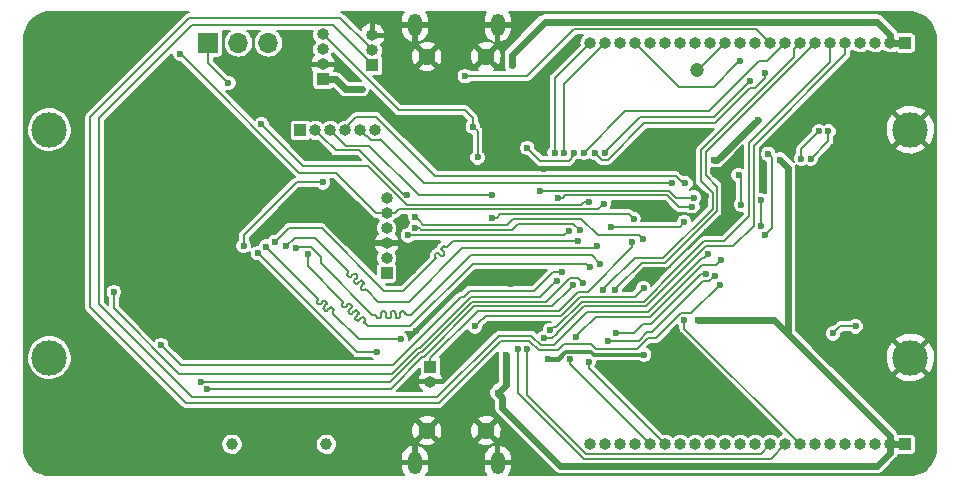
<source format=gbr>
G04 #@! TF.GenerationSoftware,KiCad,Pcbnew,5.99.0-unknown-89e9857~86~ubuntu18.04.1*
G04 #@! TF.CreationDate,2019-10-10T16:09:35-04:00*
G04 #@! TF.ProjectId,node_base,6e6f6465-5f62-4617-9365-2e6b69636164,rev?*
G04 #@! TF.SameCoordinates,Original*
G04 #@! TF.FileFunction,Copper,L2,Bot*
G04 #@! TF.FilePolarity,Positive*
%FSLAX46Y46*%
G04 Gerber Fmt 4.6, Leading zero omitted, Abs format (unit mm)*
G04 Created by KiCad (PCBNEW 5.99.0-unknown-89e9857~86~ubuntu18.04.1) date 2019-10-10 16:09:35*
%MOMM*%
%LPD*%
G04 APERTURE LIST*
%ADD10C,3.000000*%
%ADD11O,1.700000X1.700000*%
%ADD12R,1.700000X1.700000*%
%ADD13O,1.000000X1.000000*%
%ADD14R,1.000000X1.000000*%
%ADD15C,1.200000*%
%ADD16O,1.200000X1.900000*%
%ADD17C,1.450000*%
%ADD18C,1.000000*%
%ADD19C,0.600000*%
%ADD20C,0.200000*%
%ADD21C,0.400000*%
%ADD22C,0.300000*%
%ADD23C,0.600000*%
G04 APERTURE END LIST*
D10*
X156450000Y-80352000D03*
X156450000Y-99650000D03*
X83550000Y-99650000D03*
X83550000Y-80350000D03*
D11*
X102080000Y-73000000D03*
X99540000Y-73000000D03*
D12*
X97000000Y-73000000D03*
D13*
X106700000Y-72290000D03*
X106700000Y-73560000D03*
X106700000Y-74830000D03*
D14*
X106700000Y-76100000D03*
D15*
X138400000Y-75300000D03*
D16*
X121500000Y-108537500D03*
X114500000Y-108537500D03*
D17*
X120500000Y-105837500D03*
X115500000Y-105837500D03*
D13*
X110900000Y-72360000D03*
X110900000Y-73630000D03*
D14*
X110900000Y-74900000D03*
D13*
X111150000Y-80400000D03*
X109880000Y-80400000D03*
X108610000Y-80400000D03*
X107340000Y-80400000D03*
X106070000Y-80400000D03*
D14*
X104800000Y-80400000D03*
D13*
X112100000Y-86150000D03*
X112100000Y-87420000D03*
X112100000Y-88690000D03*
X112100000Y-89960000D03*
X112100000Y-91230000D03*
D14*
X112100000Y-92500000D03*
D18*
X107000000Y-107000000D03*
X99000000Y-107000000D03*
D13*
X129330000Y-107000000D03*
X130600000Y-107000000D03*
X131870000Y-107000000D03*
X133140000Y-107000000D03*
X134410000Y-107000000D03*
X135680000Y-107000000D03*
X136950000Y-107000000D03*
X138220000Y-107000000D03*
X139490000Y-107000000D03*
X140760000Y-107000000D03*
X142030000Y-107000000D03*
X143300000Y-107000000D03*
X144570000Y-107000000D03*
X145840000Y-107000000D03*
X147110000Y-107000000D03*
X148380000Y-107000000D03*
X149650000Y-107000000D03*
X150920000Y-107000000D03*
X152190000Y-107000000D03*
X153460000Y-107000000D03*
X154730000Y-107000000D03*
D14*
X156000000Y-107000000D03*
D13*
X129330000Y-73000000D03*
X130600000Y-73000000D03*
X131870000Y-73000000D03*
X133140000Y-73000000D03*
X134410000Y-73000000D03*
X135680000Y-73000000D03*
X136950000Y-73000000D03*
X138220000Y-73000000D03*
X139490000Y-73000000D03*
X140760000Y-73000000D03*
X142030000Y-73000000D03*
X143300000Y-73000000D03*
X144570000Y-73000000D03*
X145840000Y-73000000D03*
X147110000Y-73000000D03*
X148380000Y-73000000D03*
X149650000Y-73000000D03*
X150920000Y-73000000D03*
X152190000Y-73000000D03*
X153460000Y-73000000D03*
X154730000Y-73000000D03*
D14*
X156000000Y-73000000D03*
D16*
X114500000Y-71462500D03*
X121500000Y-71462500D03*
D17*
X115500000Y-74162500D03*
X120500000Y-74162500D03*
D13*
X115800000Y-101670000D03*
D14*
X115800000Y-100400000D03*
D19*
X130850000Y-98200000D03*
X131500000Y-97547396D03*
X127900000Y-93499979D03*
X126500021Y-93122126D03*
X114600000Y-97400000D03*
X120999999Y-85900001D03*
X121000000Y-87800000D03*
X106700000Y-84800000D03*
X100000000Y-90200000D03*
X154800000Y-82900000D03*
X136300000Y-104800000D03*
X87800000Y-71900000D03*
X84500000Y-91200000D03*
X92200000Y-92300000D03*
X107800000Y-99200000D03*
X97700000Y-98500000D03*
X142000000Y-74500000D03*
X121500000Y-83400000D03*
X113841116Y-85858584D03*
X114500000Y-87700000D03*
X114500000Y-88700000D03*
X113900000Y-89300000D03*
X125400000Y-83700000D03*
X129200000Y-86500009D03*
X136300000Y-84900010D03*
X127500000Y-88900043D03*
X124099979Y-77200000D03*
X125100000Y-85500000D03*
X139900000Y-84100000D03*
X139100000Y-86000000D03*
X141900000Y-84200000D03*
X142100033Y-82500000D03*
X139200000Y-89000000D03*
X137300000Y-88200000D03*
X137975723Y-86899990D03*
X143800021Y-86300000D03*
X143800010Y-88530264D03*
X139300000Y-90900000D03*
X122586962Y-93385802D03*
X126945326Y-92402820D03*
X128300000Y-89799990D03*
X105402862Y-90905553D03*
X101200000Y-90800000D03*
X113300000Y-98100000D03*
X111300000Y-99200000D03*
X101904522Y-90255978D03*
X104414224Y-90372416D03*
X102650000Y-89850000D03*
X103600000Y-90200000D03*
X125799999Y-99799999D03*
X129300000Y-92000000D03*
X128700000Y-93300000D03*
X130400000Y-93900000D03*
X131400000Y-93900000D03*
X114224272Y-101824272D03*
X129914886Y-90185114D03*
X130200000Y-91700000D03*
X89000000Y-94100000D03*
X137800000Y-100400000D03*
X133400000Y-100300000D03*
X147800000Y-79700000D03*
X149500013Y-80500000D03*
X148700000Y-80500000D03*
X121000000Y-101400000D03*
X92500000Y-77900000D03*
X134000000Y-86900000D03*
X139800021Y-82900000D03*
X118500000Y-83300000D03*
X114300000Y-92300000D03*
X120600002Y-97399998D03*
X119575734Y-97000000D03*
X98700000Y-76400000D03*
X151800000Y-97000000D03*
X149900000Y-97600000D03*
X93000000Y-98600000D03*
X142115405Y-86700000D03*
X118718750Y-75818750D03*
X119400000Y-80100000D03*
X133850000Y-93750000D03*
X144144265Y-75544265D03*
X124000000Y-81900000D03*
X126328332Y-82313204D03*
X127128292Y-82304078D03*
X128800000Y-82300000D03*
X127999995Y-82303422D03*
X129700000Y-82300000D03*
X101500000Y-79900000D03*
X142900000Y-76200000D03*
X144400000Y-82400000D03*
X137391294Y-84899988D03*
X130500000Y-86600032D03*
X140400000Y-91400000D03*
X147200000Y-82800000D03*
X148000000Y-82800000D03*
X144100000Y-89300000D03*
X119799990Y-82700000D03*
X131100000Y-88600000D03*
X126579255Y-86099990D03*
X94600000Y-73900000D03*
X125911834Y-97340094D03*
X139112607Y-92558466D03*
X139900000Y-92700000D03*
X140300000Y-93500000D03*
X137300000Y-96500000D03*
X96387845Y-101685414D03*
X96900000Y-102300000D03*
X133800000Y-89600000D03*
X132900000Y-89900001D03*
X128463014Y-88869211D03*
X110000000Y-76900000D03*
X122700000Y-74900000D03*
X121500000Y-102625020D03*
X138500000Y-96500000D03*
X145393750Y-82893750D03*
X130564140Y-82287316D03*
X138099990Y-86100000D03*
X143500000Y-79500000D03*
X133000000Y-87900000D03*
X124000000Y-98900000D03*
X125401097Y-97998850D03*
X123200000Y-98900000D03*
X122200000Y-99400000D03*
X128099681Y-97899990D03*
X133900000Y-99400000D03*
X143100000Y-104800000D03*
X138800000Y-104800000D03*
X129200000Y-100000000D03*
X127599978Y-99799982D03*
X122500000Y-96800000D03*
X113200000Y-79900000D03*
X120900000Y-79200000D03*
X97100000Y-88600000D03*
X82300000Y-76700000D03*
X91500000Y-80400000D03*
X90600000Y-88500000D03*
X138100000Y-80900000D03*
X152900000Y-101000000D03*
X154100000Y-76600000D03*
D20*
X133052624Y-97547396D02*
X133800020Y-96800000D01*
X133800020Y-96800000D02*
X134446809Y-96800000D01*
X131500000Y-97547396D02*
X133052624Y-97547396D01*
X134446809Y-96800000D02*
X138688343Y-92558466D01*
X138688343Y-92558466D02*
X139112607Y-92558466D01*
X130850000Y-98200000D02*
X133434302Y-98200000D01*
X133434302Y-98200000D02*
X134134302Y-97500000D01*
X134134302Y-97500000D02*
X134600000Y-97500000D01*
X112408884Y-101685414D02*
X114894310Y-99199988D01*
X115231401Y-99599999D02*
X119531389Y-95300011D01*
X119531389Y-95300011D02*
X126099968Y-95300011D01*
X126099968Y-95300011D02*
X127600001Y-93799978D01*
X114894310Y-99199988D02*
X115065712Y-99199988D01*
X112431400Y-102300000D02*
X115131401Y-99599999D01*
X96387845Y-101685414D02*
X112408884Y-101685414D01*
X128299977Y-92899977D02*
X128400001Y-93000001D01*
X127600001Y-93799978D02*
X127900000Y-93499979D01*
X125611975Y-94900000D02*
X127611998Y-92899977D01*
X127611998Y-92899977D02*
X128299977Y-92899977D01*
X128400001Y-93000001D02*
X128700000Y-93300000D01*
X119365700Y-94900000D02*
X125611975Y-94900000D01*
X115065712Y-99199988D02*
X119365700Y-94900000D01*
X115131401Y-99599999D02*
X115231401Y-99599999D01*
X96900000Y-102300000D02*
X112431400Y-102300000D01*
X114728621Y-98799977D02*
X114900023Y-98799977D01*
X126200022Y-93422125D02*
X126500021Y-93122126D01*
X112528598Y-101000000D02*
X114728621Y-98799977D01*
X114900023Y-98799977D02*
X119200000Y-94500000D01*
X89000000Y-95488002D02*
X94511998Y-101000000D01*
X119200000Y-94500000D02*
X125122147Y-94500000D01*
X125122147Y-94500000D02*
X126200022Y-93422125D01*
X94511998Y-101000000D02*
X112528598Y-101000000D01*
X89000000Y-94100000D02*
X89000000Y-95488002D01*
X108863501Y-95741485D02*
X108863502Y-95707897D01*
X110056428Y-96212032D02*
X110023681Y-96219506D01*
X108411516Y-95335781D02*
X108340805Y-95265070D01*
X108870975Y-95774233D02*
X108863501Y-95741485D01*
X110090017Y-96212032D02*
X110056428Y-96212032D01*
X108437778Y-95356723D02*
X108411516Y-95335781D01*
X108863502Y-95707897D02*
X108870975Y-95675149D01*
X110023681Y-96219506D02*
X109993418Y-96234080D01*
X108340805Y-95265070D02*
X108319862Y-95238809D01*
X109003466Y-95922411D02*
X108977204Y-95901469D01*
X108885550Y-95804497D02*
X108870975Y-95774233D01*
X109100064Y-95944458D02*
X109066476Y-95944459D01*
X108885550Y-95644887D02*
X108906493Y-95618626D01*
X109698500Y-96502673D02*
X109665752Y-96510146D01*
X108906493Y-95830758D02*
X108885550Y-95804497D01*
X109132812Y-95936985D02*
X109100064Y-95944458D01*
X109524329Y-95646345D02*
X109490740Y-95646345D01*
X108870975Y-95675149D02*
X108885550Y-95644887D01*
X109728762Y-96488098D02*
X109698500Y-96502673D01*
X108319862Y-95238809D02*
X108305287Y-95208545D01*
X108977204Y-95901469D02*
X108906493Y-95830758D01*
X109163074Y-95922410D02*
X109132812Y-95936985D01*
X109557077Y-95653819D02*
X109524329Y-95646345D01*
X109189336Y-95901469D02*
X109163074Y-95922410D01*
X109033728Y-95936984D02*
X109003466Y-95922411D01*
X109401469Y-95689336D02*
X109189336Y-95901469D01*
X109066476Y-95944459D02*
X109033728Y-95936984D01*
X109427730Y-95668393D02*
X109401469Y-95689336D01*
X109684312Y-95760047D02*
X109613601Y-95689336D01*
X109490740Y-95646345D02*
X109457993Y-95653819D01*
X110292990Y-96415006D02*
X110285516Y-96382259D01*
X108305287Y-95109461D02*
X108319862Y-95079199D01*
X109613601Y-95689336D02*
X109587340Y-95668393D01*
X109727302Y-95849319D02*
X109719828Y-95816572D01*
X108468040Y-95371296D02*
X108437778Y-95356723D01*
X109587340Y-95668393D02*
X109557077Y-95653819D01*
X109727302Y-95882908D02*
X109727302Y-95849319D01*
X108500788Y-95378771D02*
X108468040Y-95371296D01*
X109436663Y-96240837D02*
X109451238Y-96210575D01*
X109429190Y-96273585D02*
X109436663Y-96240837D01*
X109429189Y-96307173D02*
X109429190Y-96273585D01*
X109436663Y-96339921D02*
X109429189Y-96307173D01*
X109719828Y-95915655D02*
X109727302Y-95882908D01*
X110214483Y-96594392D02*
X110229057Y-96564129D01*
X109705254Y-95945918D02*
X109719828Y-95915655D01*
X110207009Y-96627139D02*
X110214483Y-96594392D01*
X109719828Y-95816572D02*
X109705254Y-95786309D01*
X109472181Y-96184314D02*
X109684312Y-95972179D01*
X110214483Y-96693475D02*
X110207009Y-96660728D01*
X109457993Y-95653819D02*
X109427730Y-95668393D01*
X109569154Y-96488099D02*
X109542892Y-96467157D01*
X110285516Y-96382259D02*
X110270942Y-96351996D01*
X108319862Y-95079199D02*
X108361747Y-95026676D01*
X110250000Y-96750000D02*
X110229057Y-96723738D01*
X110285516Y-96481342D02*
X110292990Y-96448595D01*
X108297813Y-95175797D02*
X108297814Y-95142209D01*
X129300000Y-92000000D02*
X128999999Y-91699999D01*
X109705254Y-95786309D02*
X109684312Y-95760047D01*
X109684312Y-95972179D02*
X109705254Y-95945918D01*
X110207009Y-96660728D02*
X110207009Y-96627139D01*
X125811997Y-91700001D02*
X119399999Y-91700001D01*
X109542892Y-96467157D02*
X109472181Y-96396446D01*
X110270942Y-96351996D02*
X110250000Y-96325734D01*
X110229057Y-96723738D02*
X110214483Y-96693475D01*
X109118624Y-95406491D02*
X109139566Y-95380230D01*
X110292990Y-96448595D02*
X110292990Y-96415006D01*
X108297814Y-95142209D02*
X108305287Y-95109461D01*
X109451238Y-96210575D02*
X109472181Y-96184314D01*
X108597386Y-95356722D02*
X108567124Y-95371297D01*
X110270942Y-96511605D02*
X110285516Y-96481342D01*
X108305287Y-95208545D02*
X108297813Y-95175797D01*
X108906493Y-95618626D02*
X109118624Y-95406491D01*
X110122765Y-96219506D02*
X110090017Y-96212032D01*
X128999999Y-91699999D02*
X125811999Y-91699999D01*
X110500000Y-97000000D02*
X110250000Y-96750000D01*
X110250000Y-96325734D02*
X110179289Y-96255023D01*
X109472181Y-96396446D02*
X109451238Y-96370185D01*
X109451238Y-96370185D02*
X109436663Y-96339921D01*
X110179289Y-96255023D02*
X110153028Y-96234080D01*
X109665752Y-96510146D02*
X109632164Y-96510147D01*
X110229057Y-96564129D02*
X110270942Y-96511605D01*
X119399999Y-91700001D02*
X114100000Y-97000000D01*
X114100000Y-97000000D02*
X110500000Y-97000000D01*
X110153028Y-96234080D02*
X110122765Y-96219506D01*
X125811999Y-91699999D02*
X125811997Y-91700001D01*
X109632164Y-96510147D02*
X109599416Y-96502672D01*
X109993418Y-96234080D02*
X109967157Y-96255023D01*
X109599416Y-96502672D02*
X109569154Y-96488099D01*
X109967157Y-96255023D02*
X109755024Y-96467157D01*
X109755024Y-96467157D02*
X109728762Y-96488098D01*
X109139566Y-95380230D02*
X109154140Y-95349967D01*
X109154140Y-95349967D02*
X109161614Y-95317220D01*
X109161614Y-95317220D02*
X109161614Y-95283631D01*
X109161614Y-95283631D02*
X109154140Y-95250884D01*
X109154140Y-95250884D02*
X109139566Y-95220621D01*
X109139566Y-95220621D02*
X109118624Y-95194359D01*
X109118624Y-95194359D02*
X109047913Y-95123648D01*
X109047913Y-95123648D02*
X109021652Y-95102705D01*
X109021652Y-95102705D02*
X108991389Y-95088131D01*
X108383795Y-94963666D02*
X108383794Y-94930076D01*
X108991389Y-95088131D02*
X108958641Y-95080657D01*
X108958641Y-95080657D02*
X108925052Y-95080657D01*
X108925052Y-95080657D02*
X108892305Y-95088131D01*
X108892305Y-95088131D02*
X108862042Y-95102705D01*
X108862042Y-95102705D02*
X108835781Y-95123648D01*
X108835781Y-95123648D02*
X108623648Y-95335781D01*
X108623648Y-95335781D02*
X108597386Y-95356722D01*
X108567124Y-95371297D02*
X108534376Y-95378770D01*
X108534376Y-95378770D02*
X108500788Y-95378771D01*
X108361747Y-95026676D02*
X108376320Y-94996412D01*
X108376320Y-94996412D02*
X108383795Y-94963666D01*
X108383794Y-94930076D02*
X108376321Y-94897330D01*
X108376321Y-94897330D02*
X108361746Y-94867066D01*
X108361746Y-94867066D02*
X108340804Y-94840804D01*
X108340804Y-94840804D02*
X105402862Y-91902862D01*
X105402862Y-91902862D02*
X105402862Y-91329817D01*
X105402862Y-91329817D02*
X105402862Y-90905553D01*
X108640000Y-81700000D02*
X110600000Y-81700000D01*
X114800001Y-85900001D02*
X120575735Y-85900001D01*
X120575735Y-85900001D02*
X120999999Y-85900001D01*
X110600000Y-81700000D02*
X114800001Y-85900001D01*
X107340000Y-80400000D02*
X108640000Y-81700000D01*
X128580611Y-87900022D02*
X122799978Y-87900022D01*
X133000000Y-87900000D02*
X132600011Y-87500011D01*
X122799978Y-87900022D02*
X122299999Y-88400001D01*
X122299999Y-88400001D02*
X115200001Y-88400001D01*
X129980590Y-89300001D02*
X128580611Y-87900022D01*
X114799999Y-87999999D02*
X114500000Y-87700000D01*
X133500001Y-89300001D02*
X129980590Y-89300001D01*
X115200001Y-88400001D02*
X114799999Y-87999999D01*
X121424264Y-87800000D02*
X121000000Y-87800000D01*
X121724253Y-87500011D02*
X121424264Y-87800000D01*
X133800000Y-89600000D02*
X133500001Y-89300001D01*
X132600011Y-87500011D02*
X121724253Y-87500011D01*
X100000000Y-89300000D02*
X104500000Y-84800000D01*
X100000000Y-90200000D02*
X100000000Y-89300000D01*
X104500000Y-84800000D02*
X106700000Y-84800000D01*
X111220000Y-87420000D02*
X107800000Y-84000000D01*
X94899999Y-74199999D02*
X94600000Y-73900000D01*
X112100000Y-87420000D02*
X111220000Y-87420000D01*
X107800000Y-84000000D02*
X104700000Y-84000000D01*
X104700000Y-84000000D02*
X94899999Y-74199999D01*
X132300000Y-78800000D02*
X139400000Y-78800000D01*
X128800000Y-82300000D02*
X132300000Y-78800000D01*
X139400000Y-78800000D02*
X143630000Y-74570000D01*
X143630000Y-74570000D02*
X144270000Y-74570000D01*
X144270000Y-74570000D02*
X145340001Y-73499999D01*
X145340001Y-73499999D02*
X145840000Y-73000000D01*
X136840000Y-76700000D02*
X139800000Y-76700000D01*
X139800000Y-76700000D02*
X141700001Y-74799999D01*
X133140000Y-73000000D02*
X136840000Y-76700000D01*
X141700001Y-74799999D02*
X142000000Y-74500000D01*
X140760000Y-73000000D02*
X140760000Y-73040000D01*
X140760000Y-73040000D02*
X138500000Y-75300000D01*
X113558284Y-85858584D02*
X109799710Y-82100010D01*
X113841116Y-85858584D02*
X113558284Y-85858584D01*
X107770010Y-82100010D02*
X106569999Y-80899999D01*
X109799710Y-82100010D02*
X107770010Y-82100010D01*
X106569999Y-80899999D02*
X106070000Y-80400000D01*
X123199967Y-88300033D02*
X122688011Y-88811989D01*
X127893836Y-88300033D02*
X123199967Y-88300033D01*
X115036253Y-88811989D02*
X114924264Y-88700000D01*
X122688011Y-88811989D02*
X115036253Y-88811989D01*
X114924264Y-88700000D02*
X114500000Y-88700000D01*
X128463014Y-88869211D02*
X127893836Y-88300033D01*
X127100043Y-89300000D02*
X113900000Y-89300000D01*
X127500000Y-88900043D02*
X127100043Y-89300000D01*
X125524276Y-85499988D02*
X125524264Y-85500000D01*
X111234002Y-79300000D02*
X109500000Y-79300000D01*
X113127106Y-87100000D02*
X128911989Y-87100000D01*
X128775736Y-86500009D02*
X129200000Y-86500009D01*
X128911989Y-87100000D02*
X128911999Y-87100010D01*
X128911999Y-87100010D02*
X130000022Y-87100010D01*
X130000022Y-87100010D02*
X130200001Y-86900031D01*
X108610000Y-80190000D02*
X108610000Y-80400000D01*
X110465997Y-80899999D02*
X110765999Y-81200001D01*
X111534001Y-81200001D02*
X111567001Y-81167001D01*
X111567001Y-81167001D02*
X115299988Y-84899988D01*
X137391294Y-84899988D02*
X137188002Y-84899988D01*
X112100000Y-87420000D02*
X112807106Y-87420000D01*
X115299988Y-84899988D02*
X136299978Y-84899988D01*
X136299978Y-84899988D02*
X136300000Y-84900010D01*
X138099990Y-86100000D02*
X136611986Y-86100000D01*
X125524264Y-85500000D02*
X125100000Y-85500000D01*
X136611986Y-86100000D02*
X136011974Y-85499988D01*
X126579255Y-86099990D02*
X127003519Y-86099990D01*
X116234002Y-84300000D02*
X111234002Y-79300000D01*
X137188002Y-84899988D02*
X136588014Y-84300000D01*
X136846276Y-86899990D02*
X137551459Y-86899990D01*
X110379999Y-80899999D02*
X110465997Y-80899999D01*
X135846285Y-85899999D02*
X136846276Y-86899990D01*
X110765999Y-81200001D02*
X111534001Y-81200001D01*
X136011974Y-85499988D02*
X125524276Y-85499988D01*
X113834002Y-86700000D02*
X128575745Y-86700000D01*
X136588014Y-84300000D02*
X116234002Y-84300000D01*
X137551459Y-86899990D02*
X137975723Y-86899990D01*
X130200001Y-86900031D02*
X130500000Y-86600032D01*
X110534002Y-83400000D02*
X113834002Y-86700000D01*
X127003519Y-86099990D02*
X127203510Y-85899999D01*
X109500000Y-79300000D02*
X108610000Y-80190000D01*
X127203510Y-85899999D02*
X135846285Y-85899999D01*
X105000000Y-83400000D02*
X110534002Y-83400000D01*
X112807106Y-87420000D02*
X113127106Y-87100000D01*
X109880000Y-80400000D02*
X110379999Y-80899999D01*
X128575745Y-86700000D02*
X128775736Y-86500009D01*
X101500000Y-79900000D02*
X105000000Y-83400000D01*
X135699990Y-91600010D02*
X133699990Y-91600010D01*
X140100013Y-85200013D02*
X140100013Y-87199987D01*
X140100013Y-87199987D02*
X135699990Y-91600010D01*
X148380000Y-73000000D02*
X139100011Y-82279989D01*
X139100011Y-84200011D02*
X140100013Y-85200013D01*
X139100011Y-82279989D02*
X139100011Y-84200011D01*
X133699990Y-91600010D02*
X131699999Y-93600001D01*
X131699999Y-93600001D02*
X131400000Y-93900000D01*
X139700002Y-85711998D02*
X139700002Y-87034298D01*
X130699999Y-93600001D02*
X130400000Y-93900000D01*
X139200000Y-89000000D02*
X140500023Y-87699977D01*
X134000000Y-86900000D02*
X134600000Y-87500000D01*
X146610001Y-74189999D02*
X138700000Y-82100000D01*
X140500023Y-84100010D02*
X141800034Y-82799999D01*
X146610001Y-73499999D02*
X146610001Y-74189999D01*
X140500023Y-87699977D02*
X140500023Y-84100010D01*
X138700000Y-82100000D02*
X138700000Y-84711996D01*
X147110000Y-73000000D02*
X146610001Y-73499999D01*
X134600000Y-87500000D02*
X138300000Y-87500000D01*
X141800034Y-82799999D02*
X142100033Y-82500000D01*
X133100000Y-91200000D02*
X130699999Y-93600001D01*
X135534301Y-91199999D02*
X133100000Y-91200000D01*
X138700000Y-84711996D02*
X139700002Y-85711998D01*
X139100000Y-86700000D02*
X139100000Y-86424264D01*
X138300000Y-87500000D02*
X139100000Y-86700000D01*
X139700002Y-87034298D02*
X135534301Y-91199999D01*
X139100000Y-86424264D02*
X139100000Y-86000000D01*
X142115405Y-86700000D02*
X142115405Y-84415405D01*
X142115405Y-84415405D02*
X141900000Y-84200000D01*
X136900000Y-88600000D02*
X137300000Y-88200000D01*
X131100000Y-88600000D02*
X136900000Y-88600000D01*
X142800000Y-81500000D02*
X142800000Y-87681400D01*
X143800010Y-88530264D02*
X143800010Y-86300011D01*
X142800000Y-87681400D02*
X140681378Y-89800022D01*
X125825361Y-97998850D02*
X125401097Y-97998850D01*
X149650000Y-73000000D02*
X149650000Y-74650000D01*
X126141080Y-97998850D02*
X125825361Y-97998850D01*
X126511835Y-97588165D02*
X126511835Y-97628095D01*
X143800010Y-86300011D02*
X143800021Y-86300000D01*
X126511835Y-97628095D02*
X126141080Y-97998850D01*
X128799956Y-95300044D02*
X126511835Y-97588165D01*
X139131367Y-90200033D02*
X134031354Y-95300044D01*
X141465667Y-90200033D02*
X139131367Y-90200033D01*
X134031354Y-95300044D02*
X128799956Y-95300044D01*
X140681378Y-89800022D02*
X138965678Y-89800022D01*
X149650000Y-74650000D02*
X142800000Y-81500000D01*
X138965678Y-89800022D02*
X136532850Y-92232850D01*
X143200011Y-88465689D02*
X141465667Y-90200033D01*
X143200011Y-81699989D02*
X143200011Y-88465689D01*
X150920000Y-73980000D02*
X143200011Y-81699989D01*
X150920000Y-73000000D02*
X150920000Y-73980000D01*
X144400000Y-82400000D02*
X144699999Y-82699999D01*
X144699999Y-88700001D02*
X144399999Y-89000001D01*
X144399999Y-89000001D02*
X144100000Y-89300000D01*
X144699999Y-82699999D02*
X144699999Y-88700001D01*
X138834303Y-91199999D02*
X139000001Y-91199999D01*
X95610001Y-71489999D02*
X87712499Y-79387501D01*
X107575997Y-71489999D02*
X95610001Y-71489999D01*
X116400000Y-103000000D02*
X121600012Y-97799988D01*
X121600012Y-97799988D02*
X124353692Y-97799988D01*
X124353692Y-97799988D02*
X125153704Y-98600000D01*
X129034311Y-95799989D02*
X134234313Y-95799989D01*
X95600000Y-103000000D02*
X116400000Y-103000000D01*
X126234300Y-98600000D02*
X129034311Y-95799989D01*
X87712499Y-95112499D02*
X95600000Y-103000000D01*
X134234313Y-95799989D02*
X138834303Y-91199999D01*
X110900000Y-74814002D02*
X107575997Y-71489999D01*
X125153704Y-98600000D02*
X126234300Y-98600000D01*
X139000001Y-91199999D02*
X139300000Y-90900000D01*
X87712499Y-79387501D02*
X87712499Y-95112499D01*
X110900000Y-74900000D02*
X110900000Y-74814002D01*
X116841885Y-91036448D02*
X116814556Y-91049609D01*
X116956876Y-90926259D02*
X116865599Y-91017537D01*
X116995699Y-90845642D02*
X116988950Y-90875215D01*
X116578250Y-90921750D02*
X116482466Y-90825966D01*
X116199622Y-91300375D02*
X115121602Y-92378398D01*
X116975789Y-90758408D02*
X116988950Y-90785737D01*
X116865599Y-91017537D02*
X116841885Y-91036448D01*
X117109477Y-90282073D02*
X117082148Y-90268912D01*
X116674033Y-91017537D02*
X116578250Y-90921754D01*
X116871371Y-90628624D02*
X116861091Y-90638909D01*
X116775588Y-90532841D02*
X116871371Y-90628624D01*
X128300000Y-89799990D02*
X117700010Y-89799990D01*
X116756676Y-90509126D02*
X116775588Y-90532841D01*
X116775588Y-90341275D02*
X116756676Y-90364990D01*
X117034717Y-90231086D02*
X117007387Y-90217926D01*
X116725078Y-91049609D02*
X116697749Y-91036448D01*
X116743515Y-90481797D02*
X116756676Y-90509126D01*
X117700010Y-89799990D02*
X117250000Y-90250000D01*
X116988950Y-90785737D02*
X116995698Y-90815310D01*
X116736765Y-90452224D02*
X116743515Y-90481797D01*
X116956875Y-90734693D02*
X116975789Y-90758408D01*
X116743515Y-90392319D02*
X116736765Y-90421891D01*
X116697749Y-91036448D02*
X116674033Y-91017537D01*
X116756676Y-90364990D02*
X116743515Y-90392319D01*
X116167549Y-90968286D02*
X116160799Y-90997858D01*
X116736765Y-90421891D02*
X116736765Y-90452224D01*
X116754650Y-91056360D02*
X116725078Y-91049609D01*
X116861091Y-90638909D02*
X116956875Y-90734693D01*
X117198955Y-90282073D02*
X117169383Y-90288822D01*
X116314614Y-90807053D02*
X116290899Y-90825966D01*
X116947482Y-90211176D02*
X116917910Y-90217926D01*
X117226284Y-90268912D02*
X117198955Y-90282073D01*
X117250000Y-90250000D02*
X117226284Y-90268912D01*
X116988950Y-90875215D02*
X116975789Y-90902544D01*
X116431421Y-90793892D02*
X116401849Y-90787143D01*
X117082148Y-90268912D02*
X117034717Y-90231086D01*
X116995698Y-90815310D02*
X116995699Y-90845642D01*
X116890581Y-90231086D02*
X116866865Y-90249999D01*
X106600000Y-88700000D02*
X103800000Y-88700000D01*
X117007387Y-90217926D02*
X116977815Y-90211176D01*
X116290899Y-90825966D02*
X116199622Y-90917242D01*
X117139050Y-90288822D02*
X117109477Y-90282073D01*
X116977815Y-90211176D02*
X116947482Y-90211176D01*
X117169383Y-90288822D02*
X117139050Y-90288822D01*
X116199622Y-90917242D02*
X116180710Y-90940957D01*
X116917910Y-90217926D02*
X116890581Y-90231086D01*
X116975789Y-90902544D02*
X116956876Y-90926259D01*
X116866865Y-90249999D02*
X116775588Y-90341275D01*
X116814556Y-91049609D02*
X116784984Y-91056359D01*
X116784984Y-91056359D02*
X116754650Y-91056360D01*
X116578250Y-90921754D02*
X116578250Y-90921750D01*
X116458750Y-90807053D02*
X116431421Y-90793892D01*
X116482466Y-90825966D02*
X116458750Y-90807053D01*
X116401849Y-90787143D02*
X116371516Y-90787143D01*
X116371516Y-90787143D02*
X116341943Y-90793892D01*
X116341943Y-90793892D02*
X116314614Y-90807053D01*
X116180710Y-90940957D02*
X116167549Y-90968286D01*
X116160799Y-90997858D02*
X116160799Y-91028191D01*
X116160799Y-91028191D02*
X116167549Y-91057764D01*
X116231695Y-91159853D02*
X116238445Y-91189425D01*
X116167549Y-91057764D02*
X116180710Y-91085093D01*
X116180710Y-91085093D02*
X116218535Y-91132523D01*
X116218535Y-91132523D02*
X116231695Y-91159853D01*
X116218535Y-91276659D02*
X116199622Y-91300375D01*
X116238445Y-91189425D02*
X116238445Y-91219758D01*
X116238445Y-91219758D02*
X116231695Y-91249330D01*
X116231695Y-91249330D02*
X116218535Y-91276659D01*
X115121602Y-92378398D02*
X113500000Y-94000000D01*
X113500000Y-94000000D02*
X111900000Y-94000000D01*
X111900000Y-94000000D02*
X106600000Y-88700000D01*
X103800000Y-88700000D02*
X102650000Y-89850000D01*
X119148490Y-93985812D02*
X124614188Y-93985812D01*
X118400000Y-94500000D02*
X118634302Y-94500000D01*
X118634302Y-94500000D02*
X119148490Y-93985812D01*
X112600000Y-100300000D02*
X118400000Y-94500000D01*
X94700000Y-100300000D02*
X112600000Y-100300000D01*
X93000000Y-98600000D02*
X94700000Y-100300000D01*
X126521062Y-92402820D02*
X126945326Y-92402820D01*
X124614188Y-93985812D02*
X126197180Y-92402820D01*
X126197180Y-92402820D02*
X126521062Y-92402820D01*
X120475690Y-96100044D02*
X119875733Y-96700001D01*
X126479276Y-97040095D02*
X126211833Y-97040095D01*
X128619338Y-94900033D02*
X126479276Y-97040095D01*
X119875733Y-96700001D02*
X119575734Y-97000000D01*
X126687938Y-95700033D02*
X128287960Y-94100011D01*
X133099978Y-94500022D02*
X128453649Y-94500022D01*
X128453649Y-94500022D02*
X126853627Y-96100044D01*
X126211833Y-97040095D02*
X125911834Y-97340094D01*
X128287960Y-94100011D02*
X129124254Y-94100011D01*
X129124254Y-94100011D02*
X132900000Y-90324265D01*
X119799967Y-95700033D02*
X126687938Y-95700033D01*
X115800000Y-100400000D02*
X115800000Y-99700000D01*
X126853627Y-96100044D02*
X120475690Y-96100044D01*
X133865667Y-94900033D02*
X128619338Y-94900033D01*
X136532850Y-92232850D02*
X133865667Y-94900033D01*
X133850000Y-93750000D02*
X133099978Y-94500022D01*
X132900000Y-90324265D02*
X132900000Y-89900001D01*
X115800000Y-99700000D02*
X119799967Y-95700033D01*
X112846603Y-95834367D02*
X112850000Y-95864515D01*
X112836582Y-95805731D02*
X112846603Y-95834367D01*
X112714515Y-95729030D02*
X112744663Y-95732427D01*
X111679558Y-95780042D02*
X111701011Y-95758589D01*
X112453396Y-95834367D02*
X112463417Y-95805731D01*
X113573299Y-95742448D02*
X113598988Y-95758589D01*
X113646603Y-95834367D02*
X113653396Y-95894664D01*
X112744663Y-95732427D02*
X112773299Y-95742448D01*
X112436582Y-96194269D02*
X112446603Y-96165633D01*
X112450000Y-95864515D02*
X112453396Y-95834367D01*
X113544663Y-95732427D02*
X113573299Y-95742448D01*
X112420441Y-96219958D02*
X112436582Y-96194269D01*
X112773299Y-95742448D02*
X112798988Y-95758589D01*
X112555336Y-95732427D02*
X112585485Y-95729030D01*
X113636582Y-95805731D02*
X113646603Y-95834367D01*
X112501011Y-95758589D02*
X112526700Y-95742448D01*
X111584473Y-96241411D02*
X111605926Y-96219958D01*
X113326700Y-95742448D02*
X113355336Y-95732427D01*
X112398988Y-96241411D02*
X112420441Y-96219958D01*
X111238881Y-96165633D02*
X111248902Y-96194269D01*
X112344663Y-96267573D02*
X112373299Y-96257552D01*
X112526700Y-95742448D02*
X112555336Y-95732427D01*
X112479558Y-95780042D02*
X112501011Y-95758589D01*
X112314515Y-96270970D02*
X112344663Y-96267573D01*
X113620441Y-95780042D02*
X113636582Y-95805731D01*
X112798988Y-95758589D02*
X112820441Y-95780042D01*
X112450000Y-96135485D02*
X112450000Y-95864515D01*
X112101011Y-96241411D02*
X112126700Y-96257552D01*
X112446603Y-96165633D02*
X112450000Y-96135485D01*
X112079558Y-96219958D02*
X112101011Y-96241411D01*
X112050000Y-96135485D02*
X112053396Y-96165633D01*
X113726700Y-95986583D02*
X113755336Y-95996604D01*
X112046603Y-95834367D02*
X112050000Y-95864515D01*
X112036582Y-95805731D02*
X112046603Y-95834367D01*
X111998988Y-95758589D02*
X112020441Y-95780042D01*
X112463417Y-95805731D02*
X112479558Y-95780042D01*
X111944663Y-95732427D02*
X111973299Y-95742448D01*
X111914515Y-95729030D02*
X111944663Y-95732427D01*
X112926700Y-96257552D02*
X112955336Y-96267573D01*
X112850000Y-95864515D02*
X112850000Y-96135485D01*
X111785485Y-95729030D02*
X111914515Y-95729030D01*
X112901011Y-96241411D02*
X112926700Y-96257552D01*
X111755336Y-95732427D02*
X111785485Y-95729030D01*
X112050000Y-95864515D02*
X112050000Y-96135485D01*
X111248902Y-96194269D02*
X111265043Y-96219958D01*
X112020441Y-95780042D02*
X112036582Y-95805731D01*
X112373299Y-96257552D02*
X112398988Y-96241411D01*
X106500000Y-91600000D02*
X110900000Y-96000000D01*
X111222067Y-96076700D02*
X111232088Y-96105336D01*
X104486640Y-90300000D02*
X105685311Y-90300000D01*
X114200000Y-96000000D02*
X119200000Y-91000000D01*
X111650000Y-96000000D02*
X111650000Y-95864515D01*
X111130148Y-96003396D02*
X111158784Y-96013417D01*
X111232088Y-96105336D02*
X111238881Y-96165633D01*
X111650000Y-95864515D02*
X111653396Y-95834367D01*
X111265043Y-96219958D02*
X111286496Y-96241411D01*
X111632088Y-96165633D02*
X111635485Y-96135485D01*
X111530148Y-96267573D02*
X111558784Y-96257552D01*
X111635485Y-96000000D02*
X111650000Y-96000000D01*
X111340821Y-96267573D02*
X111370970Y-96270970D01*
X111184473Y-96029558D02*
X111205926Y-96051011D01*
X111653396Y-95834367D02*
X111663417Y-95805731D01*
X106500000Y-91114689D02*
X106500000Y-91600000D01*
X111701011Y-95758589D02*
X111726700Y-95742448D01*
X112155336Y-96267573D02*
X112185485Y-96270970D01*
X104414224Y-90372416D02*
X104486640Y-90300000D01*
X105685311Y-90300000D02*
X106500000Y-91114689D01*
X113173299Y-96257552D02*
X113198988Y-96241411D01*
X113246603Y-96165633D02*
X113250000Y-96135485D01*
X111558784Y-96257552D02*
X111584473Y-96241411D01*
X111286496Y-96241411D02*
X111312185Y-96257552D01*
X111635485Y-96135485D02*
X111635485Y-96000000D01*
X112585485Y-95729030D02*
X112714515Y-95729030D01*
X111663417Y-95805731D02*
X111679558Y-95780042D01*
X111312185Y-96257552D02*
X111340821Y-96267573D01*
X111500000Y-96270970D02*
X111530148Y-96267573D01*
X111158784Y-96013417D02*
X111184473Y-96029558D01*
X111370970Y-96270970D02*
X111500000Y-96270970D01*
X112820441Y-95780042D02*
X112836582Y-95805731D01*
X112126700Y-96257552D02*
X112155336Y-96267573D01*
X111622067Y-96194269D02*
X111632088Y-96165633D01*
X111605926Y-96219958D02*
X111622067Y-96194269D01*
X111205926Y-96051011D02*
X111222067Y-96076700D01*
X111973299Y-95742448D02*
X111998988Y-95758589D01*
X113755336Y-95996604D02*
X113785485Y-96000000D01*
X111100000Y-96000000D02*
X111130148Y-96003396D01*
X110900000Y-96000000D02*
X111100000Y-96000000D01*
X112185485Y-96270970D02*
X112314515Y-96270970D01*
X112053396Y-96165633D02*
X112063417Y-96194269D01*
X112063417Y-96194269D02*
X112079558Y-96219958D01*
X111726700Y-95742448D02*
X111755336Y-95732427D01*
X112850000Y-96135485D02*
X112853396Y-96165633D01*
X113385485Y-95729030D02*
X113514515Y-95729030D01*
X112853396Y-96165633D02*
X112863417Y-96194269D01*
X113514515Y-95729030D02*
X113544663Y-95732427D01*
X112863417Y-96194269D02*
X112879558Y-96219958D01*
X112879558Y-96219958D02*
X112901011Y-96241411D01*
X112955336Y-96267573D02*
X112985485Y-96270970D01*
X112985485Y-96270970D02*
X113114515Y-96270970D01*
X113114515Y-96270970D02*
X113144663Y-96267573D01*
X113198988Y-96241411D02*
X113220441Y-96219958D01*
X113144663Y-96267573D02*
X113173299Y-96257552D01*
X113220441Y-96219958D02*
X113236582Y-96194269D01*
X113236582Y-96194269D02*
X113246603Y-96165633D01*
X113250000Y-96135485D02*
X113250000Y-95864515D01*
X113250000Y-95864515D02*
X113253396Y-95834367D01*
X113253396Y-95834367D02*
X113263417Y-95805731D01*
X113263417Y-95805731D02*
X113279558Y-95780042D01*
X113279558Y-95780042D02*
X113301011Y-95758589D01*
X113301011Y-95758589D02*
X113326700Y-95742448D01*
X113355336Y-95732427D02*
X113385485Y-95729030D01*
X113598988Y-95758589D02*
X113620441Y-95780042D01*
X113653396Y-95894664D02*
X113663417Y-95923300D01*
X113663417Y-95923300D02*
X113679558Y-95948989D01*
X113679558Y-95948989D02*
X113701011Y-95970442D01*
X113701011Y-95970442D02*
X113726700Y-95986583D01*
X113785485Y-96000000D02*
X114200000Y-96000000D01*
X119200000Y-91000000D02*
X129500000Y-91000000D01*
X129500000Y-91000000D02*
X130200000Y-91700000D01*
X109878268Y-93135880D02*
X109906554Y-93122258D01*
X108799999Y-92696537D02*
X108884573Y-92781111D01*
X114000000Y-94900000D02*
X118500000Y-90400000D01*
X109630910Y-93373299D02*
X109655455Y-93353725D01*
X109602625Y-93386920D02*
X109630910Y-93373299D01*
X109402872Y-92549589D02*
X109433480Y-92556576D01*
X109540624Y-93393906D02*
X109572018Y-93393906D01*
X109461764Y-92570197D02*
X109486310Y-92589772D01*
X109481732Y-93373299D02*
X109510017Y-93386920D01*
X109510017Y-93386920D02*
X109540624Y-93393906D01*
X109457187Y-93353725D02*
X109481732Y-93373299D01*
X109898113Y-93720002D02*
X109898113Y-93751396D01*
X109372613Y-93269151D02*
X109457187Y-93353725D01*
X109938295Y-93834833D02*
X110022869Y-93919407D01*
X109353039Y-93244606D02*
X109372613Y-93269151D01*
X109853724Y-93155455D02*
X109878268Y-93135880D01*
X109433480Y-92556576D02*
X109461764Y-92570197D01*
X109339417Y-93216321D02*
X109353039Y-93244606D01*
X109332431Y-93185714D02*
X109339417Y-93216321D01*
X109572018Y-93393906D02*
X109602625Y-93386920D01*
X109332431Y-93154320D02*
X109332431Y-93185714D01*
X109590457Y-92848068D02*
X109570884Y-92872614D01*
X108999404Y-92821292D02*
X109030011Y-92814306D01*
X109968554Y-93115271D02*
X109999162Y-93122258D01*
X109339417Y-93123713D02*
X109332431Y-93154320D01*
X109353039Y-93095427D02*
X109339417Y-93123713D01*
X110137700Y-93959588D02*
X110168307Y-93952602D01*
X109372613Y-93070882D02*
X109353039Y-93095427D01*
X110106306Y-93959588D02*
X110137700Y-93959588D01*
X109604078Y-92819783D02*
X109590457Y-92848068D01*
X109611065Y-92789177D02*
X109604078Y-92819783D01*
X109611065Y-92757783D02*
X109611065Y-92789177D01*
X109340872Y-92556576D02*
X109371478Y-92549589D01*
X109655455Y-93353725D02*
X109853724Y-93155455D01*
X109604078Y-92727175D02*
X109611065Y-92757783D01*
X109486310Y-92589772D02*
X109570884Y-92674346D01*
X108819573Y-92324544D02*
X108833195Y-92352830D01*
X109371478Y-92549589D02*
X109402872Y-92549589D01*
X109312586Y-92570198D02*
X109340872Y-92556576D01*
X110136566Y-93240028D02*
X110156139Y-93264572D01*
X109181975Y-92681976D02*
X109188907Y-92688907D01*
X109058296Y-92800685D02*
X109082841Y-92781110D01*
X109898113Y-93751396D02*
X109905099Y-93782003D01*
X109288042Y-92589773D02*
X109312586Y-92570198D01*
X110051992Y-93155454D02*
X110136566Y-93240028D01*
X129700000Y-90400000D02*
X129914886Y-90185114D01*
X109188907Y-92688907D02*
X109288042Y-92589773D01*
X108780425Y-92522813D02*
X108766803Y-92551098D01*
X109082841Y-92781110D02*
X109181975Y-92681976D01*
X103600000Y-90200000D02*
X104300000Y-89500000D01*
X109999162Y-93122258D02*
X110027446Y-93135879D01*
X110394861Y-93899832D02*
X110419406Y-93919406D01*
X109570884Y-92872614D02*
X109372613Y-93070882D01*
X108759818Y-92581705D02*
X108759818Y-92613100D01*
X108884573Y-92781111D02*
X108909118Y-92800685D01*
X108909118Y-92800685D02*
X108937403Y-92814306D01*
X109906554Y-93122258D02*
X109937160Y-93115271D01*
X118500000Y-90400000D02*
X129700000Y-90400000D01*
X106000000Y-89500000D02*
X108800000Y-92300000D01*
X109918721Y-93661109D02*
X109905099Y-93689395D01*
X109937160Y-93115271D02*
X109968554Y-93115271D01*
X108819573Y-92473723D02*
X108780425Y-92522813D01*
X108833195Y-92352830D02*
X108840181Y-92383437D01*
X108840181Y-92383437D02*
X108840181Y-92414831D01*
X110335969Y-93879225D02*
X110366576Y-93886210D01*
X104300000Y-89500000D02*
X106000000Y-89500000D01*
X108759818Y-92613100D02*
X108766803Y-92643707D01*
X109590457Y-92698890D02*
X109604078Y-92727175D01*
X109570884Y-92674346D02*
X109590457Y-92698890D01*
X108833195Y-92445438D02*
X108819573Y-92473723D01*
X108766803Y-92551098D02*
X108759818Y-92581705D01*
X108780425Y-92671992D02*
X108799999Y-92696537D01*
X109030011Y-92814306D02*
X109058296Y-92800685D01*
X108937403Y-92814306D02*
X108968010Y-92821292D01*
X108968010Y-92821292D02*
X108999404Y-92821292D01*
X110136566Y-93438296D02*
X109938295Y-93636564D01*
X108800000Y-92300000D02*
X108819573Y-92324544D01*
X108840181Y-92414831D02*
X108833195Y-92445438D01*
X109905099Y-93689395D02*
X109898113Y-93720002D01*
X108766803Y-92643707D02*
X108780425Y-92671992D01*
X110027446Y-93135879D02*
X110051992Y-93155454D01*
X110156139Y-93264572D02*
X110169760Y-93292857D01*
X110169760Y-93292857D02*
X110176747Y-93323465D01*
X110176747Y-93323465D02*
X110176747Y-93354859D01*
X110176747Y-93354859D02*
X110169760Y-93385465D01*
X110169760Y-93385465D02*
X110156139Y-93413750D01*
X110156139Y-93413750D02*
X110136566Y-93438296D01*
X109938295Y-93636564D02*
X109918721Y-93661109D01*
X109905099Y-93782003D02*
X109918721Y-93810288D01*
X109918721Y-93810288D02*
X109938295Y-93834833D01*
X110022869Y-93919407D02*
X110047414Y-93938981D01*
X110419406Y-93919406D02*
X111400000Y-94900000D01*
X110047414Y-93938981D02*
X110075699Y-93952602D01*
X110075699Y-93952602D02*
X110106306Y-93959588D01*
X110168307Y-93952602D02*
X110196592Y-93938981D01*
X110196592Y-93938981D02*
X110245682Y-93899832D01*
X110245682Y-93899832D02*
X110273967Y-93886210D01*
X110273967Y-93886210D02*
X110304574Y-93879225D01*
X110304574Y-93879225D02*
X110335969Y-93879225D01*
X110366576Y-93886210D02*
X110394861Y-93899832D01*
X111400000Y-94900000D02*
X114000000Y-94900000D01*
X106808516Y-94815578D02*
X106842104Y-94815577D01*
X106931376Y-94858567D02*
X107002086Y-94929277D01*
X106745506Y-94837626D02*
X106775768Y-94823051D01*
X106480853Y-95091645D02*
X106507114Y-95070702D01*
X107524777Y-95796362D02*
X107524778Y-95829952D01*
X106775768Y-94823051D02*
X106808516Y-94815578D01*
X107045077Y-95052138D02*
X107037604Y-95084886D01*
X106719246Y-94858569D02*
X106745506Y-94837626D01*
X106874852Y-94823052D02*
X106905114Y-94837625D01*
X106351506Y-95106219D02*
X106384254Y-95113693D01*
X106507114Y-95070702D02*
X106719246Y-94858569D01*
X106384254Y-95113693D02*
X106417843Y-95113693D01*
X106450590Y-95106219D02*
X106480853Y-95091645D01*
X106417843Y-95113693D02*
X106450590Y-95106219D01*
X107023029Y-94955538D02*
X107037604Y-94985802D01*
X106321243Y-95091645D02*
X106351506Y-95106219D01*
X107045078Y-95018550D02*
X107045077Y-95052138D01*
X106789953Y-95565674D02*
X106860663Y-95636384D01*
X106267262Y-94698588D02*
X106259788Y-94731335D01*
X106746963Y-95442813D02*
X106746963Y-95476402D01*
X106842104Y-94815577D02*
X106874852Y-94823052D01*
X106769011Y-95539412D02*
X106789953Y-95565674D01*
X106267262Y-94664999D02*
X106267262Y-94698588D01*
X106259788Y-94731335D02*
X106245214Y-94761598D01*
X107072795Y-95636384D02*
X107284928Y-95424251D01*
X107407786Y-95381259D02*
X107440534Y-95388734D01*
X106905114Y-94837625D02*
X106931376Y-94858567D01*
X107470796Y-95403307D02*
X107497058Y-95424249D01*
X106181281Y-94877131D02*
X106181281Y-94910720D01*
X107037604Y-94985802D02*
X107045078Y-95018550D01*
X106259788Y-94632252D02*
X106267262Y-94664999D01*
X106294982Y-95070702D02*
X106321243Y-95091645D01*
X106224272Y-94999992D02*
X106294982Y-95070702D01*
X106188755Y-94943467D02*
X106203329Y-94973730D01*
X106245214Y-94601989D02*
X106259788Y-94632252D01*
X106224272Y-94575728D02*
X106245214Y-94601989D01*
X101904522Y-90255978D02*
X106224272Y-94575728D01*
X107497058Y-95424249D02*
X107567768Y-95494959D01*
X106245214Y-94761598D02*
X106203329Y-94814121D01*
X107341450Y-95388733D02*
X107374198Y-95381260D01*
X106203329Y-94973730D02*
X106224272Y-94999992D01*
X106203329Y-94814121D02*
X106188755Y-94844384D01*
X106188755Y-94844384D02*
X106181281Y-94877131D01*
X106181281Y-94910720D02*
X106188755Y-94943467D01*
X107002086Y-94929277D02*
X107023029Y-94955538D01*
X107037604Y-95084886D02*
X107023029Y-95115148D01*
X106949935Y-95679375D02*
X106983524Y-95679375D01*
X107567768Y-95494959D02*
X107588711Y-95521220D01*
X107603286Y-95551484D02*
X107610760Y-95584232D01*
X107023029Y-95115148D02*
X107002086Y-95141409D01*
X107002086Y-95141409D02*
X106789953Y-95353542D01*
X106789953Y-95353542D02*
X106769011Y-95379803D01*
X106886924Y-95657327D02*
X106917187Y-95671901D01*
X106769011Y-95379803D02*
X106754437Y-95410066D01*
X106754437Y-95410066D02*
X106746963Y-95442813D01*
X106746963Y-95476402D02*
X106754437Y-95509149D01*
X107610759Y-95617820D02*
X107603286Y-95650568D01*
X106754437Y-95509149D02*
X106769011Y-95539412D01*
X106860663Y-95636384D02*
X106886924Y-95657327D01*
X107374198Y-95381260D02*
X107407786Y-95381259D01*
X106917187Y-95671901D02*
X106949935Y-95679375D01*
X106983524Y-95679375D02*
X107016271Y-95671901D01*
X107016271Y-95671901D02*
X107046534Y-95657327D01*
X107046534Y-95657327D02*
X107072795Y-95636384D01*
X107524778Y-95829952D02*
X107532251Y-95862698D01*
X107284928Y-95424251D02*
X107311188Y-95403308D01*
X107311188Y-95403308D02*
X107341450Y-95388733D01*
X107440534Y-95388734D02*
X107470796Y-95403307D01*
X107588711Y-95521220D02*
X107603286Y-95551484D01*
X107610760Y-95584232D02*
X107610759Y-95617820D01*
X107603286Y-95650568D02*
X107588711Y-95680830D01*
X107588711Y-95680830D02*
X107546825Y-95733352D01*
X107546825Y-95733352D02*
X107532252Y-95763616D01*
X107532252Y-95763616D02*
X107524777Y-95796362D01*
X107532251Y-95862698D02*
X107546826Y-95892962D01*
X107546826Y-95892962D02*
X107567768Y-95919223D01*
X109748544Y-98100000D02*
X113300000Y-98100000D01*
X107567768Y-95919223D02*
X109748544Y-98100000D01*
X111250000Y-99200000D02*
X111300000Y-99200000D01*
X101200000Y-90800000D02*
X109600000Y-99200000D01*
X109600000Y-99200000D02*
X111250000Y-99200000D01*
D21*
X126899994Y-99500001D02*
X126599996Y-99799999D01*
X126599996Y-99799999D02*
X125799999Y-99799999D01*
D22*
X129411985Y-99149981D02*
X127250014Y-99149981D01*
X127250014Y-99149981D02*
X126899994Y-99500001D01*
X129662004Y-99400000D02*
X129411985Y-99149981D01*
X133900000Y-99400000D02*
X129662004Y-99400000D01*
D20*
X95111999Y-103500001D02*
X87000000Y-95388002D01*
X121800001Y-98199999D02*
X116499999Y-103500001D01*
X87000000Y-95388002D02*
X87000000Y-79300000D01*
X127100000Y-98500000D02*
X126600000Y-99000000D01*
X87000000Y-79300000D02*
X95400000Y-70900000D01*
X116499999Y-103500001D02*
X95111999Y-103500001D01*
X95400000Y-70900000D02*
X108170000Y-70900000D01*
X110400001Y-73130001D02*
X110900000Y-73630000D01*
X124188003Y-98199999D02*
X121800001Y-98199999D01*
X124988004Y-99000000D02*
X124188003Y-98199999D01*
X129798415Y-98900000D02*
X129398415Y-98500000D01*
X137900001Y-95899999D02*
X137000001Y-95899999D01*
X140300000Y-93500000D02*
X137900001Y-95899999D01*
X126600000Y-99000000D02*
X124988004Y-99000000D01*
X129398415Y-98500000D02*
X127100000Y-98500000D01*
X137000001Y-95899999D02*
X134900000Y-98000000D01*
X134900000Y-98000000D02*
X134200000Y-98000000D01*
X108170000Y-70900000D02*
X110400001Y-73130001D01*
X134200000Y-98000000D02*
X133300000Y-98900000D01*
X133300000Y-98900000D02*
X129798415Y-98900000D01*
X148000000Y-82800000D02*
X149500013Y-81299987D01*
X149500013Y-81299987D02*
X149500013Y-80500000D01*
X147200000Y-82000000D02*
X148700000Y-80500000D01*
X147200000Y-82800000D02*
X147200000Y-82000000D01*
D23*
X140100000Y-82900000D02*
X139800021Y-82900000D01*
X143500000Y-79500000D02*
X140100000Y-82900000D01*
D20*
X121200000Y-96800000D02*
X120600002Y-97399998D01*
X122500000Y-96800000D02*
X121200000Y-96800000D01*
X97000000Y-73000000D02*
X97000000Y-74700000D01*
X97000000Y-74700000D02*
X98700000Y-76400000D01*
D23*
X156000000Y-73000000D02*
X154730000Y-73000000D01*
X156000000Y-107000000D02*
X154730000Y-107000000D01*
D20*
X151800000Y-97000000D02*
X150500000Y-97000000D01*
X150500000Y-97000000D02*
X149900000Y-97600000D01*
X118700000Y-78700000D02*
X119400000Y-79400000D01*
X106700000Y-72290000D02*
X113110000Y-78700000D01*
X119400000Y-79400000D02*
X119400000Y-80100000D01*
X113110000Y-78700000D02*
X118700000Y-78700000D01*
X129330000Y-73000000D02*
X126328332Y-76001668D01*
X126328332Y-76001668D02*
X126328332Y-81888940D01*
X126328332Y-81888940D02*
X126328332Y-82313204D01*
X127100000Y-82332370D02*
X127128292Y-82304078D01*
X130600000Y-73000000D02*
X127100000Y-76500000D01*
X127100000Y-76500000D02*
X127100000Y-82332370D01*
X136532850Y-92232850D02*
X136465699Y-92300000D01*
X127999995Y-82500005D02*
X127999995Y-82303422D01*
X127500000Y-83000000D02*
X127999995Y-82500005D01*
X124000000Y-81900000D02*
X125100000Y-83000000D01*
X125100000Y-83000000D02*
X127500000Y-83000000D01*
X119400000Y-80100000D02*
X119799990Y-80499990D01*
X119799990Y-80499990D02*
X119799990Y-82700000D01*
X139399989Y-93200011D02*
X139600001Y-92999999D01*
X139600001Y-92999999D02*
X139900000Y-92700000D01*
X138899989Y-93200011D02*
X139399989Y-93200011D01*
X134600000Y-97500000D02*
X138899989Y-93200011D01*
X147110000Y-107000000D02*
X137300000Y-97190000D01*
X137300000Y-97190000D02*
X137300000Y-96500000D01*
D23*
X107800000Y-76100000D02*
X108600000Y-76900000D01*
X106700000Y-76100000D02*
X107800000Y-76100000D01*
X108600000Y-76900000D02*
X110000000Y-76900000D01*
X153637097Y-71199991D02*
X125500009Y-71199991D01*
X154730000Y-73000000D02*
X154730000Y-72292894D01*
X154730000Y-72292894D02*
X153637097Y-71199991D01*
X125500009Y-71199991D02*
X122700000Y-74000000D01*
D20*
X128000000Y-71800000D02*
X123981250Y-75818750D01*
X144570000Y-73000000D02*
X143370000Y-71800000D01*
X123981250Y-75818750D02*
X118718750Y-75818750D01*
X143370000Y-71800000D02*
X128000000Y-71800000D01*
D23*
X122700000Y-74000000D02*
X122700000Y-74900000D01*
X144937106Y-96500000D02*
X138500000Y-96500000D01*
X154730000Y-107000000D02*
X154730000Y-106292894D01*
X154730000Y-106292894D02*
X146068553Y-97631447D01*
X146068553Y-83568553D02*
X145393750Y-82893750D01*
X146068553Y-97631447D02*
X144937106Y-96500000D01*
X146068553Y-97631447D02*
X146068553Y-83568553D01*
D20*
X129999999Y-82599999D02*
X129700000Y-82300000D01*
X130300000Y-82900000D02*
X129999999Y-82599999D01*
X139888530Y-79800000D02*
X133900000Y-79800000D01*
X142888529Y-76800001D02*
X139888530Y-79800000D01*
X133900000Y-79800000D02*
X130800000Y-82900000D01*
X143312793Y-76800001D02*
X142888529Y-76800001D01*
X144144265Y-75968529D02*
X143312793Y-76800001D01*
X144144265Y-75544265D02*
X144144265Y-75968529D01*
X133551456Y-79300000D02*
X130864139Y-81987317D01*
X130864139Y-81987317D02*
X130564140Y-82287316D01*
X139800000Y-79300000D02*
X133551456Y-79300000D01*
X142900000Y-76200000D02*
X139800000Y-79300000D01*
X130800000Y-82900000D02*
X130300000Y-82900000D01*
D23*
X144098245Y-108800000D02*
X153637106Y-108800000D01*
X144098222Y-108800023D02*
X144098245Y-108800000D01*
X128531778Y-108800023D02*
X144098222Y-108800023D01*
X154730000Y-107707106D02*
X154730000Y-107000000D01*
X128531755Y-108800000D02*
X128531778Y-108800023D01*
X121500000Y-102625020D02*
X121899999Y-103025019D01*
X153637106Y-108800000D02*
X154730000Y-107707106D01*
X121899999Y-103025019D02*
X121899999Y-103899999D01*
X121899999Y-103899999D02*
X126800000Y-108800000D01*
X126800000Y-108800000D02*
X128531755Y-108800000D01*
D20*
X124000000Y-102854002D02*
X124000000Y-99324264D01*
X124000000Y-99324264D02*
X124000000Y-98900000D01*
X128945999Y-107800001D02*
X124000000Y-102854002D01*
X143769999Y-107800001D02*
X128945999Y-107800001D01*
X144570000Y-107000000D02*
X143769999Y-107800001D01*
X145840000Y-107000000D02*
X144640011Y-108199989D01*
X143849713Y-108199989D02*
X143849690Y-108200012D01*
X144640011Y-108199989D02*
X143849713Y-108199989D01*
X143849690Y-108200012D02*
X128780310Y-108200012D01*
X123200000Y-99324264D02*
X123200000Y-98900000D01*
X123200000Y-102619702D02*
X123200000Y-99324264D01*
X128780310Y-108200012D02*
X123200000Y-102619702D01*
D23*
X122200000Y-101925020D02*
X121500000Y-102625020D01*
X122200000Y-99400000D02*
X122200000Y-101925020D01*
D20*
X138800000Y-91800000D02*
X134400001Y-96199999D01*
X129799672Y-96199999D02*
X128399680Y-97599991D01*
X140000000Y-91800000D02*
X138800000Y-91800000D01*
X140400000Y-91400000D02*
X140000000Y-91800000D01*
X128399680Y-97599991D02*
X128099681Y-97899990D01*
X134400001Y-96199999D02*
X129799672Y-96199999D01*
D23*
X143100000Y-104800000D02*
X138800000Y-104800000D01*
D20*
X127599978Y-100189978D02*
X127599978Y-99799982D01*
X134410000Y-107000000D02*
X127599978Y-100189978D01*
X135680000Y-107000000D02*
X129200000Y-100520000D01*
X129200000Y-100520000D02*
X129200000Y-100000000D01*
G36*
X95341292Y-70402902D02*
G01*
X95205300Y-70429953D01*
X95040241Y-70540241D01*
X95012402Y-70581905D01*
X86681906Y-78912402D01*
X86640242Y-78940241D01*
X86585753Y-79021790D01*
X86529953Y-79105301D01*
X86491224Y-79300000D01*
X86501001Y-79349151D01*
X86501000Y-95338856D01*
X86491224Y-95388002D01*
X86515639Y-95510741D01*
X86529953Y-95582701D01*
X86640241Y-95747761D01*
X86681908Y-95775602D01*
X94724401Y-103818096D01*
X94752240Y-103859760D01*
X94917299Y-103970048D01*
X95111998Y-104008777D01*
X95161144Y-103999001D01*
X116450853Y-103999001D01*
X116499999Y-104008777D01*
X116558707Y-103997099D01*
X116694699Y-103970048D01*
X116859758Y-103859760D01*
X116887599Y-103818093D01*
X121529561Y-99176132D01*
X121526925Y-99181305D01*
X121518212Y-99236314D01*
X121501000Y-99289289D01*
X121501000Y-99352780D01*
X121501001Y-101635483D01*
X121044634Y-102091851D01*
X120999571Y-102124591D01*
X120869423Y-102303725D01*
X120801000Y-102514309D01*
X120801000Y-102735731D01*
X120869423Y-102946315D01*
X120999571Y-103125449D01*
X121044638Y-103158192D01*
X121200999Y-103314554D01*
X121200999Y-103955413D01*
X121201000Y-103955419D01*
X121201000Y-104010709D01*
X121218211Y-104063681D01*
X121226925Y-104118695D01*
X121252210Y-104168317D01*
X121269423Y-104221294D01*
X121302161Y-104266353D01*
X121327448Y-104315982D01*
X121372341Y-104360876D01*
X126238535Y-109227071D01*
X126384017Y-109372552D01*
X126433644Y-109397838D01*
X126478705Y-109430576D01*
X126531669Y-109447785D01*
X126581305Y-109473075D01*
X126636321Y-109481789D01*
X126689289Y-109498999D01*
X126744580Y-109498999D01*
X126744586Y-109499000D01*
X128421042Y-109499000D01*
X128421113Y-109499023D01*
X144153636Y-109499023D01*
X144153642Y-109499022D01*
X144208868Y-109499022D01*
X144208936Y-109499000D01*
X153692520Y-109499000D01*
X153692526Y-109498999D01*
X153747816Y-109498999D01*
X153800784Y-109481789D01*
X153855801Y-109473075D01*
X153905437Y-109447785D01*
X153958401Y-109430576D01*
X154003463Y-109397837D01*
X154053089Y-109372552D01*
X154209931Y-109215711D01*
X154209932Y-109215709D01*
X155257658Y-108167984D01*
X155302552Y-108123089D01*
X155327838Y-108073462D01*
X155360576Y-108028401D01*
X155377787Y-107975433D01*
X155403075Y-107925801D01*
X155408950Y-107888705D01*
X155490249Y-107904877D01*
X156509751Y-107904877D01*
X156655682Y-107875849D01*
X156787663Y-107787663D01*
X156875849Y-107655682D01*
X156904877Y-107509751D01*
X156904877Y-106490249D01*
X156875849Y-106344318D01*
X156787663Y-106212337D01*
X156655682Y-106124151D01*
X156509751Y-106095123D01*
X155490249Y-106095123D01*
X155408950Y-106111295D01*
X155403075Y-106074199D01*
X155377787Y-106024567D01*
X155360576Y-105971599D01*
X155327838Y-105926538D01*
X155302552Y-105876911D01*
X155157071Y-105731429D01*
X150670372Y-101244730D01*
X155068817Y-101244730D01*
X155363030Y-101451891D01*
X155627763Y-101587070D01*
X155908901Y-101683599D01*
X156200836Y-101739553D01*
X156497743Y-101753814D01*
X156793696Y-101726099D01*
X157082792Y-101656959D01*
X157359263Y-101547777D01*
X157617590Y-101400728D01*
X157825895Y-101239442D01*
X156450000Y-99863546D01*
X155068817Y-101244730D01*
X150670372Y-101244730D01*
X149156424Y-99730782D01*
X154347195Y-99730782D01*
X154379556Y-100026264D01*
X154453227Y-100314238D01*
X154566740Y-100588959D01*
X154717828Y-100844945D01*
X154861657Y-101024796D01*
X156236454Y-99650000D01*
X156663546Y-99650000D01*
X158042541Y-101028994D01*
X158234595Y-100765138D01*
X158373916Y-100502562D01*
X158474849Y-100222974D01*
X158535700Y-99930423D01*
X158549449Y-99504757D01*
X158507604Y-99208888D01*
X158424923Y-98923370D01*
X158302837Y-98652350D01*
X158143783Y-98401235D01*
X158037257Y-98276290D01*
X156663546Y-99650000D01*
X156236454Y-99650000D01*
X154852696Y-98266243D01*
X154631259Y-98591467D01*
X154500254Y-98858290D01*
X154408152Y-99140910D01*
X154356791Y-99433688D01*
X154347195Y-99730782D01*
X149156424Y-99730782D01*
X146914931Y-97489289D01*
X149201000Y-97489289D01*
X149201000Y-97710711D01*
X149269423Y-97921295D01*
X149399571Y-98100429D01*
X149578705Y-98230577D01*
X149789289Y-98299000D01*
X150010711Y-98299000D01*
X150221295Y-98230577D01*
X150400429Y-98100429D01*
X150428068Y-98062386D01*
X155075933Y-98062386D01*
X156450000Y-99436454D01*
X157823746Y-98062707D01*
X157728134Y-97978268D01*
X157479835Y-97814856D01*
X157210986Y-97688059D01*
X156926955Y-97600408D01*
X156633407Y-97553652D01*
X156336199Y-97548723D01*
X156041262Y-97585721D01*
X155754480Y-97663907D01*
X155481576Y-97781720D01*
X155227994Y-97936811D01*
X155075933Y-98062386D01*
X150428068Y-98062386D01*
X150530577Y-97921295D01*
X150599000Y-97710711D01*
X150599000Y-97606692D01*
X150706693Y-97499000D01*
X151298532Y-97499000D01*
X151299570Y-97500429D01*
X151478705Y-97630577D01*
X151689289Y-97699000D01*
X151910711Y-97699000D01*
X152121295Y-97630577D01*
X152300429Y-97500429D01*
X152430577Y-97321295D01*
X152499000Y-97110711D01*
X152499000Y-96889289D01*
X152430577Y-96678705D01*
X152300429Y-96499571D01*
X152121295Y-96369423D01*
X151910711Y-96301000D01*
X151689289Y-96301000D01*
X151478705Y-96369423D01*
X151299570Y-96499571D01*
X151298532Y-96501000D01*
X150549145Y-96501000D01*
X150499999Y-96491224D01*
X150441292Y-96502902D01*
X150305300Y-96529953D01*
X150140241Y-96640241D01*
X150112402Y-96681905D01*
X149893308Y-96901000D01*
X149789289Y-96901000D01*
X149578705Y-96969423D01*
X149399571Y-97099571D01*
X149269423Y-97278705D01*
X149201000Y-97489289D01*
X146914931Y-97489289D01*
X146767553Y-97341912D01*
X146767553Y-83457842D01*
X146750341Y-83404872D01*
X146741628Y-83349858D01*
X146726360Y-83319892D01*
X146878705Y-83430577D01*
X147089289Y-83499000D01*
X147310711Y-83499000D01*
X147521295Y-83430577D01*
X147600000Y-83373395D01*
X147678705Y-83430577D01*
X147889289Y-83499000D01*
X148110711Y-83499000D01*
X148321295Y-83430577D01*
X148500429Y-83300429D01*
X148630577Y-83121295D01*
X148699000Y-82910711D01*
X148699000Y-82806692D01*
X149558962Y-81946730D01*
X155068817Y-81946730D01*
X155363030Y-82153891D01*
X155627763Y-82289070D01*
X155908901Y-82385599D01*
X156200836Y-82441553D01*
X156497743Y-82455814D01*
X156793696Y-82428099D01*
X157082792Y-82358959D01*
X157359263Y-82249777D01*
X157617590Y-82102728D01*
X157825895Y-81941442D01*
X156450000Y-80565546D01*
X155068817Y-81946730D01*
X149558962Y-81946730D01*
X149818109Y-81687584D01*
X149859772Y-81659746D01*
X149970060Y-81494687D01*
X149997111Y-81358695D01*
X150008789Y-81299987D01*
X149999013Y-81250841D01*
X149999013Y-81001468D01*
X150000442Y-81000430D01*
X150130590Y-80821295D01*
X150199013Y-80610711D01*
X150199013Y-80432782D01*
X154347195Y-80432782D01*
X154379556Y-80728264D01*
X154453227Y-81016238D01*
X154566740Y-81290959D01*
X154717828Y-81546945D01*
X154861657Y-81726796D01*
X156236454Y-80352000D01*
X156663546Y-80352000D01*
X158042541Y-81730994D01*
X158234595Y-81467138D01*
X158373916Y-81204562D01*
X158474849Y-80924974D01*
X158535700Y-80632423D01*
X158549449Y-80206757D01*
X158507604Y-79910888D01*
X158424923Y-79625370D01*
X158302837Y-79354350D01*
X158143783Y-79103235D01*
X158037257Y-78978290D01*
X156663546Y-80352000D01*
X156236454Y-80352000D01*
X154852696Y-78968243D01*
X154631259Y-79293467D01*
X154500254Y-79560290D01*
X154408152Y-79842910D01*
X154356791Y-80135688D01*
X154347195Y-80432782D01*
X150199013Y-80432782D01*
X150199013Y-80389289D01*
X150130590Y-80178705D01*
X150000442Y-79999571D01*
X149821308Y-79869423D01*
X149610724Y-79801000D01*
X149389302Y-79801000D01*
X149178718Y-79869423D01*
X149100007Y-79926610D01*
X149021295Y-79869423D01*
X148810711Y-79801000D01*
X148589289Y-79801000D01*
X148378705Y-79869423D01*
X148199571Y-79999571D01*
X148069423Y-80178705D01*
X148001000Y-80389289D01*
X148001000Y-80493306D01*
X146881904Y-81612403D01*
X146840241Y-81640242D01*
X146795533Y-81707153D01*
X146729953Y-81805301D01*
X146691224Y-82000000D01*
X146701001Y-82049151D01*
X146701001Y-82298532D01*
X146699571Y-82299571D01*
X146569423Y-82478705D01*
X146501000Y-82689289D01*
X146501000Y-82910711D01*
X146549975Y-83061440D01*
X145926921Y-82438385D01*
X145894179Y-82393320D01*
X145715045Y-82263173D01*
X145504461Y-82194750D01*
X145283039Y-82194750D01*
X145088790Y-82257865D01*
X145030577Y-82078705D01*
X144900429Y-81899571D01*
X144721295Y-81769423D01*
X144510711Y-81701000D01*
X144289289Y-81701000D01*
X144078705Y-81769423D01*
X143899571Y-81899571D01*
X143769423Y-82078705D01*
X143701000Y-82289289D01*
X143701000Y-82510711D01*
X143769423Y-82721295D01*
X143899571Y-82900429D01*
X144078705Y-83030577D01*
X144200999Y-83070313D01*
X144201000Y-85727317D01*
X144121316Y-85669423D01*
X143910732Y-85601000D01*
X143699011Y-85601000D01*
X143699011Y-81906681D01*
X146841306Y-78764386D01*
X155075933Y-78764386D01*
X156450000Y-80138454D01*
X157823746Y-78764707D01*
X157728134Y-78680268D01*
X157479835Y-78516856D01*
X157210986Y-78390059D01*
X156926955Y-78302408D01*
X156633407Y-78255652D01*
X156336199Y-78250723D01*
X156041262Y-78287721D01*
X155754480Y-78365907D01*
X155481576Y-78483720D01*
X155227994Y-78638811D01*
X155075933Y-78764386D01*
X146841306Y-78764386D01*
X151238098Y-74367596D01*
X151279759Y-74339759D01*
X151390047Y-74174700D01*
X151417098Y-74038708D01*
X151428776Y-73980001D01*
X151419000Y-73930855D01*
X151419000Y-73748324D01*
X151481941Y-73708994D01*
X151554959Y-73636485D01*
X151618214Y-73701079D01*
X151787746Y-73810336D01*
X151977600Y-73879436D01*
X152141667Y-73899000D01*
X152240664Y-73899000D01*
X152390431Y-73882201D01*
X152580901Y-73815872D01*
X152751941Y-73708994D01*
X152824959Y-73636485D01*
X152888214Y-73701079D01*
X153057746Y-73810336D01*
X153247600Y-73879436D01*
X153411667Y-73899000D01*
X153510664Y-73899000D01*
X153660431Y-73882201D01*
X153850901Y-73815872D01*
X154021941Y-73708994D01*
X154094959Y-73636485D01*
X154158214Y-73701079D01*
X154327746Y-73810336D01*
X154517600Y-73879436D01*
X154681667Y-73899000D01*
X154780664Y-73899000D01*
X154930431Y-73882201D01*
X155120901Y-73815872D01*
X155198702Y-73767257D01*
X155212337Y-73787663D01*
X155344318Y-73875849D01*
X155490249Y-73904877D01*
X156509751Y-73904877D01*
X156655682Y-73875849D01*
X156787663Y-73787663D01*
X156875849Y-73655682D01*
X156904877Y-73509751D01*
X156904877Y-72490249D01*
X156875849Y-72344318D01*
X156787663Y-72212337D01*
X156655682Y-72124151D01*
X156509751Y-72095123D01*
X155490249Y-72095123D01*
X155408951Y-72111295D01*
X155403075Y-72074199D01*
X155377786Y-72024565D01*
X155360576Y-71971598D01*
X155327837Y-71926536D01*
X155302552Y-71876911D01*
X155157071Y-71731429D01*
X154209923Y-70784282D01*
X154209922Y-70784280D01*
X154053080Y-70627439D01*
X154003454Y-70602154D01*
X153958392Y-70569415D01*
X153905428Y-70552206D01*
X153855792Y-70526916D01*
X153800775Y-70518202D01*
X153747807Y-70500992D01*
X153692517Y-70500992D01*
X153692511Y-70500991D01*
X125389298Y-70500991D01*
X125336328Y-70518203D01*
X125281314Y-70526916D01*
X125231682Y-70552204D01*
X125178714Y-70569415D01*
X125133653Y-70602153D01*
X125084026Y-70627439D01*
X125039131Y-70672333D01*
X122284291Y-73427174D01*
X122284289Y-73427175D01*
X122127448Y-73584018D01*
X122102163Y-73633643D01*
X122069424Y-73678705D01*
X122052214Y-73731672D01*
X122026925Y-73781306D01*
X122018211Y-73836322D01*
X122001001Y-73889290D01*
X122001001Y-73944581D01*
X122001000Y-73944587D01*
X122001000Y-75010711D01*
X122018213Y-75063689D01*
X122026926Y-75118696D01*
X122052208Y-75168314D01*
X122069423Y-75221295D01*
X122102167Y-75266364D01*
X122127449Y-75315983D01*
X122131216Y-75319750D01*
X121148364Y-75319750D01*
X121182674Y-75303164D01*
X121324253Y-75200300D01*
X120500000Y-74376046D01*
X119675269Y-75200778D01*
X119829309Y-75310250D01*
X119849497Y-75319750D01*
X119220218Y-75319750D01*
X119219180Y-75318321D01*
X119040045Y-75188173D01*
X118829461Y-75119750D01*
X118608039Y-75119750D01*
X118397455Y-75188173D01*
X118218321Y-75318321D01*
X118088173Y-75497455D01*
X118019750Y-75708039D01*
X118019750Y-75929461D01*
X118088173Y-76140045D01*
X118218321Y-76319179D01*
X118397455Y-76449327D01*
X118608039Y-76517750D01*
X118829461Y-76517750D01*
X119040045Y-76449327D01*
X119219180Y-76319179D01*
X119220218Y-76317750D01*
X123932104Y-76317750D01*
X123981250Y-76327526D01*
X124039958Y-76315848D01*
X124175950Y-76288797D01*
X124341009Y-76178509D01*
X124368850Y-76136842D01*
X128206693Y-72299000D01*
X128760009Y-72299000D01*
X128624947Y-72433122D01*
X128516876Y-72603413D01*
X128449220Y-72793415D01*
X128425340Y-72993684D01*
X128444863Y-73179444D01*
X126010240Y-75614068D01*
X125968573Y-75641909D01*
X125884184Y-75768208D01*
X125858285Y-75806969D01*
X125819556Y-76001668D01*
X125829332Y-76050814D01*
X125829333Y-81811735D01*
X125827903Y-81812774D01*
X125697755Y-81991909D01*
X125629332Y-82202493D01*
X125629332Y-82423915D01*
X125654378Y-82501000D01*
X125306693Y-82501000D01*
X124699000Y-81893308D01*
X124699000Y-81789289D01*
X124630577Y-81578705D01*
X124500429Y-81399571D01*
X124321295Y-81269423D01*
X124110711Y-81201000D01*
X123889289Y-81201000D01*
X123678705Y-81269423D01*
X123499571Y-81399571D01*
X123369423Y-81578705D01*
X123301000Y-81789289D01*
X123301000Y-82010711D01*
X123369423Y-82221295D01*
X123499571Y-82400429D01*
X123678705Y-82530577D01*
X123889289Y-82599000D01*
X123993308Y-82599000D01*
X124712402Y-83318095D01*
X124740241Y-83359759D01*
X124905300Y-83470047D01*
X125100000Y-83508776D01*
X125149146Y-83499000D01*
X127450854Y-83499000D01*
X127500000Y-83508776D01*
X127558708Y-83497098D01*
X127694700Y-83470047D01*
X127859758Y-83359760D01*
X127887599Y-83318094D01*
X128247822Y-82957871D01*
X128321290Y-82933999D01*
X128402353Y-82875104D01*
X128478705Y-82930577D01*
X128689289Y-82999000D01*
X128910711Y-82999000D01*
X129121295Y-82930577D01*
X129250000Y-82837068D01*
X129378705Y-82930577D01*
X129589289Y-82999000D01*
X129693309Y-82999000D01*
X129912403Y-83218095D01*
X129940240Y-83259759D01*
X130105300Y-83370047D01*
X130241292Y-83397098D01*
X130299999Y-83408776D01*
X130349145Y-83399000D01*
X130750854Y-83399000D01*
X130800000Y-83408776D01*
X130858708Y-83397098D01*
X130994700Y-83370047D01*
X131159759Y-83259759D01*
X131187600Y-83218092D01*
X134106693Y-80299000D01*
X139795308Y-80299000D01*
X138381908Y-81712400D01*
X138340241Y-81740241D01*
X138252451Y-81871630D01*
X138229953Y-81905301D01*
X138191224Y-82100000D01*
X138201000Y-82149146D01*
X138201001Y-84662845D01*
X138191224Y-84711996D01*
X138231970Y-84916835D01*
X138246312Y-84931178D01*
X138340242Y-85071755D01*
X138381908Y-85099595D01*
X139201002Y-85918691D01*
X139201003Y-86827604D01*
X137984364Y-88044243D01*
X137930577Y-87878705D01*
X137800429Y-87699571D01*
X137621295Y-87569423D01*
X137410711Y-87501000D01*
X137189289Y-87501000D01*
X136978705Y-87569423D01*
X136799571Y-87699571D01*
X136669423Y-87878705D01*
X136601000Y-88089289D01*
X136601000Y-88101000D01*
X133669663Y-88101000D01*
X133699000Y-88010711D01*
X133699000Y-87789289D01*
X133630577Y-87578705D01*
X133500429Y-87399571D01*
X133321295Y-87269423D01*
X133110711Y-87201000D01*
X133006692Y-87201000D01*
X132987610Y-87181918D01*
X132959770Y-87140252D01*
X132794711Y-87029964D01*
X132658719Y-87002913D01*
X132600011Y-86991235D01*
X132550865Y-87001011D01*
X131072683Y-87001011D01*
X131130577Y-86921327D01*
X131199000Y-86710743D01*
X131199000Y-86489321D01*
X131169653Y-86398999D01*
X135639593Y-86398999D01*
X136458678Y-87218085D01*
X136486517Y-87259749D01*
X136630389Y-87355881D01*
X136651578Y-87370037D01*
X136846276Y-87408766D01*
X136895422Y-87398990D01*
X137474255Y-87398990D01*
X137475293Y-87400419D01*
X137654428Y-87530567D01*
X137865012Y-87598990D01*
X138086434Y-87598990D01*
X138297018Y-87530567D01*
X138476152Y-87400419D01*
X138606300Y-87221285D01*
X138674723Y-87010701D01*
X138674723Y-86789279D01*
X138609362Y-86588120D01*
X138730567Y-86421295D01*
X138798990Y-86210711D01*
X138798990Y-85989289D01*
X138730567Y-85778705D01*
X138600419Y-85599571D01*
X138421285Y-85469423D01*
X138210701Y-85401000D01*
X137989279Y-85401000D01*
X137811346Y-85458814D01*
X137891723Y-85400417D01*
X138021871Y-85221283D01*
X138090294Y-85010699D01*
X138090294Y-84789277D01*
X138021871Y-84578693D01*
X137891723Y-84399559D01*
X137712589Y-84269411D01*
X137502005Y-84200988D01*
X137280583Y-84200988D01*
X137215757Y-84222051D01*
X136975615Y-83981910D01*
X136947773Y-83940241D01*
X136782714Y-83829953D01*
X136646722Y-83802902D01*
X136588014Y-83791224D01*
X136538868Y-83801000D01*
X116440695Y-83801000D01*
X111621602Y-78981908D01*
X111593761Y-78940241D01*
X111428702Y-78829953D01*
X111292710Y-78802902D01*
X111234002Y-78791224D01*
X111184856Y-78801000D01*
X109549145Y-78801000D01*
X109499999Y-78791224D01*
X109441292Y-78802902D01*
X109305300Y-78829953D01*
X109140241Y-78940241D01*
X109112402Y-78981905D01*
X108593308Y-79501000D01*
X108559336Y-79501000D01*
X108409569Y-79517799D01*
X108219099Y-79584128D01*
X108048059Y-79691006D01*
X107975041Y-79763515D01*
X107911786Y-79698921D01*
X107742254Y-79589664D01*
X107552400Y-79520564D01*
X107388333Y-79501000D01*
X107289336Y-79501000D01*
X107139569Y-79517799D01*
X106949099Y-79584128D01*
X106778059Y-79691006D01*
X106705041Y-79763515D01*
X106641786Y-79698921D01*
X106472254Y-79589664D01*
X106282400Y-79520564D01*
X106118333Y-79501000D01*
X106019336Y-79501000D01*
X105869569Y-79517799D01*
X105679099Y-79584128D01*
X105601298Y-79632743D01*
X105587663Y-79612337D01*
X105455682Y-79524151D01*
X105309751Y-79495123D01*
X104290249Y-79495123D01*
X104144318Y-79524151D01*
X104012337Y-79612337D01*
X103924151Y-79744318D01*
X103895123Y-79890249D01*
X103895123Y-80909751D01*
X103924151Y-81055682D01*
X104012337Y-81187663D01*
X104144318Y-81275849D01*
X104290249Y-81304877D01*
X105309751Y-81304877D01*
X105455682Y-81275849D01*
X105587663Y-81187663D01*
X105601179Y-81167435D01*
X105667746Y-81210335D01*
X105857600Y-81279436D01*
X106021667Y-81299000D01*
X106120664Y-81299000D01*
X106248921Y-81284614D01*
X106251939Y-81287632D01*
X106251942Y-81287634D01*
X107382412Y-82418105D01*
X107410251Y-82459769D01*
X107575310Y-82570057D01*
X107653147Y-82585540D01*
X107770010Y-82608786D01*
X107819156Y-82599010D01*
X109593018Y-82599010D01*
X109895008Y-82901000D01*
X105206694Y-82901000D01*
X102199000Y-79893308D01*
X102199000Y-79789289D01*
X102130577Y-79578705D01*
X102000429Y-79399571D01*
X101821295Y-79269423D01*
X101610711Y-79201000D01*
X101389289Y-79201000D01*
X101178705Y-79269423D01*
X100999571Y-79399571D01*
X100917805Y-79512112D01*
X98463976Y-77058283D01*
X98589289Y-77099000D01*
X98810711Y-77099000D01*
X99021295Y-77030577D01*
X99200429Y-76900429D01*
X99330577Y-76721295D01*
X99399000Y-76510711D01*
X99399000Y-76289289D01*
X99330577Y-76078705D01*
X99200429Y-75899571D01*
X99021295Y-75769423D01*
X98810711Y-75701000D01*
X98706693Y-75701000D01*
X97499000Y-74493308D01*
X97499000Y-74254877D01*
X97859751Y-74254877D01*
X98005682Y-74225849D01*
X98137663Y-74137663D01*
X98225849Y-74005682D01*
X98254877Y-73859751D01*
X98254877Y-72140249D01*
X98225849Y-71994318D01*
X98222295Y-71988999D01*
X98806264Y-71988999D01*
X98700681Y-72067842D01*
X98544863Y-72236405D01*
X98422372Y-72430540D01*
X98337311Y-72643747D01*
X98292529Y-72868885D01*
X98289523Y-73098414D01*
X98328398Y-73324648D01*
X98407849Y-73540008D01*
X98525215Y-73737284D01*
X98676567Y-73909869D01*
X98856836Y-74051980D01*
X99059984Y-74158861D01*
X99279831Y-74227126D01*
X99487944Y-74249000D01*
X99598149Y-74249000D01*
X99768586Y-74233339D01*
X99989516Y-74171030D01*
X100195392Y-74069503D01*
X100379319Y-73932158D01*
X100535137Y-73763595D01*
X100657628Y-73569460D01*
X100742689Y-73356253D01*
X100787471Y-73131115D01*
X100790477Y-72901586D01*
X100751602Y-72675352D01*
X100672151Y-72459992D01*
X100554785Y-72262716D01*
X100403433Y-72090131D01*
X100275146Y-71988999D01*
X101346264Y-71988999D01*
X101240681Y-72067842D01*
X101084863Y-72236405D01*
X100962372Y-72430540D01*
X100877311Y-72643747D01*
X100832529Y-72868885D01*
X100829523Y-73098414D01*
X100868398Y-73324648D01*
X100947849Y-73540008D01*
X101065215Y-73737284D01*
X101216567Y-73909869D01*
X101396836Y-74051980D01*
X101599984Y-74158861D01*
X101819831Y-74227126D01*
X102027944Y-74249000D01*
X102138149Y-74249000D01*
X102308586Y-74233339D01*
X102529516Y-74171030D01*
X102735392Y-74069503D01*
X102919319Y-73932158D01*
X103075137Y-73763595D01*
X103197628Y-73569460D01*
X103282689Y-73356253D01*
X103327471Y-73131115D01*
X103330477Y-72901586D01*
X103291602Y-72675352D01*
X103212151Y-72459992D01*
X103094785Y-72262716D01*
X102943433Y-72090131D01*
X102815146Y-71988999D01*
X105852840Y-71988999D01*
X105819220Y-72083415D01*
X105795340Y-72283684D01*
X105816421Y-72484267D01*
X105881418Y-72675195D01*
X105987100Y-72846979D01*
X106063525Y-72925021D01*
X105994947Y-72993122D01*
X105886876Y-73163413D01*
X105819220Y-73353415D01*
X105795340Y-73553684D01*
X105816421Y-73754267D01*
X105881418Y-73945195D01*
X105937392Y-74036179D01*
X105900032Y-74068200D01*
X105763190Y-74244616D01*
X105664616Y-74444944D01*
X105603649Y-74679000D01*
X107815481Y-74679000D01*
X107692867Y-74345746D01*
X107575215Y-74155993D01*
X107462332Y-74036622D01*
X107513124Y-73956587D01*
X107551926Y-73847618D01*
X109905308Y-76201000D01*
X108889536Y-76201000D01*
X108372826Y-75684291D01*
X108372825Y-75684289D01*
X108215983Y-75527448D01*
X108166357Y-75502163D01*
X108121295Y-75469424D01*
X108068331Y-75452215D01*
X108018695Y-75426925D01*
X107963678Y-75418211D01*
X107910710Y-75401001D01*
X107855420Y-75401001D01*
X107855414Y-75401000D01*
X107643888Y-75401000D01*
X107735384Y-75215056D01*
X107796351Y-74981000D01*
X105584519Y-74981000D01*
X105707133Y-75314254D01*
X105815316Y-75488736D01*
X105795123Y-75590249D01*
X105795123Y-76609751D01*
X105824151Y-76755682D01*
X105912337Y-76887663D01*
X106044318Y-76975849D01*
X106190249Y-77004877D01*
X107209751Y-77004877D01*
X107355682Y-76975849D01*
X107487663Y-76887663D01*
X107532309Y-76820844D01*
X108038535Y-77327071D01*
X108184017Y-77472552D01*
X108233644Y-77497838D01*
X108278705Y-77530576D01*
X108331673Y-77547787D01*
X108381305Y-77573075D01*
X108436319Y-77581788D01*
X108489289Y-77599000D01*
X110110711Y-77599000D01*
X110163685Y-77581788D01*
X110218695Y-77573075D01*
X110268325Y-77547788D01*
X110321295Y-77530577D01*
X110366360Y-77497836D01*
X110415983Y-77472552D01*
X110455366Y-77433170D01*
X110500429Y-77400429D01*
X110533170Y-77355366D01*
X110572552Y-77315983D01*
X110597836Y-77266360D01*
X110630577Y-77221295D01*
X110647788Y-77168325D01*
X110673075Y-77118695D01*
X110681788Y-77063685D01*
X110699000Y-77010711D01*
X110699000Y-76994692D01*
X112722402Y-79018095D01*
X112750241Y-79059759D01*
X112889434Y-79152764D01*
X112915300Y-79170047D01*
X113110000Y-79208776D01*
X113159146Y-79199000D01*
X118493309Y-79199000D01*
X118897175Y-79602868D01*
X118769423Y-79778705D01*
X118701000Y-79989289D01*
X118701000Y-80210711D01*
X118769423Y-80421295D01*
X118899571Y-80600429D01*
X119078705Y-80730577D01*
X119289289Y-80799000D01*
X119300990Y-80799000D01*
X119300991Y-82198532D01*
X119299561Y-82199571D01*
X119169413Y-82378705D01*
X119100990Y-82589289D01*
X119100990Y-82810711D01*
X119169413Y-83021295D01*
X119299561Y-83200429D01*
X119478695Y-83330577D01*
X119689279Y-83399000D01*
X119910701Y-83399000D01*
X120121285Y-83330577D01*
X120300419Y-83200429D01*
X120430567Y-83021295D01*
X120498990Y-82810711D01*
X120498990Y-82589289D01*
X120430567Y-82378705D01*
X120300419Y-82199570D01*
X120298990Y-82198532D01*
X120298990Y-80549135D01*
X120308766Y-80499989D01*
X120293243Y-80421953D01*
X120270037Y-80305290D01*
X120159749Y-80140231D01*
X120118088Y-80112394D01*
X120099000Y-80093306D01*
X120099000Y-79989289D01*
X120030577Y-79778705D01*
X119900429Y-79599570D01*
X119899000Y-79598532D01*
X119899000Y-79449145D01*
X119908776Y-79399999D01*
X119894612Y-79328793D01*
X119870047Y-79205300D01*
X119759759Y-79040240D01*
X119718098Y-79012405D01*
X119087599Y-78381907D01*
X119059759Y-78340241D01*
X118894700Y-78229953D01*
X118758708Y-78202902D01*
X118700000Y-78191224D01*
X118650854Y-78201000D01*
X113316693Y-78201000D01*
X110920570Y-75804877D01*
X111409751Y-75804877D01*
X111555682Y-75775849D01*
X111687663Y-75687663D01*
X111775849Y-75555682D01*
X111804877Y-75409751D01*
X111804877Y-75200778D01*
X114675269Y-75200778D01*
X114829309Y-75310250D01*
X115043157Y-75410880D01*
X115271447Y-75472049D01*
X115506960Y-75491826D01*
X115742254Y-75469584D01*
X115969890Y-75406027D01*
X116182674Y-75303164D01*
X116324253Y-75200300D01*
X115500000Y-74376046D01*
X114675269Y-75200778D01*
X111804877Y-75200778D01*
X111804877Y-74390249D01*
X111775849Y-74244318D01*
X111697930Y-74127702D01*
X114171111Y-74127702D01*
X114185951Y-74363577D01*
X114242326Y-74593098D01*
X114338456Y-74809008D01*
X114460445Y-74988508D01*
X115286454Y-74162500D01*
X115713546Y-74162500D01*
X116540354Y-74989307D01*
X116668251Y-74796809D01*
X116762114Y-74579904D01*
X116816382Y-74348533D01*
X116822164Y-74127702D01*
X119171111Y-74127702D01*
X119185951Y-74363577D01*
X119242326Y-74593098D01*
X119338456Y-74809008D01*
X119460445Y-74988508D01*
X120286454Y-74162500D01*
X120713546Y-74162500D01*
X121540354Y-74989307D01*
X121668251Y-74796809D01*
X121762114Y-74579904D01*
X121816382Y-74348533D01*
X121824314Y-74045615D01*
X121782229Y-73811722D01*
X121699847Y-73590202D01*
X121545994Y-73330053D01*
X120713546Y-74162500D01*
X120286454Y-74162500D01*
X119462845Y-73338892D01*
X119373884Y-73456087D01*
X119266586Y-73666670D01*
X119198276Y-73892926D01*
X119171111Y-74127702D01*
X116822164Y-74127702D01*
X116824314Y-74045615D01*
X116782229Y-73811722D01*
X116699847Y-73590202D01*
X116545994Y-73330053D01*
X115713546Y-74162500D01*
X115286454Y-74162500D01*
X114462845Y-73338892D01*
X114373884Y-73456087D01*
X114266586Y-73666670D01*
X114198276Y-73892926D01*
X114171111Y-74127702D01*
X111697930Y-74127702D01*
X111687663Y-74112337D01*
X111667328Y-74098750D01*
X111713124Y-74026587D01*
X111780780Y-73836585D01*
X111804660Y-73636316D01*
X111783579Y-73435733D01*
X111718582Y-73244805D01*
X111662608Y-73153821D01*
X111699968Y-73121800D01*
X111701193Y-73120220D01*
X114671267Y-73120220D01*
X115500000Y-73948954D01*
X116328733Y-73120220D01*
X119671267Y-73120220D01*
X120500000Y-73948954D01*
X121337185Y-73111768D01*
X121034327Y-72945269D01*
X120810329Y-72869886D01*
X120576523Y-72835359D01*
X120340297Y-72842783D01*
X120109119Y-72891921D01*
X119890297Y-72981221D01*
X119671267Y-73120220D01*
X116328733Y-73120220D01*
X116337185Y-73111768D01*
X116034327Y-72945269D01*
X115810329Y-72869886D01*
X115576523Y-72835359D01*
X115340297Y-72842783D01*
X115109119Y-72891921D01*
X114890297Y-72981221D01*
X114671267Y-73120220D01*
X111701193Y-73120220D01*
X111836810Y-72945384D01*
X111935384Y-72745056D01*
X111996351Y-72511000D01*
X110749000Y-72511000D01*
X110749000Y-72209000D01*
X111051000Y-72209000D01*
X112015481Y-72209000D01*
X111892867Y-71875746D01*
X111775215Y-71685993D01*
X111706663Y-71613500D01*
X113301000Y-71613500D01*
X113301000Y-71869648D01*
X113317278Y-72040255D01*
X113381682Y-72259794D01*
X113486440Y-72463194D01*
X113627769Y-72643114D01*
X113800570Y-72793063D01*
X113998609Y-72907632D01*
X114214741Y-72982686D01*
X114349000Y-73002147D01*
X114349000Y-71613500D01*
X114651000Y-71613500D01*
X114651000Y-73009444D01*
X114892130Y-72951333D01*
X115100403Y-72856637D01*
X115287014Y-72724265D01*
X115445226Y-72558995D01*
X115569332Y-72366789D01*
X115655768Y-72152313D01*
X115699000Y-71854145D01*
X115699000Y-71613500D01*
X120301000Y-71613500D01*
X120301000Y-71869649D01*
X120317278Y-72040257D01*
X120381684Y-72259796D01*
X120486441Y-72463194D01*
X120627770Y-72643114D01*
X120800571Y-72793063D01*
X120998610Y-72907632D01*
X121214742Y-72982686D01*
X121349000Y-73002149D01*
X121349000Y-71613500D01*
X121651000Y-71613500D01*
X121651000Y-73009446D01*
X121892132Y-72951332D01*
X122100404Y-72856637D01*
X122287014Y-72724265D01*
X122445226Y-72558995D01*
X122569332Y-72366789D01*
X122655768Y-72152312D01*
X122699000Y-71854144D01*
X122699000Y-71613500D01*
X121651000Y-71613500D01*
X121349000Y-71613500D01*
X120301000Y-71613500D01*
X115699000Y-71613500D01*
X114651000Y-71613500D01*
X114349000Y-71613500D01*
X113301000Y-71613500D01*
X111706663Y-71613500D01*
X111621812Y-71523773D01*
X111438923Y-71395712D01*
X111231608Y-71306000D01*
X111051000Y-71278039D01*
X111051000Y-72209000D01*
X110749000Y-72209000D01*
X110749000Y-71255606D01*
X110464826Y-71344662D01*
X110269552Y-71452904D01*
X110100032Y-71598200D01*
X109963190Y-71774616D01*
X109892984Y-71917292D01*
X108557600Y-70581908D01*
X108529759Y-70540241D01*
X108364700Y-70429953D01*
X108228708Y-70402902D01*
X108209092Y-70399000D01*
X113533470Y-70399000D01*
X113430669Y-70558211D01*
X113344232Y-70772686D01*
X113301000Y-71070855D01*
X113301000Y-71311500D01*
X115699000Y-71311500D01*
X115699000Y-71055352D01*
X115682722Y-70884745D01*
X115618318Y-70665205D01*
X115513560Y-70461806D01*
X115464225Y-70399000D01*
X120533469Y-70399000D01*
X120430668Y-70558212D01*
X120344232Y-70772688D01*
X120301000Y-71070856D01*
X120301000Y-71311500D01*
X122699000Y-71311500D01*
X122699000Y-71055351D01*
X122682722Y-70884744D01*
X122618318Y-70665205D01*
X122513560Y-70461806D01*
X122464225Y-70399000D01*
X156704572Y-70399000D01*
X157651027Y-70791035D01*
X158208965Y-71348973D01*
X158601001Y-72295430D01*
X158601000Y-107704572D01*
X158208965Y-108651027D01*
X157651027Y-109208965D01*
X156704572Y-109601000D01*
X122466531Y-109601000D01*
X122569332Y-109441789D01*
X122655768Y-109227312D01*
X122699000Y-108929144D01*
X122699000Y-108688500D01*
X120301000Y-108688500D01*
X120301000Y-108944649D01*
X120317278Y-109115257D01*
X120381684Y-109334796D01*
X120486441Y-109538194D01*
X120535776Y-109601000D01*
X115466531Y-109601000D01*
X115569332Y-109441789D01*
X115655768Y-109227313D01*
X115699000Y-108929145D01*
X115699000Y-108688500D01*
X113301000Y-108688500D01*
X113301000Y-108944648D01*
X113317278Y-109115255D01*
X113381682Y-109334794D01*
X113486440Y-109538194D01*
X113535775Y-109601000D01*
X83295428Y-109601000D01*
X82348973Y-109208965D01*
X81791035Y-108651027D01*
X81581786Y-108145855D01*
X113301000Y-108145855D01*
X113301000Y-108386500D01*
X114349000Y-108386500D01*
X114651000Y-108386500D01*
X115699000Y-108386500D01*
X115699000Y-108145856D01*
X120301000Y-108145856D01*
X120301000Y-108386500D01*
X121349000Y-108386500D01*
X121651000Y-108386500D01*
X122699000Y-108386500D01*
X122699000Y-108130351D01*
X122682722Y-107959744D01*
X122618318Y-107740205D01*
X122513560Y-107536806D01*
X122372231Y-107356886D01*
X122199430Y-107206937D01*
X122001390Y-107092368D01*
X121785258Y-107017314D01*
X121651000Y-106997851D01*
X121651000Y-108386500D01*
X121349000Y-108386500D01*
X121349000Y-106990554D01*
X121107868Y-107048668D01*
X120899596Y-107143363D01*
X120712986Y-107275735D01*
X120554774Y-107441005D01*
X120430668Y-107633212D01*
X120344232Y-107847688D01*
X120301000Y-108145856D01*
X115699000Y-108145856D01*
X115699000Y-108130352D01*
X115682722Y-107959745D01*
X115618318Y-107740205D01*
X115513560Y-107536806D01*
X115372231Y-107356886D01*
X115199430Y-107206937D01*
X115001391Y-107092368D01*
X114785259Y-107017314D01*
X114651000Y-106997853D01*
X114651000Y-108386500D01*
X114349000Y-108386500D01*
X114349000Y-106990556D01*
X114107870Y-107048667D01*
X113899597Y-107143363D01*
X113712987Y-107275735D01*
X113554775Y-107441005D01*
X113430669Y-107633211D01*
X113344232Y-107847686D01*
X113301000Y-108145855D01*
X81581786Y-108145855D01*
X81399000Y-107704572D01*
X81399000Y-107088281D01*
X98099635Y-107088281D01*
X98141568Y-107285562D01*
X98226167Y-107468650D01*
X98349226Y-107628446D01*
X98504629Y-107757006D01*
X98684653Y-107847943D01*
X98880349Y-107896736D01*
X99081994Y-107900960D01*
X99279563Y-107860404D01*
X99463236Y-107777086D01*
X99623886Y-107655146D01*
X99753529Y-107500645D01*
X99845721Y-107321259D01*
X99896053Y-107125229D01*
X99896568Y-107088281D01*
X106099635Y-107088281D01*
X106141568Y-107285562D01*
X106226167Y-107468650D01*
X106349226Y-107628446D01*
X106504629Y-107757006D01*
X106684653Y-107847943D01*
X106880349Y-107896736D01*
X107081994Y-107900960D01*
X107279563Y-107860404D01*
X107463236Y-107777086D01*
X107623886Y-107655146D01*
X107753529Y-107500645D01*
X107845721Y-107321259D01*
X107896053Y-107125229D01*
X107899200Y-106899840D01*
X107893734Y-106875778D01*
X114675269Y-106875778D01*
X114829309Y-106985250D01*
X115043157Y-107085880D01*
X115271447Y-107147049D01*
X115506960Y-107166826D01*
X115742254Y-107144584D01*
X115969890Y-107081027D01*
X116182674Y-106978164D01*
X116323595Y-106875778D01*
X119675269Y-106875778D01*
X119829309Y-106985250D01*
X120043157Y-107085880D01*
X120271447Y-107147049D01*
X120506960Y-107166826D01*
X120742254Y-107144584D01*
X120969890Y-107081027D01*
X121182674Y-106978164D01*
X121324253Y-106875300D01*
X120500000Y-106051046D01*
X119675269Y-106875778D01*
X116323595Y-106875778D01*
X116324253Y-106875300D01*
X115500000Y-106051046D01*
X114675269Y-106875778D01*
X107893734Y-106875778D01*
X107854362Y-106702480D01*
X107767214Y-106520591D01*
X107641936Y-106362530D01*
X107484754Y-106236151D01*
X107303477Y-106147736D01*
X107107119Y-106101681D01*
X106905435Y-106100273D01*
X106708452Y-106143583D01*
X106525959Y-106229457D01*
X106367027Y-106353629D01*
X106239554Y-106509926D01*
X106149876Y-106690581D01*
X106102451Y-106886613D01*
X106099635Y-107088281D01*
X99896568Y-107088281D01*
X99899200Y-106899840D01*
X99854362Y-106702480D01*
X99767214Y-106520591D01*
X99641936Y-106362530D01*
X99484754Y-106236151D01*
X99303477Y-106147736D01*
X99107119Y-106101681D01*
X98905435Y-106100273D01*
X98708452Y-106143583D01*
X98525959Y-106229457D01*
X98367027Y-106353629D01*
X98239554Y-106509926D01*
X98149876Y-106690581D01*
X98102451Y-106886613D01*
X98099635Y-107088281D01*
X81399000Y-107088281D01*
X81399000Y-105802702D01*
X114171111Y-105802702D01*
X114185951Y-106038577D01*
X114242326Y-106268098D01*
X114338456Y-106484008D01*
X114460445Y-106663508D01*
X115286454Y-105837500D01*
X115713546Y-105837500D01*
X116540354Y-106664307D01*
X116668251Y-106471809D01*
X116762114Y-106254904D01*
X116816382Y-106023533D01*
X116822164Y-105802702D01*
X119171111Y-105802702D01*
X119185951Y-106038577D01*
X119242326Y-106268098D01*
X119338456Y-106484008D01*
X119460445Y-106663508D01*
X120286454Y-105837500D01*
X120713546Y-105837500D01*
X121540354Y-106664307D01*
X121668251Y-106471809D01*
X121762114Y-106254904D01*
X121816382Y-106023533D01*
X121824314Y-105720615D01*
X121782229Y-105486722D01*
X121699847Y-105265202D01*
X121545994Y-105005053D01*
X120713546Y-105837500D01*
X120286454Y-105837500D01*
X119462845Y-105013892D01*
X119373884Y-105131087D01*
X119266586Y-105341670D01*
X119198276Y-105567926D01*
X119171111Y-105802702D01*
X116822164Y-105802702D01*
X116824314Y-105720615D01*
X116782229Y-105486722D01*
X116699847Y-105265202D01*
X116545994Y-105005053D01*
X115713546Y-105837500D01*
X115286454Y-105837500D01*
X114462845Y-105013892D01*
X114373884Y-105131087D01*
X114266586Y-105341670D01*
X114198276Y-105567926D01*
X114171111Y-105802702D01*
X81399000Y-105802702D01*
X81399000Y-104795220D01*
X114671267Y-104795220D01*
X115500000Y-105623954D01*
X116328733Y-104795220D01*
X119671267Y-104795220D01*
X120500000Y-105623954D01*
X121337185Y-104786768D01*
X121034327Y-104620269D01*
X120810329Y-104544886D01*
X120576523Y-104510359D01*
X120340297Y-104517783D01*
X120109119Y-104566921D01*
X119890297Y-104656221D01*
X119671267Y-104795220D01*
X116328733Y-104795220D01*
X116337185Y-104786768D01*
X116034327Y-104620269D01*
X115810329Y-104544886D01*
X115576523Y-104510359D01*
X115340297Y-104517783D01*
X115109119Y-104566921D01*
X114890297Y-104656221D01*
X114671267Y-104795220D01*
X81399000Y-104795220D01*
X81399000Y-99739705D01*
X81647794Y-99739705D01*
X81681948Y-100019884D01*
X81757138Y-100291937D01*
X81871716Y-100549888D01*
X82023162Y-100788069D01*
X82208151Y-101001250D01*
X82422617Y-101184745D01*
X82661850Y-101334525D01*
X82920595Y-101447299D01*
X83193166Y-101520590D01*
X83473576Y-101552786D01*
X83755665Y-101543181D01*
X84033236Y-101491988D01*
X84300192Y-101400327D01*
X84550666Y-101270217D01*
X84779158Y-101104512D01*
X84980647Y-100906854D01*
X85150708Y-100681586D01*
X85285604Y-100433655D01*
X85382371Y-100168509D01*
X85439145Y-99890694D01*
X85449398Y-99511822D01*
X85407730Y-99231342D01*
X85325443Y-98961351D01*
X85204153Y-98706488D01*
X85046523Y-98472353D01*
X84856017Y-98264088D01*
X84636821Y-98086269D01*
X84393749Y-97942803D01*
X84132141Y-97836841D01*
X83857745Y-97770711D01*
X83576588Y-97745866D01*
X83294848Y-97762851D01*
X83018712Y-97821294D01*
X82754247Y-97919910D01*
X82507265Y-98056533D01*
X82283189Y-98228162D01*
X82086942Y-98431026D01*
X81922837Y-98660670D01*
X81794478Y-98912046D01*
X81704684Y-99179635D01*
X81655429Y-99457557D01*
X81647794Y-99739705D01*
X81399000Y-99739705D01*
X81399000Y-80439705D01*
X81647794Y-80439705D01*
X81681948Y-80719884D01*
X81757138Y-80991937D01*
X81871716Y-81249888D01*
X82023162Y-81488069D01*
X82208151Y-81701250D01*
X82422617Y-81884745D01*
X82661850Y-82034525D01*
X82920595Y-82147299D01*
X83193166Y-82220590D01*
X83473576Y-82252786D01*
X83755665Y-82243181D01*
X84033236Y-82191988D01*
X84300192Y-82100327D01*
X84550666Y-81970217D01*
X84779158Y-81804512D01*
X84980647Y-81606854D01*
X85150708Y-81381586D01*
X85285604Y-81133655D01*
X85382371Y-80868509D01*
X85439145Y-80590694D01*
X85449398Y-80211822D01*
X85407730Y-79931342D01*
X85325443Y-79661351D01*
X85204153Y-79406488D01*
X85046523Y-79172353D01*
X84856017Y-78964088D01*
X84636821Y-78786269D01*
X84393749Y-78642803D01*
X84132141Y-78536841D01*
X83857745Y-78470711D01*
X83576588Y-78445866D01*
X83294848Y-78462851D01*
X83018712Y-78521294D01*
X82754247Y-78619910D01*
X82507265Y-78756533D01*
X82283189Y-78928162D01*
X82086942Y-79131026D01*
X81922837Y-79360670D01*
X81794478Y-79612046D01*
X81704684Y-79879635D01*
X81655429Y-80157557D01*
X81647794Y-80439705D01*
X81399000Y-80439705D01*
X81399000Y-72295428D01*
X81791035Y-71348973D01*
X82348973Y-70791035D01*
X83295428Y-70399000D01*
X95360908Y-70399000D01*
X95341292Y-70402902D01*
X95341292Y-70402902D01*
G37*
X95341292Y-70402902D02*
X95205300Y-70429953D01*
X95040241Y-70540241D01*
X95012402Y-70581905D01*
X86681906Y-78912402D01*
X86640242Y-78940241D01*
X86585753Y-79021790D01*
X86529953Y-79105301D01*
X86491224Y-79300000D01*
X86501001Y-79349151D01*
X86501000Y-95338856D01*
X86491224Y-95388002D01*
X86515639Y-95510741D01*
X86529953Y-95582701D01*
X86640241Y-95747761D01*
X86681908Y-95775602D01*
X94724401Y-103818096D01*
X94752240Y-103859760D01*
X94917299Y-103970048D01*
X95111998Y-104008777D01*
X95161144Y-103999001D01*
X116450853Y-103999001D01*
X116499999Y-104008777D01*
X116558707Y-103997099D01*
X116694699Y-103970048D01*
X116859758Y-103859760D01*
X116887599Y-103818093D01*
X121529561Y-99176132D01*
X121526925Y-99181305D01*
X121518212Y-99236314D01*
X121501000Y-99289289D01*
X121501000Y-99352780D01*
X121501001Y-101635483D01*
X121044634Y-102091851D01*
X120999571Y-102124591D01*
X120869423Y-102303725D01*
X120801000Y-102514309D01*
X120801000Y-102735731D01*
X120869423Y-102946315D01*
X120999571Y-103125449D01*
X121044638Y-103158192D01*
X121200999Y-103314554D01*
X121200999Y-103955413D01*
X121201000Y-103955419D01*
X121201000Y-104010709D01*
X121218211Y-104063681D01*
X121226925Y-104118695D01*
X121252210Y-104168317D01*
X121269423Y-104221294D01*
X121302161Y-104266353D01*
X121327448Y-104315982D01*
X121372341Y-104360876D01*
X126238535Y-109227071D01*
X126384017Y-109372552D01*
X126433644Y-109397838D01*
X126478705Y-109430576D01*
X126531669Y-109447785D01*
X126581305Y-109473075D01*
X126636321Y-109481789D01*
X126689289Y-109498999D01*
X126744580Y-109498999D01*
X126744586Y-109499000D01*
X128421042Y-109499000D01*
X128421113Y-109499023D01*
X144153636Y-109499023D01*
X144153642Y-109499022D01*
X144208868Y-109499022D01*
X144208936Y-109499000D01*
X153692520Y-109499000D01*
X153692526Y-109498999D01*
X153747816Y-109498999D01*
X153800784Y-109481789D01*
X153855801Y-109473075D01*
X153905437Y-109447785D01*
X153958401Y-109430576D01*
X154003463Y-109397837D01*
X154053089Y-109372552D01*
X154209931Y-109215711D01*
X154209932Y-109215709D01*
X155257658Y-108167984D01*
X155302552Y-108123089D01*
X155327838Y-108073462D01*
X155360576Y-108028401D01*
X155377787Y-107975433D01*
X155403075Y-107925801D01*
X155408950Y-107888705D01*
X155490249Y-107904877D01*
X156509751Y-107904877D01*
X156655682Y-107875849D01*
X156787663Y-107787663D01*
X156875849Y-107655682D01*
X156904877Y-107509751D01*
X156904877Y-106490249D01*
X156875849Y-106344318D01*
X156787663Y-106212337D01*
X156655682Y-106124151D01*
X156509751Y-106095123D01*
X155490249Y-106095123D01*
X155408950Y-106111295D01*
X155403075Y-106074199D01*
X155377787Y-106024567D01*
X155360576Y-105971599D01*
X155327838Y-105926538D01*
X155302552Y-105876911D01*
X155157071Y-105731429D01*
X150670372Y-101244730D01*
X155068817Y-101244730D01*
X155363030Y-101451891D01*
X155627763Y-101587070D01*
X155908901Y-101683599D01*
X156200836Y-101739553D01*
X156497743Y-101753814D01*
X156793696Y-101726099D01*
X157082792Y-101656959D01*
X157359263Y-101547777D01*
X157617590Y-101400728D01*
X157825895Y-101239442D01*
X156450000Y-99863546D01*
X155068817Y-101244730D01*
X150670372Y-101244730D01*
X149156424Y-99730782D01*
X154347195Y-99730782D01*
X154379556Y-100026264D01*
X154453227Y-100314238D01*
X154566740Y-100588959D01*
X154717828Y-100844945D01*
X154861657Y-101024796D01*
X156236454Y-99650000D01*
X156663546Y-99650000D01*
X158042541Y-101028994D01*
X158234595Y-100765138D01*
X158373916Y-100502562D01*
X158474849Y-100222974D01*
X158535700Y-99930423D01*
X158549449Y-99504757D01*
X158507604Y-99208888D01*
X158424923Y-98923370D01*
X158302837Y-98652350D01*
X158143783Y-98401235D01*
X158037257Y-98276290D01*
X156663546Y-99650000D01*
X156236454Y-99650000D01*
X154852696Y-98266243D01*
X154631259Y-98591467D01*
X154500254Y-98858290D01*
X154408152Y-99140910D01*
X154356791Y-99433688D01*
X154347195Y-99730782D01*
X149156424Y-99730782D01*
X146914931Y-97489289D01*
X149201000Y-97489289D01*
X149201000Y-97710711D01*
X149269423Y-97921295D01*
X149399571Y-98100429D01*
X149578705Y-98230577D01*
X149789289Y-98299000D01*
X150010711Y-98299000D01*
X150221295Y-98230577D01*
X150400429Y-98100429D01*
X150428068Y-98062386D01*
X155075933Y-98062386D01*
X156450000Y-99436454D01*
X157823746Y-98062707D01*
X157728134Y-97978268D01*
X157479835Y-97814856D01*
X157210986Y-97688059D01*
X156926955Y-97600408D01*
X156633407Y-97553652D01*
X156336199Y-97548723D01*
X156041262Y-97585721D01*
X155754480Y-97663907D01*
X155481576Y-97781720D01*
X155227994Y-97936811D01*
X155075933Y-98062386D01*
X150428068Y-98062386D01*
X150530577Y-97921295D01*
X150599000Y-97710711D01*
X150599000Y-97606692D01*
X150706693Y-97499000D01*
X151298532Y-97499000D01*
X151299570Y-97500429D01*
X151478705Y-97630577D01*
X151689289Y-97699000D01*
X151910711Y-97699000D01*
X152121295Y-97630577D01*
X152300429Y-97500429D01*
X152430577Y-97321295D01*
X152499000Y-97110711D01*
X152499000Y-96889289D01*
X152430577Y-96678705D01*
X152300429Y-96499571D01*
X152121295Y-96369423D01*
X151910711Y-96301000D01*
X151689289Y-96301000D01*
X151478705Y-96369423D01*
X151299570Y-96499571D01*
X151298532Y-96501000D01*
X150549145Y-96501000D01*
X150499999Y-96491224D01*
X150441292Y-96502902D01*
X150305300Y-96529953D01*
X150140241Y-96640241D01*
X150112402Y-96681905D01*
X149893308Y-96901000D01*
X149789289Y-96901000D01*
X149578705Y-96969423D01*
X149399571Y-97099571D01*
X149269423Y-97278705D01*
X149201000Y-97489289D01*
X146914931Y-97489289D01*
X146767553Y-97341912D01*
X146767553Y-83457842D01*
X146750341Y-83404872D01*
X146741628Y-83349858D01*
X146726360Y-83319892D01*
X146878705Y-83430577D01*
X147089289Y-83499000D01*
X147310711Y-83499000D01*
X147521295Y-83430577D01*
X147600000Y-83373395D01*
X147678705Y-83430577D01*
X147889289Y-83499000D01*
X148110711Y-83499000D01*
X148321295Y-83430577D01*
X148500429Y-83300429D01*
X148630577Y-83121295D01*
X148699000Y-82910711D01*
X148699000Y-82806692D01*
X149558962Y-81946730D01*
X155068817Y-81946730D01*
X155363030Y-82153891D01*
X155627763Y-82289070D01*
X155908901Y-82385599D01*
X156200836Y-82441553D01*
X156497743Y-82455814D01*
X156793696Y-82428099D01*
X157082792Y-82358959D01*
X157359263Y-82249777D01*
X157617590Y-82102728D01*
X157825895Y-81941442D01*
X156450000Y-80565546D01*
X155068817Y-81946730D01*
X149558962Y-81946730D01*
X149818109Y-81687584D01*
X149859772Y-81659746D01*
X149970060Y-81494687D01*
X149997111Y-81358695D01*
X150008789Y-81299987D01*
X149999013Y-81250841D01*
X149999013Y-81001468D01*
X150000442Y-81000430D01*
X150130590Y-80821295D01*
X150199013Y-80610711D01*
X150199013Y-80432782D01*
X154347195Y-80432782D01*
X154379556Y-80728264D01*
X154453227Y-81016238D01*
X154566740Y-81290959D01*
X154717828Y-81546945D01*
X154861657Y-81726796D01*
X156236454Y-80352000D01*
X156663546Y-80352000D01*
X158042541Y-81730994D01*
X158234595Y-81467138D01*
X158373916Y-81204562D01*
X158474849Y-80924974D01*
X158535700Y-80632423D01*
X158549449Y-80206757D01*
X158507604Y-79910888D01*
X158424923Y-79625370D01*
X158302837Y-79354350D01*
X158143783Y-79103235D01*
X158037257Y-78978290D01*
X156663546Y-80352000D01*
X156236454Y-80352000D01*
X154852696Y-78968243D01*
X154631259Y-79293467D01*
X154500254Y-79560290D01*
X154408152Y-79842910D01*
X154356791Y-80135688D01*
X154347195Y-80432782D01*
X150199013Y-80432782D01*
X150199013Y-80389289D01*
X150130590Y-80178705D01*
X150000442Y-79999571D01*
X149821308Y-79869423D01*
X149610724Y-79801000D01*
X149389302Y-79801000D01*
X149178718Y-79869423D01*
X149100007Y-79926610D01*
X149021295Y-79869423D01*
X148810711Y-79801000D01*
X148589289Y-79801000D01*
X148378705Y-79869423D01*
X148199571Y-79999571D01*
X148069423Y-80178705D01*
X148001000Y-80389289D01*
X148001000Y-80493306D01*
X146881904Y-81612403D01*
X146840241Y-81640242D01*
X146795533Y-81707153D01*
X146729953Y-81805301D01*
X146691224Y-82000000D01*
X146701001Y-82049151D01*
X146701001Y-82298532D01*
X146699571Y-82299571D01*
X146569423Y-82478705D01*
X146501000Y-82689289D01*
X146501000Y-82910711D01*
X146549975Y-83061440D01*
X145926921Y-82438385D01*
X145894179Y-82393320D01*
X145715045Y-82263173D01*
X145504461Y-82194750D01*
X145283039Y-82194750D01*
X145088790Y-82257865D01*
X145030577Y-82078705D01*
X144900429Y-81899571D01*
X144721295Y-81769423D01*
X144510711Y-81701000D01*
X144289289Y-81701000D01*
X144078705Y-81769423D01*
X143899571Y-81899571D01*
X143769423Y-82078705D01*
X143701000Y-82289289D01*
X143701000Y-82510711D01*
X143769423Y-82721295D01*
X143899571Y-82900429D01*
X144078705Y-83030577D01*
X144200999Y-83070313D01*
X144201000Y-85727317D01*
X144121316Y-85669423D01*
X143910732Y-85601000D01*
X143699011Y-85601000D01*
X143699011Y-81906681D01*
X146841306Y-78764386D01*
X155075933Y-78764386D01*
X156450000Y-80138454D01*
X157823746Y-78764707D01*
X157728134Y-78680268D01*
X157479835Y-78516856D01*
X157210986Y-78390059D01*
X156926955Y-78302408D01*
X156633407Y-78255652D01*
X156336199Y-78250723D01*
X156041262Y-78287721D01*
X155754480Y-78365907D01*
X155481576Y-78483720D01*
X155227994Y-78638811D01*
X155075933Y-78764386D01*
X146841306Y-78764386D01*
X151238098Y-74367596D01*
X151279759Y-74339759D01*
X151390047Y-74174700D01*
X151417098Y-74038708D01*
X151428776Y-73980001D01*
X151419000Y-73930855D01*
X151419000Y-73748324D01*
X151481941Y-73708994D01*
X151554959Y-73636485D01*
X151618214Y-73701079D01*
X151787746Y-73810336D01*
X151977600Y-73879436D01*
X152141667Y-73899000D01*
X152240664Y-73899000D01*
X152390431Y-73882201D01*
X152580901Y-73815872D01*
X152751941Y-73708994D01*
X152824959Y-73636485D01*
X152888214Y-73701079D01*
X153057746Y-73810336D01*
X153247600Y-73879436D01*
X153411667Y-73899000D01*
X153510664Y-73899000D01*
X153660431Y-73882201D01*
X153850901Y-73815872D01*
X154021941Y-73708994D01*
X154094959Y-73636485D01*
X154158214Y-73701079D01*
X154327746Y-73810336D01*
X154517600Y-73879436D01*
X154681667Y-73899000D01*
X154780664Y-73899000D01*
X154930431Y-73882201D01*
X155120901Y-73815872D01*
X155198702Y-73767257D01*
X155212337Y-73787663D01*
X155344318Y-73875849D01*
X155490249Y-73904877D01*
X156509751Y-73904877D01*
X156655682Y-73875849D01*
X156787663Y-73787663D01*
X156875849Y-73655682D01*
X156904877Y-73509751D01*
X156904877Y-72490249D01*
X156875849Y-72344318D01*
X156787663Y-72212337D01*
X156655682Y-72124151D01*
X156509751Y-72095123D01*
X155490249Y-72095123D01*
X155408951Y-72111295D01*
X155403075Y-72074199D01*
X155377786Y-72024565D01*
X155360576Y-71971598D01*
X155327837Y-71926536D01*
X155302552Y-71876911D01*
X155157071Y-71731429D01*
X154209923Y-70784282D01*
X154209922Y-70784280D01*
X154053080Y-70627439D01*
X154003454Y-70602154D01*
X153958392Y-70569415D01*
X153905428Y-70552206D01*
X153855792Y-70526916D01*
X153800775Y-70518202D01*
X153747807Y-70500992D01*
X153692517Y-70500992D01*
X153692511Y-70500991D01*
X125389298Y-70500991D01*
X125336328Y-70518203D01*
X125281314Y-70526916D01*
X125231682Y-70552204D01*
X125178714Y-70569415D01*
X125133653Y-70602153D01*
X125084026Y-70627439D01*
X125039131Y-70672333D01*
X122284291Y-73427174D01*
X122284289Y-73427175D01*
X122127448Y-73584018D01*
X122102163Y-73633643D01*
X122069424Y-73678705D01*
X122052214Y-73731672D01*
X122026925Y-73781306D01*
X122018211Y-73836322D01*
X122001001Y-73889290D01*
X122001001Y-73944581D01*
X122001000Y-73944587D01*
X122001000Y-75010711D01*
X122018213Y-75063689D01*
X122026926Y-75118696D01*
X122052208Y-75168314D01*
X122069423Y-75221295D01*
X122102167Y-75266364D01*
X122127449Y-75315983D01*
X122131216Y-75319750D01*
X121148364Y-75319750D01*
X121182674Y-75303164D01*
X121324253Y-75200300D01*
X120500000Y-74376046D01*
X119675269Y-75200778D01*
X119829309Y-75310250D01*
X119849497Y-75319750D01*
X119220218Y-75319750D01*
X119219180Y-75318321D01*
X119040045Y-75188173D01*
X118829461Y-75119750D01*
X118608039Y-75119750D01*
X118397455Y-75188173D01*
X118218321Y-75318321D01*
X118088173Y-75497455D01*
X118019750Y-75708039D01*
X118019750Y-75929461D01*
X118088173Y-76140045D01*
X118218321Y-76319179D01*
X118397455Y-76449327D01*
X118608039Y-76517750D01*
X118829461Y-76517750D01*
X119040045Y-76449327D01*
X119219180Y-76319179D01*
X119220218Y-76317750D01*
X123932104Y-76317750D01*
X123981250Y-76327526D01*
X124039958Y-76315848D01*
X124175950Y-76288797D01*
X124341009Y-76178509D01*
X124368850Y-76136842D01*
X128206693Y-72299000D01*
X128760009Y-72299000D01*
X128624947Y-72433122D01*
X128516876Y-72603413D01*
X128449220Y-72793415D01*
X128425340Y-72993684D01*
X128444863Y-73179444D01*
X126010240Y-75614068D01*
X125968573Y-75641909D01*
X125884184Y-75768208D01*
X125858285Y-75806969D01*
X125819556Y-76001668D01*
X125829332Y-76050814D01*
X125829333Y-81811735D01*
X125827903Y-81812774D01*
X125697755Y-81991909D01*
X125629332Y-82202493D01*
X125629332Y-82423915D01*
X125654378Y-82501000D01*
X125306693Y-82501000D01*
X124699000Y-81893308D01*
X124699000Y-81789289D01*
X124630577Y-81578705D01*
X124500429Y-81399571D01*
X124321295Y-81269423D01*
X124110711Y-81201000D01*
X123889289Y-81201000D01*
X123678705Y-81269423D01*
X123499571Y-81399571D01*
X123369423Y-81578705D01*
X123301000Y-81789289D01*
X123301000Y-82010711D01*
X123369423Y-82221295D01*
X123499571Y-82400429D01*
X123678705Y-82530577D01*
X123889289Y-82599000D01*
X123993308Y-82599000D01*
X124712402Y-83318095D01*
X124740241Y-83359759D01*
X124905300Y-83470047D01*
X125100000Y-83508776D01*
X125149146Y-83499000D01*
X127450854Y-83499000D01*
X127500000Y-83508776D01*
X127558708Y-83497098D01*
X127694700Y-83470047D01*
X127859758Y-83359760D01*
X127887599Y-83318094D01*
X128247822Y-82957871D01*
X128321290Y-82933999D01*
X128402353Y-82875104D01*
X128478705Y-82930577D01*
X128689289Y-82999000D01*
X128910711Y-82999000D01*
X129121295Y-82930577D01*
X129250000Y-82837068D01*
X129378705Y-82930577D01*
X129589289Y-82999000D01*
X129693309Y-82999000D01*
X129912403Y-83218095D01*
X129940240Y-83259759D01*
X130105300Y-83370047D01*
X130241292Y-83397098D01*
X130299999Y-83408776D01*
X130349145Y-83399000D01*
X130750854Y-83399000D01*
X130800000Y-83408776D01*
X130858708Y-83397098D01*
X130994700Y-83370047D01*
X131159759Y-83259759D01*
X131187600Y-83218092D01*
X134106693Y-80299000D01*
X139795308Y-80299000D01*
X138381908Y-81712400D01*
X138340241Y-81740241D01*
X138252451Y-81871630D01*
X138229953Y-81905301D01*
X138191224Y-82100000D01*
X138201000Y-82149146D01*
X138201001Y-84662845D01*
X138191224Y-84711996D01*
X138231970Y-84916835D01*
X138246312Y-84931178D01*
X138340242Y-85071755D01*
X138381908Y-85099595D01*
X139201002Y-85918691D01*
X139201003Y-86827604D01*
X137984364Y-88044243D01*
X137930577Y-87878705D01*
X137800429Y-87699571D01*
X137621295Y-87569423D01*
X137410711Y-87501000D01*
X137189289Y-87501000D01*
X136978705Y-87569423D01*
X136799571Y-87699571D01*
X136669423Y-87878705D01*
X136601000Y-88089289D01*
X136601000Y-88101000D01*
X133669663Y-88101000D01*
X133699000Y-88010711D01*
X133699000Y-87789289D01*
X133630577Y-87578705D01*
X133500429Y-87399571D01*
X133321295Y-87269423D01*
X133110711Y-87201000D01*
X133006692Y-87201000D01*
X132987610Y-87181918D01*
X132959770Y-87140252D01*
X132794711Y-87029964D01*
X132658719Y-87002913D01*
X132600011Y-86991235D01*
X132550865Y-87001011D01*
X131072683Y-87001011D01*
X131130577Y-86921327D01*
X131199000Y-86710743D01*
X131199000Y-86489321D01*
X131169653Y-86398999D01*
X135639593Y-86398999D01*
X136458678Y-87218085D01*
X136486517Y-87259749D01*
X136630389Y-87355881D01*
X136651578Y-87370037D01*
X136846276Y-87408766D01*
X136895422Y-87398990D01*
X137474255Y-87398990D01*
X137475293Y-87400419D01*
X137654428Y-87530567D01*
X137865012Y-87598990D01*
X138086434Y-87598990D01*
X138297018Y-87530567D01*
X138476152Y-87400419D01*
X138606300Y-87221285D01*
X138674723Y-87010701D01*
X138674723Y-86789279D01*
X138609362Y-86588120D01*
X138730567Y-86421295D01*
X138798990Y-86210711D01*
X138798990Y-85989289D01*
X138730567Y-85778705D01*
X138600419Y-85599571D01*
X138421285Y-85469423D01*
X138210701Y-85401000D01*
X137989279Y-85401000D01*
X137811346Y-85458814D01*
X137891723Y-85400417D01*
X138021871Y-85221283D01*
X138090294Y-85010699D01*
X138090294Y-84789277D01*
X138021871Y-84578693D01*
X137891723Y-84399559D01*
X137712589Y-84269411D01*
X137502005Y-84200988D01*
X137280583Y-84200988D01*
X137215757Y-84222051D01*
X136975615Y-83981910D01*
X136947773Y-83940241D01*
X136782714Y-83829953D01*
X136646722Y-83802902D01*
X136588014Y-83791224D01*
X136538868Y-83801000D01*
X116440695Y-83801000D01*
X111621602Y-78981908D01*
X111593761Y-78940241D01*
X111428702Y-78829953D01*
X111292710Y-78802902D01*
X111234002Y-78791224D01*
X111184856Y-78801000D01*
X109549145Y-78801000D01*
X109499999Y-78791224D01*
X109441292Y-78802902D01*
X109305300Y-78829953D01*
X109140241Y-78940241D01*
X109112402Y-78981905D01*
X108593308Y-79501000D01*
X108559336Y-79501000D01*
X108409569Y-79517799D01*
X108219099Y-79584128D01*
X108048059Y-79691006D01*
X107975041Y-79763515D01*
X107911786Y-79698921D01*
X107742254Y-79589664D01*
X107552400Y-79520564D01*
X107388333Y-79501000D01*
X107289336Y-79501000D01*
X107139569Y-79517799D01*
X106949099Y-79584128D01*
X106778059Y-79691006D01*
X106705041Y-79763515D01*
X106641786Y-79698921D01*
X106472254Y-79589664D01*
X106282400Y-79520564D01*
X106118333Y-79501000D01*
X106019336Y-79501000D01*
X105869569Y-79517799D01*
X105679099Y-79584128D01*
X105601298Y-79632743D01*
X105587663Y-79612337D01*
X105455682Y-79524151D01*
X105309751Y-79495123D01*
X104290249Y-79495123D01*
X104144318Y-79524151D01*
X104012337Y-79612337D01*
X103924151Y-79744318D01*
X103895123Y-79890249D01*
X103895123Y-80909751D01*
X103924151Y-81055682D01*
X104012337Y-81187663D01*
X104144318Y-81275849D01*
X104290249Y-81304877D01*
X105309751Y-81304877D01*
X105455682Y-81275849D01*
X105587663Y-81187663D01*
X105601179Y-81167435D01*
X105667746Y-81210335D01*
X105857600Y-81279436D01*
X106021667Y-81299000D01*
X106120664Y-81299000D01*
X106248921Y-81284614D01*
X106251939Y-81287632D01*
X106251942Y-81287634D01*
X107382412Y-82418105D01*
X107410251Y-82459769D01*
X107575310Y-82570057D01*
X107653147Y-82585540D01*
X107770010Y-82608786D01*
X107819156Y-82599010D01*
X109593018Y-82599010D01*
X109895008Y-82901000D01*
X105206694Y-82901000D01*
X102199000Y-79893308D01*
X102199000Y-79789289D01*
X102130577Y-79578705D01*
X102000429Y-79399571D01*
X101821295Y-79269423D01*
X101610711Y-79201000D01*
X101389289Y-79201000D01*
X101178705Y-79269423D01*
X100999571Y-79399571D01*
X100917805Y-79512112D01*
X98463976Y-77058283D01*
X98589289Y-77099000D01*
X98810711Y-77099000D01*
X99021295Y-77030577D01*
X99200429Y-76900429D01*
X99330577Y-76721295D01*
X99399000Y-76510711D01*
X99399000Y-76289289D01*
X99330577Y-76078705D01*
X99200429Y-75899571D01*
X99021295Y-75769423D01*
X98810711Y-75701000D01*
X98706693Y-75701000D01*
X97499000Y-74493308D01*
X97499000Y-74254877D01*
X97859751Y-74254877D01*
X98005682Y-74225849D01*
X98137663Y-74137663D01*
X98225849Y-74005682D01*
X98254877Y-73859751D01*
X98254877Y-72140249D01*
X98225849Y-71994318D01*
X98222295Y-71988999D01*
X98806264Y-71988999D01*
X98700681Y-72067842D01*
X98544863Y-72236405D01*
X98422372Y-72430540D01*
X98337311Y-72643747D01*
X98292529Y-72868885D01*
X98289523Y-73098414D01*
X98328398Y-73324648D01*
X98407849Y-73540008D01*
X98525215Y-73737284D01*
X98676567Y-73909869D01*
X98856836Y-74051980D01*
X99059984Y-74158861D01*
X99279831Y-74227126D01*
X99487944Y-74249000D01*
X99598149Y-74249000D01*
X99768586Y-74233339D01*
X99989516Y-74171030D01*
X100195392Y-74069503D01*
X100379319Y-73932158D01*
X100535137Y-73763595D01*
X100657628Y-73569460D01*
X100742689Y-73356253D01*
X100787471Y-73131115D01*
X100790477Y-72901586D01*
X100751602Y-72675352D01*
X100672151Y-72459992D01*
X100554785Y-72262716D01*
X100403433Y-72090131D01*
X100275146Y-71988999D01*
X101346264Y-71988999D01*
X101240681Y-72067842D01*
X101084863Y-72236405D01*
X100962372Y-72430540D01*
X100877311Y-72643747D01*
X100832529Y-72868885D01*
X100829523Y-73098414D01*
X100868398Y-73324648D01*
X100947849Y-73540008D01*
X101065215Y-73737284D01*
X101216567Y-73909869D01*
X101396836Y-74051980D01*
X101599984Y-74158861D01*
X101819831Y-74227126D01*
X102027944Y-74249000D01*
X102138149Y-74249000D01*
X102308586Y-74233339D01*
X102529516Y-74171030D01*
X102735392Y-74069503D01*
X102919319Y-73932158D01*
X103075137Y-73763595D01*
X103197628Y-73569460D01*
X103282689Y-73356253D01*
X103327471Y-73131115D01*
X103330477Y-72901586D01*
X103291602Y-72675352D01*
X103212151Y-72459992D01*
X103094785Y-72262716D01*
X102943433Y-72090131D01*
X102815146Y-71988999D01*
X105852840Y-71988999D01*
X105819220Y-72083415D01*
X105795340Y-72283684D01*
X105816421Y-72484267D01*
X105881418Y-72675195D01*
X105987100Y-72846979D01*
X106063525Y-72925021D01*
X105994947Y-72993122D01*
X105886876Y-73163413D01*
X105819220Y-73353415D01*
X105795340Y-73553684D01*
X105816421Y-73754267D01*
X105881418Y-73945195D01*
X105937392Y-74036179D01*
X105900032Y-74068200D01*
X105763190Y-74244616D01*
X105664616Y-74444944D01*
X105603649Y-74679000D01*
X107815481Y-74679000D01*
X107692867Y-74345746D01*
X107575215Y-74155993D01*
X107462332Y-74036622D01*
X107513124Y-73956587D01*
X107551926Y-73847618D01*
X109905308Y-76201000D01*
X108889536Y-76201000D01*
X108372826Y-75684291D01*
X108372825Y-75684289D01*
X108215983Y-75527448D01*
X108166357Y-75502163D01*
X108121295Y-75469424D01*
X108068331Y-75452215D01*
X108018695Y-75426925D01*
X107963678Y-75418211D01*
X107910710Y-75401001D01*
X107855420Y-75401001D01*
X107855414Y-75401000D01*
X107643888Y-75401000D01*
X107735384Y-75215056D01*
X107796351Y-74981000D01*
X105584519Y-74981000D01*
X105707133Y-75314254D01*
X105815316Y-75488736D01*
X105795123Y-75590249D01*
X105795123Y-76609751D01*
X105824151Y-76755682D01*
X105912337Y-76887663D01*
X106044318Y-76975849D01*
X106190249Y-77004877D01*
X107209751Y-77004877D01*
X107355682Y-76975849D01*
X107487663Y-76887663D01*
X107532309Y-76820844D01*
X108038535Y-77327071D01*
X108184017Y-77472552D01*
X108233644Y-77497838D01*
X108278705Y-77530576D01*
X108331673Y-77547787D01*
X108381305Y-77573075D01*
X108436319Y-77581788D01*
X108489289Y-77599000D01*
X110110711Y-77599000D01*
X110163685Y-77581788D01*
X110218695Y-77573075D01*
X110268325Y-77547788D01*
X110321295Y-77530577D01*
X110366360Y-77497836D01*
X110415983Y-77472552D01*
X110455366Y-77433170D01*
X110500429Y-77400429D01*
X110533170Y-77355366D01*
X110572552Y-77315983D01*
X110597836Y-77266360D01*
X110630577Y-77221295D01*
X110647788Y-77168325D01*
X110673075Y-77118695D01*
X110681788Y-77063685D01*
X110699000Y-77010711D01*
X110699000Y-76994692D01*
X112722402Y-79018095D01*
X112750241Y-79059759D01*
X112889434Y-79152764D01*
X112915300Y-79170047D01*
X113110000Y-79208776D01*
X113159146Y-79199000D01*
X118493309Y-79199000D01*
X118897175Y-79602868D01*
X118769423Y-79778705D01*
X118701000Y-79989289D01*
X118701000Y-80210711D01*
X118769423Y-80421295D01*
X118899571Y-80600429D01*
X119078705Y-80730577D01*
X119289289Y-80799000D01*
X119300990Y-80799000D01*
X119300991Y-82198532D01*
X119299561Y-82199571D01*
X119169413Y-82378705D01*
X119100990Y-82589289D01*
X119100990Y-82810711D01*
X119169413Y-83021295D01*
X119299561Y-83200429D01*
X119478695Y-83330577D01*
X119689279Y-83399000D01*
X119910701Y-83399000D01*
X120121285Y-83330577D01*
X120300419Y-83200429D01*
X120430567Y-83021295D01*
X120498990Y-82810711D01*
X120498990Y-82589289D01*
X120430567Y-82378705D01*
X120300419Y-82199570D01*
X120298990Y-82198532D01*
X120298990Y-80549135D01*
X120308766Y-80499989D01*
X120293243Y-80421953D01*
X120270037Y-80305290D01*
X120159749Y-80140231D01*
X120118088Y-80112394D01*
X120099000Y-80093306D01*
X120099000Y-79989289D01*
X120030577Y-79778705D01*
X119900429Y-79599570D01*
X119899000Y-79598532D01*
X119899000Y-79449145D01*
X119908776Y-79399999D01*
X119894612Y-79328793D01*
X119870047Y-79205300D01*
X119759759Y-79040240D01*
X119718098Y-79012405D01*
X119087599Y-78381907D01*
X119059759Y-78340241D01*
X118894700Y-78229953D01*
X118758708Y-78202902D01*
X118700000Y-78191224D01*
X118650854Y-78201000D01*
X113316693Y-78201000D01*
X110920570Y-75804877D01*
X111409751Y-75804877D01*
X111555682Y-75775849D01*
X111687663Y-75687663D01*
X111775849Y-75555682D01*
X111804877Y-75409751D01*
X111804877Y-75200778D01*
X114675269Y-75200778D01*
X114829309Y-75310250D01*
X115043157Y-75410880D01*
X115271447Y-75472049D01*
X115506960Y-75491826D01*
X115742254Y-75469584D01*
X115969890Y-75406027D01*
X116182674Y-75303164D01*
X116324253Y-75200300D01*
X115500000Y-74376046D01*
X114675269Y-75200778D01*
X111804877Y-75200778D01*
X111804877Y-74390249D01*
X111775849Y-74244318D01*
X111697930Y-74127702D01*
X114171111Y-74127702D01*
X114185951Y-74363577D01*
X114242326Y-74593098D01*
X114338456Y-74809008D01*
X114460445Y-74988508D01*
X115286454Y-74162500D01*
X115713546Y-74162500D01*
X116540354Y-74989307D01*
X116668251Y-74796809D01*
X116762114Y-74579904D01*
X116816382Y-74348533D01*
X116822164Y-74127702D01*
X119171111Y-74127702D01*
X119185951Y-74363577D01*
X119242326Y-74593098D01*
X119338456Y-74809008D01*
X119460445Y-74988508D01*
X120286454Y-74162500D01*
X120713546Y-74162500D01*
X121540354Y-74989307D01*
X121668251Y-74796809D01*
X121762114Y-74579904D01*
X121816382Y-74348533D01*
X121824314Y-74045615D01*
X121782229Y-73811722D01*
X121699847Y-73590202D01*
X121545994Y-73330053D01*
X120713546Y-74162500D01*
X120286454Y-74162500D01*
X119462845Y-73338892D01*
X119373884Y-73456087D01*
X119266586Y-73666670D01*
X119198276Y-73892926D01*
X119171111Y-74127702D01*
X116822164Y-74127702D01*
X116824314Y-74045615D01*
X116782229Y-73811722D01*
X116699847Y-73590202D01*
X116545994Y-73330053D01*
X115713546Y-74162500D01*
X115286454Y-74162500D01*
X114462845Y-73338892D01*
X114373884Y-73456087D01*
X114266586Y-73666670D01*
X114198276Y-73892926D01*
X114171111Y-74127702D01*
X111697930Y-74127702D01*
X111687663Y-74112337D01*
X111667328Y-74098750D01*
X111713124Y-74026587D01*
X111780780Y-73836585D01*
X111804660Y-73636316D01*
X111783579Y-73435733D01*
X111718582Y-73244805D01*
X111662608Y-73153821D01*
X111699968Y-73121800D01*
X111701193Y-73120220D01*
X114671267Y-73120220D01*
X115500000Y-73948954D01*
X116328733Y-73120220D01*
X119671267Y-73120220D01*
X120500000Y-73948954D01*
X121337185Y-73111768D01*
X121034327Y-72945269D01*
X120810329Y-72869886D01*
X120576523Y-72835359D01*
X120340297Y-72842783D01*
X120109119Y-72891921D01*
X119890297Y-72981221D01*
X119671267Y-73120220D01*
X116328733Y-73120220D01*
X116337185Y-73111768D01*
X116034327Y-72945269D01*
X115810329Y-72869886D01*
X115576523Y-72835359D01*
X115340297Y-72842783D01*
X115109119Y-72891921D01*
X114890297Y-72981221D01*
X114671267Y-73120220D01*
X111701193Y-73120220D01*
X111836810Y-72945384D01*
X111935384Y-72745056D01*
X111996351Y-72511000D01*
X110749000Y-72511000D01*
X110749000Y-72209000D01*
X111051000Y-72209000D01*
X112015481Y-72209000D01*
X111892867Y-71875746D01*
X111775215Y-71685993D01*
X111706663Y-71613500D01*
X113301000Y-71613500D01*
X113301000Y-71869648D01*
X113317278Y-72040255D01*
X113381682Y-72259794D01*
X113486440Y-72463194D01*
X113627769Y-72643114D01*
X113800570Y-72793063D01*
X113998609Y-72907632D01*
X114214741Y-72982686D01*
X114349000Y-73002147D01*
X114349000Y-71613500D01*
X114651000Y-71613500D01*
X114651000Y-73009444D01*
X114892130Y-72951333D01*
X115100403Y-72856637D01*
X115287014Y-72724265D01*
X115445226Y-72558995D01*
X115569332Y-72366789D01*
X115655768Y-72152313D01*
X115699000Y-71854145D01*
X115699000Y-71613500D01*
X120301000Y-71613500D01*
X120301000Y-71869649D01*
X120317278Y-72040257D01*
X120381684Y-72259796D01*
X120486441Y-72463194D01*
X120627770Y-72643114D01*
X120800571Y-72793063D01*
X120998610Y-72907632D01*
X121214742Y-72982686D01*
X121349000Y-73002149D01*
X121349000Y-71613500D01*
X121651000Y-71613500D01*
X121651000Y-73009446D01*
X121892132Y-72951332D01*
X122100404Y-72856637D01*
X122287014Y-72724265D01*
X122445226Y-72558995D01*
X122569332Y-72366789D01*
X122655768Y-72152312D01*
X122699000Y-71854144D01*
X122699000Y-71613500D01*
X121651000Y-71613500D01*
X121349000Y-71613500D01*
X120301000Y-71613500D01*
X115699000Y-71613500D01*
X114651000Y-71613500D01*
X114349000Y-71613500D01*
X113301000Y-71613500D01*
X111706663Y-71613500D01*
X111621812Y-71523773D01*
X111438923Y-71395712D01*
X111231608Y-71306000D01*
X111051000Y-71278039D01*
X111051000Y-72209000D01*
X110749000Y-72209000D01*
X110749000Y-71255606D01*
X110464826Y-71344662D01*
X110269552Y-71452904D01*
X110100032Y-71598200D01*
X109963190Y-71774616D01*
X109892984Y-71917292D01*
X108557600Y-70581908D01*
X108529759Y-70540241D01*
X108364700Y-70429953D01*
X108228708Y-70402902D01*
X108209092Y-70399000D01*
X113533470Y-70399000D01*
X113430669Y-70558211D01*
X113344232Y-70772686D01*
X113301000Y-71070855D01*
X113301000Y-71311500D01*
X115699000Y-71311500D01*
X115699000Y-71055352D01*
X115682722Y-70884745D01*
X115618318Y-70665205D01*
X115513560Y-70461806D01*
X115464225Y-70399000D01*
X120533469Y-70399000D01*
X120430668Y-70558212D01*
X120344232Y-70772688D01*
X120301000Y-71070856D01*
X120301000Y-71311500D01*
X122699000Y-71311500D01*
X122699000Y-71055351D01*
X122682722Y-70884744D01*
X122618318Y-70665205D01*
X122513560Y-70461806D01*
X122464225Y-70399000D01*
X156704572Y-70399000D01*
X157651027Y-70791035D01*
X158208965Y-71348973D01*
X158601001Y-72295430D01*
X158601000Y-107704572D01*
X158208965Y-108651027D01*
X157651027Y-109208965D01*
X156704572Y-109601000D01*
X122466531Y-109601000D01*
X122569332Y-109441789D01*
X122655768Y-109227312D01*
X122699000Y-108929144D01*
X122699000Y-108688500D01*
X120301000Y-108688500D01*
X120301000Y-108944649D01*
X120317278Y-109115257D01*
X120381684Y-109334796D01*
X120486441Y-109538194D01*
X120535776Y-109601000D01*
X115466531Y-109601000D01*
X115569332Y-109441789D01*
X115655768Y-109227313D01*
X115699000Y-108929145D01*
X115699000Y-108688500D01*
X113301000Y-108688500D01*
X113301000Y-108944648D01*
X113317278Y-109115255D01*
X113381682Y-109334794D01*
X113486440Y-109538194D01*
X113535775Y-109601000D01*
X83295428Y-109601000D01*
X82348973Y-109208965D01*
X81791035Y-108651027D01*
X81581786Y-108145855D01*
X113301000Y-108145855D01*
X113301000Y-108386500D01*
X114349000Y-108386500D01*
X114651000Y-108386500D01*
X115699000Y-108386500D01*
X115699000Y-108145856D01*
X120301000Y-108145856D01*
X120301000Y-108386500D01*
X121349000Y-108386500D01*
X121651000Y-108386500D01*
X122699000Y-108386500D01*
X122699000Y-108130351D01*
X122682722Y-107959744D01*
X122618318Y-107740205D01*
X122513560Y-107536806D01*
X122372231Y-107356886D01*
X122199430Y-107206937D01*
X122001390Y-107092368D01*
X121785258Y-107017314D01*
X121651000Y-106997851D01*
X121651000Y-108386500D01*
X121349000Y-108386500D01*
X121349000Y-106990554D01*
X121107868Y-107048668D01*
X120899596Y-107143363D01*
X120712986Y-107275735D01*
X120554774Y-107441005D01*
X120430668Y-107633212D01*
X120344232Y-107847688D01*
X120301000Y-108145856D01*
X115699000Y-108145856D01*
X115699000Y-108130352D01*
X115682722Y-107959745D01*
X115618318Y-107740205D01*
X115513560Y-107536806D01*
X115372231Y-107356886D01*
X115199430Y-107206937D01*
X115001391Y-107092368D01*
X114785259Y-107017314D01*
X114651000Y-106997853D01*
X114651000Y-108386500D01*
X114349000Y-108386500D01*
X114349000Y-106990556D01*
X114107870Y-107048667D01*
X113899597Y-107143363D01*
X113712987Y-107275735D01*
X113554775Y-107441005D01*
X113430669Y-107633211D01*
X113344232Y-107847686D01*
X113301000Y-108145855D01*
X81581786Y-108145855D01*
X81399000Y-107704572D01*
X81399000Y-107088281D01*
X98099635Y-107088281D01*
X98141568Y-107285562D01*
X98226167Y-107468650D01*
X98349226Y-107628446D01*
X98504629Y-107757006D01*
X98684653Y-107847943D01*
X98880349Y-107896736D01*
X99081994Y-107900960D01*
X99279563Y-107860404D01*
X99463236Y-107777086D01*
X99623886Y-107655146D01*
X99753529Y-107500645D01*
X99845721Y-107321259D01*
X99896053Y-107125229D01*
X99896568Y-107088281D01*
X106099635Y-107088281D01*
X106141568Y-107285562D01*
X106226167Y-107468650D01*
X106349226Y-107628446D01*
X106504629Y-107757006D01*
X106684653Y-107847943D01*
X106880349Y-107896736D01*
X107081994Y-107900960D01*
X107279563Y-107860404D01*
X107463236Y-107777086D01*
X107623886Y-107655146D01*
X107753529Y-107500645D01*
X107845721Y-107321259D01*
X107896053Y-107125229D01*
X107899200Y-106899840D01*
X107893734Y-106875778D01*
X114675269Y-106875778D01*
X114829309Y-106985250D01*
X115043157Y-107085880D01*
X115271447Y-107147049D01*
X115506960Y-107166826D01*
X115742254Y-107144584D01*
X115969890Y-107081027D01*
X116182674Y-106978164D01*
X116323595Y-106875778D01*
X119675269Y-106875778D01*
X119829309Y-106985250D01*
X120043157Y-107085880D01*
X120271447Y-107147049D01*
X120506960Y-107166826D01*
X120742254Y-107144584D01*
X120969890Y-107081027D01*
X121182674Y-106978164D01*
X121324253Y-106875300D01*
X120500000Y-106051046D01*
X119675269Y-106875778D01*
X116323595Y-106875778D01*
X116324253Y-106875300D01*
X115500000Y-106051046D01*
X114675269Y-106875778D01*
X107893734Y-106875778D01*
X107854362Y-106702480D01*
X107767214Y-106520591D01*
X107641936Y-106362530D01*
X107484754Y-106236151D01*
X107303477Y-106147736D01*
X107107119Y-106101681D01*
X106905435Y-106100273D01*
X106708452Y-106143583D01*
X106525959Y-106229457D01*
X106367027Y-106353629D01*
X106239554Y-106509926D01*
X106149876Y-106690581D01*
X106102451Y-106886613D01*
X106099635Y-107088281D01*
X99896568Y-107088281D01*
X99899200Y-106899840D01*
X99854362Y-106702480D01*
X99767214Y-106520591D01*
X99641936Y-106362530D01*
X99484754Y-106236151D01*
X99303477Y-106147736D01*
X99107119Y-106101681D01*
X98905435Y-106100273D01*
X98708452Y-106143583D01*
X98525959Y-106229457D01*
X98367027Y-106353629D01*
X98239554Y-106509926D01*
X98149876Y-106690581D01*
X98102451Y-106886613D01*
X98099635Y-107088281D01*
X81399000Y-107088281D01*
X81399000Y-105802702D01*
X114171111Y-105802702D01*
X114185951Y-106038577D01*
X114242326Y-106268098D01*
X114338456Y-106484008D01*
X114460445Y-106663508D01*
X115286454Y-105837500D01*
X115713546Y-105837500D01*
X116540354Y-106664307D01*
X116668251Y-106471809D01*
X116762114Y-106254904D01*
X116816382Y-106023533D01*
X116822164Y-105802702D01*
X119171111Y-105802702D01*
X119185951Y-106038577D01*
X119242326Y-106268098D01*
X119338456Y-106484008D01*
X119460445Y-106663508D01*
X120286454Y-105837500D01*
X120713546Y-105837500D01*
X121540354Y-106664307D01*
X121668251Y-106471809D01*
X121762114Y-106254904D01*
X121816382Y-106023533D01*
X121824314Y-105720615D01*
X121782229Y-105486722D01*
X121699847Y-105265202D01*
X121545994Y-105005053D01*
X120713546Y-105837500D01*
X120286454Y-105837500D01*
X119462845Y-105013892D01*
X119373884Y-105131087D01*
X119266586Y-105341670D01*
X119198276Y-105567926D01*
X119171111Y-105802702D01*
X116822164Y-105802702D01*
X116824314Y-105720615D01*
X116782229Y-105486722D01*
X116699847Y-105265202D01*
X116545994Y-105005053D01*
X115713546Y-105837500D01*
X115286454Y-105837500D01*
X114462845Y-105013892D01*
X114373884Y-105131087D01*
X114266586Y-105341670D01*
X114198276Y-105567926D01*
X114171111Y-105802702D01*
X81399000Y-105802702D01*
X81399000Y-104795220D01*
X114671267Y-104795220D01*
X115500000Y-105623954D01*
X116328733Y-104795220D01*
X119671267Y-104795220D01*
X120500000Y-105623954D01*
X121337185Y-104786768D01*
X121034327Y-104620269D01*
X120810329Y-104544886D01*
X120576523Y-104510359D01*
X120340297Y-104517783D01*
X120109119Y-104566921D01*
X119890297Y-104656221D01*
X119671267Y-104795220D01*
X116328733Y-104795220D01*
X116337185Y-104786768D01*
X116034327Y-104620269D01*
X115810329Y-104544886D01*
X115576523Y-104510359D01*
X115340297Y-104517783D01*
X115109119Y-104566921D01*
X114890297Y-104656221D01*
X114671267Y-104795220D01*
X81399000Y-104795220D01*
X81399000Y-99739705D01*
X81647794Y-99739705D01*
X81681948Y-100019884D01*
X81757138Y-100291937D01*
X81871716Y-100549888D01*
X82023162Y-100788069D01*
X82208151Y-101001250D01*
X82422617Y-101184745D01*
X82661850Y-101334525D01*
X82920595Y-101447299D01*
X83193166Y-101520590D01*
X83473576Y-101552786D01*
X83755665Y-101543181D01*
X84033236Y-101491988D01*
X84300192Y-101400327D01*
X84550666Y-101270217D01*
X84779158Y-101104512D01*
X84980647Y-100906854D01*
X85150708Y-100681586D01*
X85285604Y-100433655D01*
X85382371Y-100168509D01*
X85439145Y-99890694D01*
X85449398Y-99511822D01*
X85407730Y-99231342D01*
X85325443Y-98961351D01*
X85204153Y-98706488D01*
X85046523Y-98472353D01*
X84856017Y-98264088D01*
X84636821Y-98086269D01*
X84393749Y-97942803D01*
X84132141Y-97836841D01*
X83857745Y-97770711D01*
X83576588Y-97745866D01*
X83294848Y-97762851D01*
X83018712Y-97821294D01*
X82754247Y-97919910D01*
X82507265Y-98056533D01*
X82283189Y-98228162D01*
X82086942Y-98431026D01*
X81922837Y-98660670D01*
X81794478Y-98912046D01*
X81704684Y-99179635D01*
X81655429Y-99457557D01*
X81647794Y-99739705D01*
X81399000Y-99739705D01*
X81399000Y-80439705D01*
X81647794Y-80439705D01*
X81681948Y-80719884D01*
X81757138Y-80991937D01*
X81871716Y-81249888D01*
X82023162Y-81488069D01*
X82208151Y-81701250D01*
X82422617Y-81884745D01*
X82661850Y-82034525D01*
X82920595Y-82147299D01*
X83193166Y-82220590D01*
X83473576Y-82252786D01*
X83755665Y-82243181D01*
X84033236Y-82191988D01*
X84300192Y-82100327D01*
X84550666Y-81970217D01*
X84779158Y-81804512D01*
X84980647Y-81606854D01*
X85150708Y-81381586D01*
X85285604Y-81133655D01*
X85382371Y-80868509D01*
X85439145Y-80590694D01*
X85449398Y-80211822D01*
X85407730Y-79931342D01*
X85325443Y-79661351D01*
X85204153Y-79406488D01*
X85046523Y-79172353D01*
X84856017Y-78964088D01*
X84636821Y-78786269D01*
X84393749Y-78642803D01*
X84132141Y-78536841D01*
X83857745Y-78470711D01*
X83576588Y-78445866D01*
X83294848Y-78462851D01*
X83018712Y-78521294D01*
X82754247Y-78619910D01*
X82507265Y-78756533D01*
X82283189Y-78928162D01*
X82086942Y-79131026D01*
X81922837Y-79360670D01*
X81794478Y-79612046D01*
X81704684Y-79879635D01*
X81655429Y-80157557D01*
X81647794Y-80439705D01*
X81399000Y-80439705D01*
X81399000Y-72295428D01*
X81791035Y-71348973D01*
X82348973Y-70791035D01*
X83295428Y-70399000D01*
X95360908Y-70399000D01*
X95341292Y-70402902D01*
G36*
X136799570Y-97000429D02*
G01*
X136801000Y-97001468D01*
X136801000Y-97140854D01*
X136791224Y-97190000D01*
X136822612Y-97347793D01*
X136829954Y-97384700D01*
X136940241Y-97549759D01*
X136981908Y-97577600D01*
X145552446Y-106148139D01*
X145449099Y-106184128D01*
X145278059Y-106291006D01*
X145205041Y-106363515D01*
X145141786Y-106298921D01*
X144972254Y-106189664D01*
X144782400Y-106120564D01*
X144618333Y-106101000D01*
X144519336Y-106101000D01*
X144369569Y-106117799D01*
X144179099Y-106184128D01*
X144008059Y-106291006D01*
X143935041Y-106363515D01*
X143871786Y-106298921D01*
X143702254Y-106189664D01*
X143512400Y-106120564D01*
X143348333Y-106101000D01*
X143249336Y-106101000D01*
X143099569Y-106117799D01*
X142909099Y-106184128D01*
X142738059Y-106291006D01*
X142665041Y-106363515D01*
X142601786Y-106298921D01*
X142432254Y-106189664D01*
X142242400Y-106120564D01*
X142078333Y-106101000D01*
X141979336Y-106101000D01*
X141829569Y-106117799D01*
X141639099Y-106184128D01*
X141468059Y-106291006D01*
X141395041Y-106363515D01*
X141331786Y-106298921D01*
X141162254Y-106189664D01*
X140972400Y-106120564D01*
X140808333Y-106101000D01*
X140709336Y-106101000D01*
X140559569Y-106117799D01*
X140369099Y-106184128D01*
X140198059Y-106291006D01*
X140125041Y-106363515D01*
X140061786Y-106298921D01*
X139892254Y-106189664D01*
X139702400Y-106120564D01*
X139538333Y-106101000D01*
X139439336Y-106101000D01*
X139289569Y-106117799D01*
X139099099Y-106184128D01*
X138928059Y-106291006D01*
X138855041Y-106363515D01*
X138791786Y-106298921D01*
X138622254Y-106189664D01*
X138432400Y-106120564D01*
X138268333Y-106101000D01*
X138169336Y-106101000D01*
X138019569Y-106117799D01*
X137829099Y-106184128D01*
X137658059Y-106291006D01*
X137585041Y-106363515D01*
X137521786Y-106298921D01*
X137352254Y-106189664D01*
X137162400Y-106120564D01*
X136998333Y-106101000D01*
X136899336Y-106101000D01*
X136749569Y-106117799D01*
X136559099Y-106184128D01*
X136388059Y-106291006D01*
X136315041Y-106363515D01*
X136251786Y-106298921D01*
X136082254Y-106189664D01*
X135892400Y-106120564D01*
X135728333Y-106101000D01*
X135629336Y-106101000D01*
X135501079Y-106115386D01*
X129778570Y-100392878D01*
X129830577Y-100321295D01*
X129899000Y-100110711D01*
X129899000Y-99949000D01*
X133466423Y-99949000D01*
X133578705Y-100030577D01*
X133789289Y-100099000D01*
X134010711Y-100099000D01*
X134221295Y-100030577D01*
X134400429Y-99900429D01*
X134530577Y-99721295D01*
X134599000Y-99510711D01*
X134599000Y-99289289D01*
X134530577Y-99078705D01*
X134400429Y-98899571D01*
X134221295Y-98769423D01*
X134157121Y-98748572D01*
X134406693Y-98499000D01*
X134850854Y-98499000D01*
X134900000Y-98508776D01*
X134958708Y-98497098D01*
X135094700Y-98470047D01*
X135259759Y-98359759D01*
X135287600Y-98318092D01*
X136717805Y-96887888D01*
X136799570Y-97000429D01*
X136799570Y-97000429D01*
G37*
X136799570Y-97000429D02*
X136801000Y-97001468D01*
X136801000Y-97140854D01*
X136791224Y-97190000D01*
X136822612Y-97347793D01*
X136829954Y-97384700D01*
X136940241Y-97549759D01*
X136981908Y-97577600D01*
X145552446Y-106148139D01*
X145449099Y-106184128D01*
X145278059Y-106291006D01*
X145205041Y-106363515D01*
X145141786Y-106298921D01*
X144972254Y-106189664D01*
X144782400Y-106120564D01*
X144618333Y-106101000D01*
X144519336Y-106101000D01*
X144369569Y-106117799D01*
X144179099Y-106184128D01*
X144008059Y-106291006D01*
X143935041Y-106363515D01*
X143871786Y-106298921D01*
X143702254Y-106189664D01*
X143512400Y-106120564D01*
X143348333Y-106101000D01*
X143249336Y-106101000D01*
X143099569Y-106117799D01*
X142909099Y-106184128D01*
X142738059Y-106291006D01*
X142665041Y-106363515D01*
X142601786Y-106298921D01*
X142432254Y-106189664D01*
X142242400Y-106120564D01*
X142078333Y-106101000D01*
X141979336Y-106101000D01*
X141829569Y-106117799D01*
X141639099Y-106184128D01*
X141468059Y-106291006D01*
X141395041Y-106363515D01*
X141331786Y-106298921D01*
X141162254Y-106189664D01*
X140972400Y-106120564D01*
X140808333Y-106101000D01*
X140709336Y-106101000D01*
X140559569Y-106117799D01*
X140369099Y-106184128D01*
X140198059Y-106291006D01*
X140125041Y-106363515D01*
X140061786Y-106298921D01*
X139892254Y-106189664D01*
X139702400Y-106120564D01*
X139538333Y-106101000D01*
X139439336Y-106101000D01*
X139289569Y-106117799D01*
X139099099Y-106184128D01*
X138928059Y-106291006D01*
X138855041Y-106363515D01*
X138791786Y-106298921D01*
X138622254Y-106189664D01*
X138432400Y-106120564D01*
X138268333Y-106101000D01*
X138169336Y-106101000D01*
X138019569Y-106117799D01*
X137829099Y-106184128D01*
X137658059Y-106291006D01*
X137585041Y-106363515D01*
X137521786Y-106298921D01*
X137352254Y-106189664D01*
X137162400Y-106120564D01*
X136998333Y-106101000D01*
X136899336Y-106101000D01*
X136749569Y-106117799D01*
X136559099Y-106184128D01*
X136388059Y-106291006D01*
X136315041Y-106363515D01*
X136251786Y-106298921D01*
X136082254Y-106189664D01*
X135892400Y-106120564D01*
X135728333Y-106101000D01*
X135629336Y-106101000D01*
X135501079Y-106115386D01*
X129778570Y-100392878D01*
X129830577Y-100321295D01*
X129899000Y-100110711D01*
X129899000Y-99949000D01*
X133466423Y-99949000D01*
X133578705Y-100030577D01*
X133789289Y-100099000D01*
X134010711Y-100099000D01*
X134221295Y-100030577D01*
X134400429Y-99900429D01*
X134530577Y-99721295D01*
X134599000Y-99510711D01*
X134599000Y-99289289D01*
X134530577Y-99078705D01*
X134400429Y-98899571D01*
X134221295Y-98769423D01*
X134157121Y-98748572D01*
X134406693Y-98499000D01*
X134850854Y-98499000D01*
X134900000Y-98508776D01*
X134958708Y-98497098D01*
X135094700Y-98470047D01*
X135259759Y-98359759D01*
X135287600Y-98318092D01*
X136717805Y-96887888D01*
X136799570Y-97000429D01*
G36*
X125910804Y-96641094D02*
G01*
X125801123Y-96641094D01*
X125590539Y-96709517D01*
X125411405Y-96839665D01*
X125281257Y-97018799D01*
X125212834Y-97229383D01*
X125212834Y-97325048D01*
X125079802Y-97368273D01*
X124900668Y-97498421D01*
X124840555Y-97581159D01*
X124741294Y-97481899D01*
X124713451Y-97440229D01*
X124548392Y-97329941D01*
X124412400Y-97302890D01*
X124353692Y-97291212D01*
X124304546Y-97300988D01*
X121649157Y-97300988D01*
X121600011Y-97291212D01*
X121541303Y-97302890D01*
X121405312Y-97329941D01*
X121240253Y-97440229D01*
X121212416Y-97481890D01*
X116873308Y-101821000D01*
X114684519Y-101821000D01*
X114807133Y-102154254D01*
X114924785Y-102344007D01*
X115073245Y-102501000D01*
X112936092Y-102501000D01*
X114895123Y-100541970D01*
X114895123Y-100909751D01*
X114916290Y-101016161D01*
X114863190Y-101084616D01*
X114764616Y-101284944D01*
X114703649Y-101519000D01*
X116915481Y-101519000D01*
X116792867Y-101185746D01*
X116684684Y-101011264D01*
X116704877Y-100909751D01*
X116704877Y-99890249D01*
X116675849Y-99744318D01*
X116589943Y-99615749D01*
X118930257Y-97275436D01*
X118945157Y-97321295D01*
X119075305Y-97500429D01*
X119254439Y-97630577D01*
X119465023Y-97699000D01*
X119686445Y-97699000D01*
X119897029Y-97630577D01*
X120076163Y-97500429D01*
X120206311Y-97321295D01*
X120274734Y-97110711D01*
X120274734Y-97006691D01*
X120682383Y-96599044D01*
X125973737Y-96599044D01*
X125910804Y-96641094D01*
X125910804Y-96641094D01*
G37*
X125910804Y-96641094D02*
X125801123Y-96641094D01*
X125590539Y-96709517D01*
X125411405Y-96839665D01*
X125281257Y-97018799D01*
X125212834Y-97229383D01*
X125212834Y-97325048D01*
X125079802Y-97368273D01*
X124900668Y-97498421D01*
X124840555Y-97581159D01*
X124741294Y-97481899D01*
X124713451Y-97440229D01*
X124548392Y-97329941D01*
X124412400Y-97302890D01*
X124353692Y-97291212D01*
X124304546Y-97300988D01*
X121649157Y-97300988D01*
X121600011Y-97291212D01*
X121541303Y-97302890D01*
X121405312Y-97329941D01*
X121240253Y-97440229D01*
X121212416Y-97481890D01*
X116873308Y-101821000D01*
X114684519Y-101821000D01*
X114807133Y-102154254D01*
X114924785Y-102344007D01*
X115073245Y-102501000D01*
X112936092Y-102501000D01*
X114895123Y-100541970D01*
X114895123Y-100909751D01*
X114916290Y-101016161D01*
X114863190Y-101084616D01*
X114764616Y-101284944D01*
X114703649Y-101519000D01*
X116915481Y-101519000D01*
X116792867Y-101185746D01*
X116684684Y-101011264D01*
X116704877Y-100909751D01*
X116704877Y-99890249D01*
X116675849Y-99744318D01*
X116589943Y-99615749D01*
X118930257Y-97275436D01*
X118945157Y-97321295D01*
X119075305Y-97500429D01*
X119254439Y-97630577D01*
X119465023Y-97699000D01*
X119686445Y-97699000D01*
X119897029Y-97630577D01*
X120076163Y-97500429D01*
X120206311Y-97321295D01*
X120274734Y-97110711D01*
X120274734Y-97006691D01*
X120682383Y-96599044D01*
X125973737Y-96599044D01*
X125910804Y-96641094D01*
G36*
X93901000Y-74010711D02*
G01*
X93969423Y-74221295D01*
X94099571Y-74400429D01*
X94278705Y-74530577D01*
X94489289Y-74599000D01*
X94593308Y-74599000D01*
X104312404Y-84318098D01*
X104318562Y-84327315D01*
X104305300Y-84329953D01*
X104140241Y-84440241D01*
X104112402Y-84481905D01*
X99681906Y-88912402D01*
X99640242Y-88940241D01*
X99575481Y-89037163D01*
X99529953Y-89105301D01*
X99491224Y-89300000D01*
X99501001Y-89349151D01*
X99501001Y-89698532D01*
X99499571Y-89699571D01*
X99369423Y-89878705D01*
X99301000Y-90089289D01*
X99301000Y-90310711D01*
X99369423Y-90521295D01*
X99499571Y-90700429D01*
X99678705Y-90830577D01*
X99889289Y-90899000D01*
X100110711Y-90899000D01*
X100321295Y-90830577D01*
X100500429Y-90700429D01*
X100501000Y-90699643D01*
X100501000Y-90910711D01*
X100569423Y-91121295D01*
X100699571Y-91300429D01*
X100878705Y-91430577D01*
X101089289Y-91499000D01*
X101193308Y-91499000D01*
X109212402Y-99518095D01*
X109240241Y-99559759D01*
X109405300Y-99670047D01*
X109541197Y-99697079D01*
X109600000Y-99708776D01*
X109649146Y-99699000D01*
X110798532Y-99699000D01*
X110799570Y-99700429D01*
X110937995Y-99801000D01*
X94906693Y-99801000D01*
X93699000Y-98593308D01*
X93699000Y-98489289D01*
X93630577Y-98278705D01*
X93500429Y-98099571D01*
X93321295Y-97969423D01*
X93110711Y-97901000D01*
X92889289Y-97901000D01*
X92678705Y-97969423D01*
X92499571Y-98099571D01*
X92422854Y-98205163D01*
X89499000Y-95281310D01*
X89499000Y-94601468D01*
X89500429Y-94600430D01*
X89630577Y-94421295D01*
X89699000Y-94210711D01*
X89699000Y-93989289D01*
X89630577Y-93778705D01*
X89500429Y-93599571D01*
X89321295Y-93469423D01*
X89110711Y-93401000D01*
X88889289Y-93401000D01*
X88678705Y-93469423D01*
X88499571Y-93599571D01*
X88369423Y-93778705D01*
X88301000Y-93989289D01*
X88301000Y-94210711D01*
X88369423Y-94421295D01*
X88499570Y-94600429D01*
X88501000Y-94601468D01*
X88501001Y-95195309D01*
X88211499Y-94905807D01*
X88211499Y-79594193D01*
X93901000Y-73904694D01*
X93901000Y-74010711D01*
X93901000Y-74010711D01*
G37*
X93901000Y-74010711D02*
X93969423Y-74221295D01*
X94099571Y-74400429D01*
X94278705Y-74530577D01*
X94489289Y-74599000D01*
X94593308Y-74599000D01*
X104312404Y-84318098D01*
X104318562Y-84327315D01*
X104305300Y-84329953D01*
X104140241Y-84440241D01*
X104112402Y-84481905D01*
X99681906Y-88912402D01*
X99640242Y-88940241D01*
X99575481Y-89037163D01*
X99529953Y-89105301D01*
X99491224Y-89300000D01*
X99501001Y-89349151D01*
X99501001Y-89698532D01*
X99499571Y-89699571D01*
X99369423Y-89878705D01*
X99301000Y-90089289D01*
X99301000Y-90310711D01*
X99369423Y-90521295D01*
X99499571Y-90700429D01*
X99678705Y-90830577D01*
X99889289Y-90899000D01*
X100110711Y-90899000D01*
X100321295Y-90830577D01*
X100500429Y-90700429D01*
X100501000Y-90699643D01*
X100501000Y-90910711D01*
X100569423Y-91121295D01*
X100699571Y-91300429D01*
X100878705Y-91430577D01*
X101089289Y-91499000D01*
X101193308Y-91499000D01*
X109212402Y-99518095D01*
X109240241Y-99559759D01*
X109405300Y-99670047D01*
X109541197Y-99697079D01*
X109600000Y-99708776D01*
X109649146Y-99699000D01*
X110798532Y-99699000D01*
X110799570Y-99700429D01*
X110937995Y-99801000D01*
X94906693Y-99801000D01*
X93699000Y-98593308D01*
X93699000Y-98489289D01*
X93630577Y-98278705D01*
X93500429Y-98099571D01*
X93321295Y-97969423D01*
X93110711Y-97901000D01*
X92889289Y-97901000D01*
X92678705Y-97969423D01*
X92499571Y-98099571D01*
X92422854Y-98205163D01*
X89499000Y-95281310D01*
X89499000Y-94601468D01*
X89500429Y-94600430D01*
X89630577Y-94421295D01*
X89699000Y-94210711D01*
X89699000Y-93989289D01*
X89630577Y-93778705D01*
X89500429Y-93599571D01*
X89321295Y-93469423D01*
X89110711Y-93401000D01*
X88889289Y-93401000D01*
X88678705Y-93469423D01*
X88499571Y-93599571D01*
X88369423Y-93778705D01*
X88301000Y-93989289D01*
X88301000Y-94210711D01*
X88369423Y-94421295D01*
X88499570Y-94600429D01*
X88501000Y-94601468D01*
X88501001Y-95195309D01*
X88211499Y-94905807D01*
X88211499Y-79594193D01*
X93901000Y-73904694D01*
X93901000Y-74010711D01*
G36*
X124407496Y-93486812D02*
G01*
X119197636Y-93486812D01*
X119148490Y-93477036D01*
X119089782Y-93488714D01*
X118953790Y-93515765D01*
X118788731Y-93626053D01*
X118760890Y-93667720D01*
X118431184Y-93997427D01*
X118400000Y-93991224D01*
X118341292Y-94002902D01*
X118205300Y-94029953D01*
X118040241Y-94140241D01*
X118012402Y-94181905D01*
X113999000Y-98195308D01*
X113999000Y-97989289D01*
X113930577Y-97778705D01*
X113800429Y-97599571D01*
X113662004Y-97499000D01*
X114050854Y-97499000D01*
X114100000Y-97508776D01*
X114158708Y-97497098D01*
X114294700Y-97470047D01*
X114459759Y-97359759D01*
X114487600Y-97318092D01*
X119606693Y-92199001D01*
X125695306Y-92199001D01*
X124407496Y-93486812D01*
X124407496Y-93486812D01*
G37*
X124407496Y-93486812D02*
X119197636Y-93486812D01*
X119148490Y-93477036D01*
X119089782Y-93488714D01*
X118953790Y-93515765D01*
X118788731Y-93626053D01*
X118760890Y-93667720D01*
X118431184Y-93997427D01*
X118400000Y-93991224D01*
X118341292Y-94002902D01*
X118205300Y-94029953D01*
X118040241Y-94140241D01*
X118012402Y-94181905D01*
X113999000Y-98195308D01*
X113999000Y-97989289D01*
X113930577Y-97778705D01*
X113800429Y-97599571D01*
X113662004Y-97499000D01*
X114050854Y-97499000D01*
X114100000Y-97508776D01*
X114158708Y-97497098D01*
X114294700Y-97470047D01*
X114459759Y-97359759D01*
X114487600Y-97318092D01*
X119606693Y-92199001D01*
X125695306Y-92199001D01*
X124407496Y-93486812D01*
G36*
X142301000Y-83627332D02*
G01*
X142221295Y-83569423D01*
X142010711Y-83501000D01*
X141789289Y-83501000D01*
X141578705Y-83569423D01*
X141399571Y-83699571D01*
X141269423Y-83878705D01*
X141201000Y-84089289D01*
X141201000Y-84310711D01*
X141269423Y-84521295D01*
X141399571Y-84700429D01*
X141578705Y-84830577D01*
X141616406Y-84842827D01*
X141616405Y-86198532D01*
X141614975Y-86199571D01*
X141484828Y-86378705D01*
X141416405Y-86589289D01*
X141416405Y-86810711D01*
X141484828Y-87021295D01*
X141614976Y-87200429D01*
X141794110Y-87330577D01*
X142004694Y-87399000D01*
X142226116Y-87399000D01*
X142301001Y-87374668D01*
X142301001Y-87474706D01*
X140474686Y-89301022D01*
X139014823Y-89301022D01*
X138965677Y-89291246D01*
X138906969Y-89302924D01*
X138770978Y-89329975D01*
X138605919Y-89440263D01*
X138578082Y-89481924D01*
X136214793Y-91845215D01*
X136214790Y-91845217D01*
X134517540Y-93542467D01*
X134480577Y-93428705D01*
X134350429Y-93249571D01*
X134171295Y-93119423D01*
X133960711Y-93051000D01*
X133739289Y-93051000D01*
X133528705Y-93119423D01*
X133349571Y-93249571D01*
X133219423Y-93428705D01*
X133151000Y-93639289D01*
X133151000Y-93743308D01*
X132893287Y-94001022D01*
X132099000Y-94001022D01*
X132099000Y-93906692D01*
X133906684Y-92099010D01*
X135650844Y-92099010D01*
X135699990Y-92108786D01*
X135758698Y-92097108D01*
X135894690Y-92070057D01*
X136059749Y-91959769D01*
X136087590Y-91918102D01*
X140418111Y-87587583D01*
X140459772Y-87559746D01*
X140570060Y-87394687D01*
X140597111Y-87258695D01*
X140608789Y-87199988D01*
X140599013Y-87150842D01*
X140599013Y-85249158D01*
X140608789Y-85200012D01*
X140595988Y-85135659D01*
X140570060Y-85005313D01*
X140459772Y-84840254D01*
X140418109Y-84812416D01*
X139599011Y-83993320D01*
X139599011Y-83575876D01*
X139636336Y-83581788D01*
X139689310Y-83599000D01*
X140155414Y-83599000D01*
X140155420Y-83598999D01*
X140210710Y-83598999D01*
X140263678Y-83581789D01*
X140318695Y-83573075D01*
X140368331Y-83547785D01*
X140421295Y-83530576D01*
X140466357Y-83497837D01*
X140515983Y-83472552D01*
X140672825Y-83315711D01*
X140672826Y-83315709D01*
X142301000Y-81687535D01*
X142301000Y-83627332D01*
X142301000Y-83627332D01*
G37*
X142301000Y-83627332D02*
X142221295Y-83569423D01*
X142010711Y-83501000D01*
X141789289Y-83501000D01*
X141578705Y-83569423D01*
X141399571Y-83699571D01*
X141269423Y-83878705D01*
X141201000Y-84089289D01*
X141201000Y-84310711D01*
X141269423Y-84521295D01*
X141399571Y-84700429D01*
X141578705Y-84830577D01*
X141616406Y-84842827D01*
X141616405Y-86198532D01*
X141614975Y-86199571D01*
X141484828Y-86378705D01*
X141416405Y-86589289D01*
X141416405Y-86810711D01*
X141484828Y-87021295D01*
X141614976Y-87200429D01*
X141794110Y-87330577D01*
X142004694Y-87399000D01*
X142226116Y-87399000D01*
X142301001Y-87374668D01*
X142301001Y-87474706D01*
X140474686Y-89301022D01*
X139014823Y-89301022D01*
X138965677Y-89291246D01*
X138906969Y-89302924D01*
X138770978Y-89329975D01*
X138605919Y-89440263D01*
X138578082Y-89481924D01*
X136214793Y-91845215D01*
X136214790Y-91845217D01*
X134517540Y-93542467D01*
X134480577Y-93428705D01*
X134350429Y-93249571D01*
X134171295Y-93119423D01*
X133960711Y-93051000D01*
X133739289Y-93051000D01*
X133528705Y-93119423D01*
X133349571Y-93249571D01*
X133219423Y-93428705D01*
X133151000Y-93639289D01*
X133151000Y-93743308D01*
X132893287Y-94001022D01*
X132099000Y-94001022D01*
X132099000Y-93906692D01*
X133906684Y-92099010D01*
X135650844Y-92099010D01*
X135699990Y-92108786D01*
X135758698Y-92097108D01*
X135894690Y-92070057D01*
X136059749Y-91959769D01*
X136087590Y-91918102D01*
X140418111Y-87587583D01*
X140459772Y-87559746D01*
X140570060Y-87394687D01*
X140597111Y-87258695D01*
X140608789Y-87199988D01*
X140599013Y-87150842D01*
X140599013Y-85249158D01*
X140608789Y-85200012D01*
X140595988Y-85135659D01*
X140570060Y-85005313D01*
X140459772Y-84840254D01*
X140418109Y-84812416D01*
X139599011Y-83993320D01*
X139599011Y-83575876D01*
X139636336Y-83581788D01*
X139689310Y-83599000D01*
X140155414Y-83599000D01*
X140155420Y-83598999D01*
X140210710Y-83598999D01*
X140263678Y-83581789D01*
X140318695Y-83573075D01*
X140368331Y-83547785D01*
X140421295Y-83530576D01*
X140466357Y-83497837D01*
X140515983Y-83472552D01*
X140672825Y-83315711D01*
X140672826Y-83315709D01*
X142301000Y-81687535D01*
X142301000Y-83627332D01*
G36*
X110832404Y-87738098D02*
G01*
X110860241Y-87779759D01*
X111025300Y-87890047D01*
X111161292Y-87917098D01*
X111219999Y-87928776D01*
X111269145Y-87919000D01*
X111351431Y-87919000D01*
X111387100Y-87976979D01*
X111463525Y-88055021D01*
X111394947Y-88123122D01*
X111286876Y-88293413D01*
X111219220Y-88483415D01*
X111195340Y-88683684D01*
X111216421Y-88884267D01*
X111281418Y-89075195D01*
X111337392Y-89166179D01*
X111300032Y-89198200D01*
X111163190Y-89374616D01*
X111064616Y-89574944D01*
X111003649Y-89809000D01*
X113215481Y-89809000D01*
X113092867Y-89475746D01*
X112975215Y-89285993D01*
X112862332Y-89166622D01*
X112913124Y-89086587D01*
X112980780Y-88896585D01*
X113004660Y-88696316D01*
X112983579Y-88495733D01*
X112918582Y-88304805D01*
X112812900Y-88133021D01*
X112736475Y-88054979D01*
X112805053Y-87986878D01*
X112846957Y-87920849D01*
X112865814Y-87917098D01*
X113001806Y-87890047D01*
X113166865Y-87779759D01*
X113194707Y-87738090D01*
X113333798Y-87599000D01*
X113801000Y-87599000D01*
X113801000Y-87810711D01*
X113869423Y-88021295D01*
X113999259Y-88200000D01*
X113869423Y-88378705D01*
X113801000Y-88589289D01*
X113801000Y-88601000D01*
X113789289Y-88601000D01*
X113578705Y-88669423D01*
X113399571Y-88799571D01*
X113269423Y-88978705D01*
X113201000Y-89189289D01*
X113201000Y-89410711D01*
X113269423Y-89621295D01*
X113399571Y-89800429D01*
X113578705Y-89930577D01*
X113789289Y-89999000D01*
X114010711Y-89999000D01*
X114221295Y-89930577D01*
X114400430Y-89800429D01*
X114401468Y-89799000D01*
X116632416Y-89799000D01*
X116623495Y-89802992D01*
X116612566Y-89814551D01*
X116584924Y-89836596D01*
X116565367Y-89851313D01*
X116548770Y-89862402D01*
X116543110Y-89868062D01*
X116511226Y-89892056D01*
X116500128Y-89910869D01*
X116499174Y-89911999D01*
X116437596Y-89973576D01*
X116436464Y-89974532D01*
X116417656Y-89985627D01*
X116393664Y-90017506D01*
X116387993Y-90023177D01*
X116376894Y-90039789D01*
X116362181Y-90059339D01*
X116340155Y-90086959D01*
X116328584Y-90097897D01*
X116299957Y-90161871D01*
X116267785Y-90224146D01*
X116267645Y-90225804D01*
X116266719Y-90227190D01*
X116253041Y-90295945D01*
X116251509Y-90301886D01*
X116245545Y-90303425D01*
X116176817Y-90317096D01*
X116175426Y-90318025D01*
X116173757Y-90318166D01*
X116111510Y-90350326D01*
X116047541Y-90378947D01*
X116036615Y-90390503D01*
X116008936Y-90412579D01*
X115989407Y-90427276D01*
X115972805Y-90438369D01*
X115967138Y-90444036D01*
X115935251Y-90468033D01*
X115924156Y-90486841D01*
X115923195Y-90487979D01*
X115861630Y-90549543D01*
X115860498Y-90550499D01*
X115841690Y-90561594D01*
X115817698Y-90593473D01*
X115812027Y-90599144D01*
X115800928Y-90615756D01*
X115786215Y-90635306D01*
X115764189Y-90662926D01*
X115752618Y-90673864D01*
X115723991Y-90737838D01*
X115691819Y-90800113D01*
X115691679Y-90801771D01*
X115690753Y-90803157D01*
X115677075Y-90871912D01*
X115659575Y-90939756D01*
X115659809Y-90941413D01*
X115659213Y-90942974D01*
X115661178Y-91013012D01*
X115659211Y-91083077D01*
X115659806Y-91084636D01*
X115659573Y-91086288D01*
X115669507Y-91124798D01*
X114796613Y-91997695D01*
X114796611Y-91997697D01*
X113293309Y-93501000D01*
X112106693Y-93501000D01*
X112010570Y-93404877D01*
X112609751Y-93404877D01*
X112755682Y-93375849D01*
X112887663Y-93287663D01*
X112975849Y-93155682D01*
X113004877Y-93009751D01*
X113004877Y-91990249D01*
X112975849Y-91844318D01*
X112887663Y-91712337D01*
X112867328Y-91698750D01*
X112913124Y-91626587D01*
X112980780Y-91436585D01*
X113004660Y-91236316D01*
X112983579Y-91035733D01*
X112918582Y-90844805D01*
X112862608Y-90753821D01*
X112899968Y-90721800D01*
X113036810Y-90545384D01*
X113135384Y-90345056D01*
X113196351Y-90111000D01*
X110984519Y-90111000D01*
X111107133Y-90444254D01*
X111224785Y-90634007D01*
X111337668Y-90753378D01*
X111286876Y-90833413D01*
X111219220Y-91023415D01*
X111195340Y-91223684D01*
X111216421Y-91424267D01*
X111281418Y-91615195D01*
X111332778Y-91698679D01*
X111312337Y-91712337D01*
X111224151Y-91844318D01*
X111195123Y-91990249D01*
X111195123Y-92589430D01*
X106987600Y-88381908D01*
X106959759Y-88340241D01*
X106794700Y-88229953D01*
X106658708Y-88202902D01*
X106600000Y-88191224D01*
X106550854Y-88201000D01*
X103849146Y-88201000D01*
X103800000Y-88191224D01*
X103741292Y-88202902D01*
X103605300Y-88229953D01*
X103440241Y-88340241D01*
X103412402Y-88381905D01*
X102643308Y-89151000D01*
X102539289Y-89151000D01*
X102328705Y-89219423D01*
X102149571Y-89349571D01*
X102019423Y-89528705D01*
X102010236Y-89556978D01*
X101793811Y-89556978D01*
X101583227Y-89625401D01*
X101404093Y-89755549D01*
X101273945Y-89934683D01*
X101219905Y-90101000D01*
X101089289Y-90101000D01*
X100878705Y-90169423D01*
X100699571Y-90299571D01*
X100699000Y-90300357D01*
X100699000Y-90089289D01*
X100630577Y-89878705D01*
X100500429Y-89699570D01*
X100499000Y-89698532D01*
X100499000Y-89506692D01*
X104706693Y-85299000D01*
X106198532Y-85299000D01*
X106199570Y-85300429D01*
X106378705Y-85430577D01*
X106589289Y-85499000D01*
X106810711Y-85499000D01*
X107021295Y-85430577D01*
X107200429Y-85300429D01*
X107330577Y-85121295D01*
X107399000Y-84910711D01*
X107399000Y-84689289D01*
X107337171Y-84499000D01*
X107593308Y-84499000D01*
X110832404Y-87738098D01*
X110832404Y-87738098D01*
G37*
X110832404Y-87738098D02*
X110860241Y-87779759D01*
X111025300Y-87890047D01*
X111161292Y-87917098D01*
X111219999Y-87928776D01*
X111269145Y-87919000D01*
X111351431Y-87919000D01*
X111387100Y-87976979D01*
X111463525Y-88055021D01*
X111394947Y-88123122D01*
X111286876Y-88293413D01*
X111219220Y-88483415D01*
X111195340Y-88683684D01*
X111216421Y-88884267D01*
X111281418Y-89075195D01*
X111337392Y-89166179D01*
X111300032Y-89198200D01*
X111163190Y-89374616D01*
X111064616Y-89574944D01*
X111003649Y-89809000D01*
X113215481Y-89809000D01*
X113092867Y-89475746D01*
X112975215Y-89285993D01*
X112862332Y-89166622D01*
X112913124Y-89086587D01*
X112980780Y-88896585D01*
X113004660Y-88696316D01*
X112983579Y-88495733D01*
X112918582Y-88304805D01*
X112812900Y-88133021D01*
X112736475Y-88054979D01*
X112805053Y-87986878D01*
X112846957Y-87920849D01*
X112865814Y-87917098D01*
X113001806Y-87890047D01*
X113166865Y-87779759D01*
X113194707Y-87738090D01*
X113333798Y-87599000D01*
X113801000Y-87599000D01*
X113801000Y-87810711D01*
X113869423Y-88021295D01*
X113999259Y-88200000D01*
X113869423Y-88378705D01*
X113801000Y-88589289D01*
X113801000Y-88601000D01*
X113789289Y-88601000D01*
X113578705Y-88669423D01*
X113399571Y-88799571D01*
X113269423Y-88978705D01*
X113201000Y-89189289D01*
X113201000Y-89410711D01*
X113269423Y-89621295D01*
X113399571Y-89800429D01*
X113578705Y-89930577D01*
X113789289Y-89999000D01*
X114010711Y-89999000D01*
X114221295Y-89930577D01*
X114400430Y-89800429D01*
X114401468Y-89799000D01*
X116632416Y-89799000D01*
X116623495Y-89802992D01*
X116612566Y-89814551D01*
X116584924Y-89836596D01*
X116565367Y-89851313D01*
X116548770Y-89862402D01*
X116543110Y-89868062D01*
X116511226Y-89892056D01*
X116500128Y-89910869D01*
X116499174Y-89911999D01*
X116437596Y-89973576D01*
X116436464Y-89974532D01*
X116417656Y-89985627D01*
X116393664Y-90017506D01*
X116387993Y-90023177D01*
X116376894Y-90039789D01*
X116362181Y-90059339D01*
X116340155Y-90086959D01*
X116328584Y-90097897D01*
X116299957Y-90161871D01*
X116267785Y-90224146D01*
X116267645Y-90225804D01*
X116266719Y-90227190D01*
X116253041Y-90295945D01*
X116251509Y-90301886D01*
X116245545Y-90303425D01*
X116176817Y-90317096D01*
X116175426Y-90318025D01*
X116173757Y-90318166D01*
X116111510Y-90350326D01*
X116047541Y-90378947D01*
X116036615Y-90390503D01*
X116008936Y-90412579D01*
X115989407Y-90427276D01*
X115972805Y-90438369D01*
X115967138Y-90444036D01*
X115935251Y-90468033D01*
X115924156Y-90486841D01*
X115923195Y-90487979D01*
X115861630Y-90549543D01*
X115860498Y-90550499D01*
X115841690Y-90561594D01*
X115817698Y-90593473D01*
X115812027Y-90599144D01*
X115800928Y-90615756D01*
X115786215Y-90635306D01*
X115764189Y-90662926D01*
X115752618Y-90673864D01*
X115723991Y-90737838D01*
X115691819Y-90800113D01*
X115691679Y-90801771D01*
X115690753Y-90803157D01*
X115677075Y-90871912D01*
X115659575Y-90939756D01*
X115659809Y-90941413D01*
X115659213Y-90942974D01*
X115661178Y-91013012D01*
X115659211Y-91083077D01*
X115659806Y-91084636D01*
X115659573Y-91086288D01*
X115669507Y-91124798D01*
X114796613Y-91997695D01*
X114796611Y-91997697D01*
X113293309Y-93501000D01*
X112106693Y-93501000D01*
X112010570Y-93404877D01*
X112609751Y-93404877D01*
X112755682Y-93375849D01*
X112887663Y-93287663D01*
X112975849Y-93155682D01*
X113004877Y-93009751D01*
X113004877Y-91990249D01*
X112975849Y-91844318D01*
X112887663Y-91712337D01*
X112867328Y-91698750D01*
X112913124Y-91626587D01*
X112980780Y-91436585D01*
X113004660Y-91236316D01*
X112983579Y-91035733D01*
X112918582Y-90844805D01*
X112862608Y-90753821D01*
X112899968Y-90721800D01*
X113036810Y-90545384D01*
X113135384Y-90345056D01*
X113196351Y-90111000D01*
X110984519Y-90111000D01*
X111107133Y-90444254D01*
X111224785Y-90634007D01*
X111337668Y-90753378D01*
X111286876Y-90833413D01*
X111219220Y-91023415D01*
X111195340Y-91223684D01*
X111216421Y-91424267D01*
X111281418Y-91615195D01*
X111332778Y-91698679D01*
X111312337Y-91712337D01*
X111224151Y-91844318D01*
X111195123Y-91990249D01*
X111195123Y-92589430D01*
X106987600Y-88381908D01*
X106959759Y-88340241D01*
X106794700Y-88229953D01*
X106658708Y-88202902D01*
X106600000Y-88191224D01*
X106550854Y-88201000D01*
X103849146Y-88201000D01*
X103800000Y-88191224D01*
X103741292Y-88202902D01*
X103605300Y-88229953D01*
X103440241Y-88340241D01*
X103412402Y-88381905D01*
X102643308Y-89151000D01*
X102539289Y-89151000D01*
X102328705Y-89219423D01*
X102149571Y-89349571D01*
X102019423Y-89528705D01*
X102010236Y-89556978D01*
X101793811Y-89556978D01*
X101583227Y-89625401D01*
X101404093Y-89755549D01*
X101273945Y-89934683D01*
X101219905Y-90101000D01*
X101089289Y-90101000D01*
X100878705Y-90169423D01*
X100699571Y-90299571D01*
X100699000Y-90300357D01*
X100699000Y-90089289D01*
X100630577Y-89878705D01*
X100500429Y-89699570D01*
X100499000Y-89698532D01*
X100499000Y-89506692D01*
X104706693Y-85299000D01*
X106198532Y-85299000D01*
X106199570Y-85300429D01*
X106378705Y-85430577D01*
X106589289Y-85499000D01*
X106810711Y-85499000D01*
X107021295Y-85430577D01*
X107200429Y-85300429D01*
X107330577Y-85121295D01*
X107399000Y-84910711D01*
X107399000Y-84689289D01*
X107337171Y-84499000D01*
X107593308Y-84499000D01*
X110832404Y-87738098D01*
M02*

</source>
